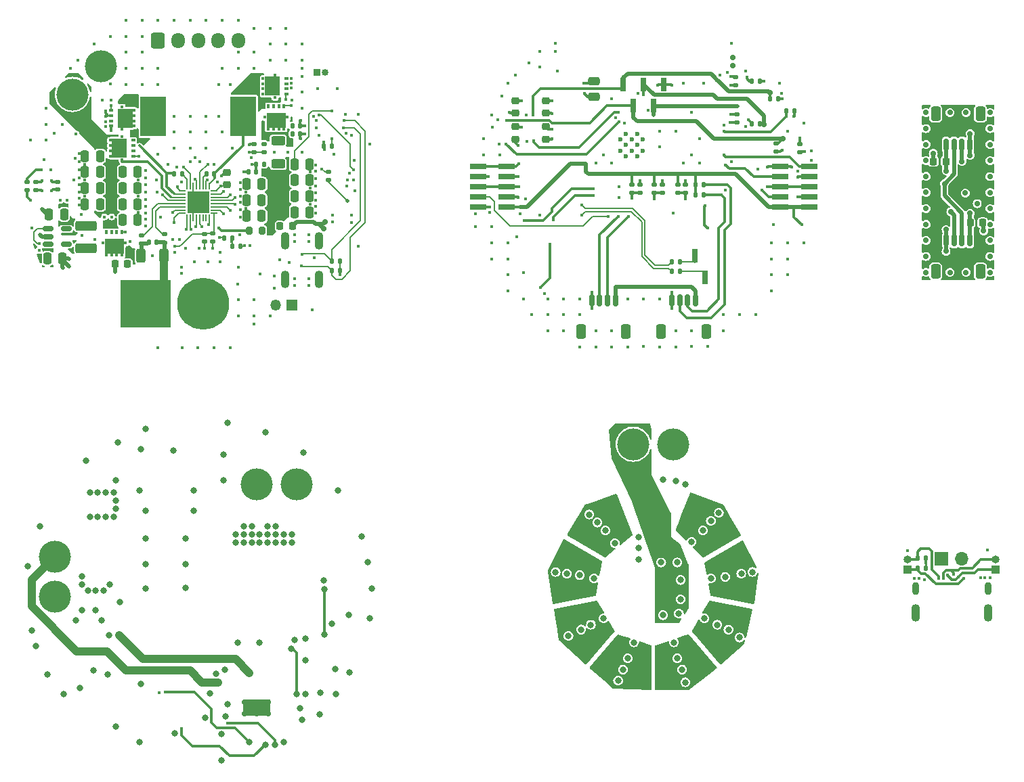
<source format=gbl>
%TF.GenerationSoftware,KiCad,Pcbnew,(6.0.9)*%
%TF.CreationDate,2023-02-03T11:31:16+01:00*%
%TF.ProjectId,Stencil,5374656e-6369-46c2-9e6b-696361645f70,rev?*%
%TF.SameCoordinates,Original*%
%TF.FileFunction,Copper,L6,Bot*%
%TF.FilePolarity,Positive*%
%FSLAX46Y46*%
G04 Gerber Fmt 4.6, Leading zero omitted, Abs format (unit mm)*
G04 Created by KiCad (PCBNEW (6.0.9)) date 2023-02-03 11:31:16*
%MOMM*%
%LPD*%
G01*
G04 APERTURE LIST*
G04 Aperture macros list*
%AMRoundRect*
0 Rectangle with rounded corners*
0 $1 Rounding radius*
0 $2 $3 $4 $5 $6 $7 $8 $9 X,Y pos of 4 corners*
0 Add a 4 corners polygon primitive as box body*
4,1,4,$2,$3,$4,$5,$6,$7,$8,$9,$2,$3,0*
0 Add four circle primitives for the rounded corners*
1,1,$1+$1,$2,$3*
1,1,$1+$1,$4,$5*
1,1,$1+$1,$6,$7*
1,1,$1+$1,$8,$9*
0 Add four rect primitives between the rounded corners*
20,1,$1+$1,$2,$3,$4,$5,0*
20,1,$1+$1,$4,$5,$6,$7,0*
20,1,$1+$1,$6,$7,$8,$9,0*
20,1,$1+$1,$8,$9,$2,$3,0*%
G04 Aperture macros list end*
%TA.AperFunction,ComponentPad*%
%ADD10R,1.000000X1.000000*%
%TD*%
%TA.AperFunction,ComponentPad*%
%ADD11O,1.000000X1.000000*%
%TD*%
%TA.AperFunction,ComponentPad*%
%ADD12R,1.700000X1.700000*%
%TD*%
%TA.AperFunction,ComponentPad*%
%ADD13O,1.700000X1.700000*%
%TD*%
%TA.AperFunction,SMDPad,CuDef*%
%ADD14RoundRect,0.135000X-0.135000X-0.185000X0.135000X-0.185000X0.135000X0.185000X-0.135000X0.185000X0*%
%TD*%
%TA.AperFunction,ComponentPad*%
%ADD15O,0.900000X1.600000*%
%TD*%
%TA.AperFunction,ComponentPad*%
%ADD16O,1.100000X2.200000*%
%TD*%
%TA.AperFunction,ComponentPad*%
%ADD17C,0.700000*%
%TD*%
%TA.AperFunction,SMDPad,CuDef*%
%ADD18R,3.500000X2.000000*%
%TD*%
%TA.AperFunction,ComponentPad*%
%ADD19C,4.000000*%
%TD*%
%TA.AperFunction,SMDPad,CuDef*%
%ADD20RoundRect,0.225000X-0.225000X-0.250000X0.225000X-0.250000X0.225000X0.250000X-0.225000X0.250000X0*%
%TD*%
%TA.AperFunction,SMDPad,CuDef*%
%ADD21RoundRect,0.225000X0.225000X0.250000X-0.225000X0.250000X-0.225000X-0.250000X0.225000X-0.250000X0*%
%TD*%
%TA.AperFunction,SMDPad,CuDef*%
%ADD22RoundRect,0.150000X-0.150000X-0.625000X0.150000X-0.625000X0.150000X0.625000X-0.150000X0.625000X0*%
%TD*%
%TA.AperFunction,SMDPad,CuDef*%
%ADD23RoundRect,0.250000X-0.350000X-0.650000X0.350000X-0.650000X0.350000X0.650000X-0.350000X0.650000X0*%
%TD*%
%TA.AperFunction,SMDPad,CuDef*%
%ADD24RoundRect,0.150000X0.150000X0.625000X-0.150000X0.625000X-0.150000X-0.625000X0.150000X-0.625000X0*%
%TD*%
%TA.AperFunction,SMDPad,CuDef*%
%ADD25RoundRect,0.250000X0.350000X0.650000X-0.350000X0.650000X-0.350000X-0.650000X0.350000X-0.650000X0*%
%TD*%
%TA.AperFunction,ComponentPad*%
%ADD26C,0.600000*%
%TD*%
%TA.AperFunction,SMDPad,CuDef*%
%ADD27RoundRect,0.135000X-0.185000X0.135000X-0.185000X-0.135000X0.185000X-0.135000X0.185000X0.135000X0*%
%TD*%
%TA.AperFunction,SMDPad,CuDef*%
%ADD28RoundRect,0.225000X0.250000X-0.225000X0.250000X0.225000X-0.250000X0.225000X-0.250000X-0.225000X0*%
%TD*%
%TA.AperFunction,SMDPad,CuDef*%
%ADD29RoundRect,0.135000X0.185000X-0.135000X0.185000X0.135000X-0.185000X0.135000X-0.185000X-0.135000X0*%
%TD*%
%TA.AperFunction,SMDPad,CuDef*%
%ADD30R,2.100000X0.750000*%
%TD*%
%TA.AperFunction,SMDPad,CuDef*%
%ADD31RoundRect,0.250000X0.475000X-0.250000X0.475000X0.250000X-0.475000X0.250000X-0.475000X-0.250000X0*%
%TD*%
%TA.AperFunction,SMDPad,CuDef*%
%ADD32RoundRect,0.135000X0.135000X0.185000X-0.135000X0.185000X-0.135000X-0.185000X0.135000X-0.185000X0*%
%TD*%
%TA.AperFunction,SMDPad,CuDef*%
%ADD33R,0.650000X1.800000*%
%TD*%
%TA.AperFunction,SMDPad,CuDef*%
%ADD34RoundRect,0.140000X-0.140000X-0.170000X0.140000X-0.170000X0.140000X0.170000X-0.140000X0.170000X0*%
%TD*%
%TA.AperFunction,SMDPad,CuDef*%
%ADD35RoundRect,0.250000X0.250000X0.475000X-0.250000X0.475000X-0.250000X-0.475000X0.250000X-0.475000X0*%
%TD*%
%TA.AperFunction,SMDPad,CuDef*%
%ADD36R,1.980000X2.450000*%
%TD*%
%TA.AperFunction,SMDPad,CuDef*%
%ADD37R,0.430000X0.380000*%
%TD*%
%TA.AperFunction,SMDPad,CuDef*%
%ADD38R,0.300000X0.400000*%
%TD*%
%TA.AperFunction,SMDPad,CuDef*%
%ADD39R,0.500000X0.350000*%
%TD*%
%TA.AperFunction,SMDPad,CuDef*%
%ADD40RoundRect,0.250000X-0.250000X-0.475000X0.250000X-0.475000X0.250000X0.475000X-0.250000X0.475000X0*%
%TD*%
%TA.AperFunction,SMDPad,CuDef*%
%ADD41RoundRect,0.200000X0.200000X0.275000X-0.200000X0.275000X-0.200000X-0.275000X0.200000X-0.275000X0*%
%TD*%
%TA.AperFunction,SMDPad,CuDef*%
%ADD42RoundRect,0.150000X-0.512500X-0.150000X0.512500X-0.150000X0.512500X0.150000X-0.512500X0.150000X0*%
%TD*%
%TA.AperFunction,SMDPad,CuDef*%
%ADD43R,0.400000X0.300000*%
%TD*%
%TA.AperFunction,SMDPad,CuDef*%
%ADD44R,0.380000X0.430000*%
%TD*%
%TA.AperFunction,SMDPad,CuDef*%
%ADD45R,2.450000X1.980000*%
%TD*%
%TA.AperFunction,SMDPad,CuDef*%
%ADD46R,0.350000X0.500000*%
%TD*%
%TA.AperFunction,SMDPad,CuDef*%
%ADD47RoundRect,0.140000X0.140000X0.170000X-0.140000X0.170000X-0.140000X-0.170000X0.140000X-0.170000X0*%
%TD*%
%TA.AperFunction,SMDPad,CuDef*%
%ADD48RoundRect,0.250000X1.075000X-0.375000X1.075000X0.375000X-1.075000X0.375000X-1.075000X-0.375000X0*%
%TD*%
%TA.AperFunction,SMDPad,CuDef*%
%ADD49RoundRect,0.140000X0.170000X-0.140000X0.170000X0.140000X-0.170000X0.140000X-0.170000X-0.140000X0*%
%TD*%
%TA.AperFunction,SMDPad,CuDef*%
%ADD50RoundRect,0.250000X-0.312500X-0.625000X0.312500X-0.625000X0.312500X0.625000X-0.312500X0.625000X0*%
%TD*%
%TA.AperFunction,ComponentPad*%
%ADD51RoundRect,0.250000X-0.600000X-0.725000X0.600000X-0.725000X0.600000X0.725000X-0.600000X0.725000X0*%
%TD*%
%TA.AperFunction,ComponentPad*%
%ADD52O,1.700000X1.950000*%
%TD*%
%TA.AperFunction,ComponentPad*%
%ADD53C,6.500000*%
%TD*%
%TA.AperFunction,ComponentPad*%
%ADD54R,6.300000X6.000000*%
%TD*%
%TA.AperFunction,SMDPad,CuDef*%
%ADD55RoundRect,0.218750X0.218750X0.256250X-0.218750X0.256250X-0.218750X-0.256250X0.218750X-0.256250X0*%
%TD*%
%TA.AperFunction,SMDPad,CuDef*%
%ADD56RoundRect,0.250000X0.625000X-0.312500X0.625000X0.312500X-0.625000X0.312500X-0.625000X-0.312500X0*%
%TD*%
%TA.AperFunction,SMDPad,CuDef*%
%ADD57R,3.250000X5.000000*%
%TD*%
%TA.AperFunction,SMDPad,CuDef*%
%ADD58RoundRect,0.050000X0.337500X0.050000X-0.337500X0.050000X-0.337500X-0.050000X0.337500X-0.050000X0*%
%TD*%
%TA.AperFunction,SMDPad,CuDef*%
%ADD59RoundRect,0.050000X0.050000X0.337500X-0.050000X0.337500X-0.050000X-0.337500X0.050000X-0.337500X0*%
%TD*%
%TA.AperFunction,SMDPad,CuDef*%
%ADD60R,2.800000X2.800000*%
%TD*%
%TA.AperFunction,SMDPad,CuDef*%
%ADD61RoundRect,0.140000X-0.170000X0.140000X-0.170000X-0.140000X0.170000X-0.140000X0.170000X0.140000X0*%
%TD*%
%TA.AperFunction,ComponentPad*%
%ADD62R,1.350000X1.350000*%
%TD*%
%TA.AperFunction,ComponentPad*%
%ADD63O,1.350000X1.350000*%
%TD*%
%TA.AperFunction,ComponentPad*%
%ADD64R,0.850000X0.850000*%
%TD*%
%TA.AperFunction,ComponentPad*%
%ADD65O,0.850000X0.850000*%
%TD*%
%TA.AperFunction,ViaPad*%
%ADD66C,0.450000*%
%TD*%
%TA.AperFunction,ViaPad*%
%ADD67C,0.800000*%
%TD*%
%TA.AperFunction,ViaPad*%
%ADD68C,0.700000*%
%TD*%
%TA.AperFunction,ViaPad*%
%ADD69C,0.500000*%
%TD*%
%TA.AperFunction,Conductor*%
%ADD70C,0.300000*%
%TD*%
%TA.AperFunction,Conductor*%
%ADD71C,0.250000*%
%TD*%
%TA.AperFunction,Conductor*%
%ADD72C,1.000000*%
%TD*%
%TA.AperFunction,Conductor*%
%ADD73C,0.500000*%
%TD*%
%TA.AperFunction,Conductor*%
%ADD74C,0.180000*%
%TD*%
%TA.AperFunction,Conductor*%
%ADD75C,0.200000*%
%TD*%
G04 APERTURE END LIST*
D10*
%TO.P,J104,1,Pin_1*%
%TO.N,N/C*%
X171200000Y-103500000D03*
D11*
%TO.P,J104,2,Pin_2*%
X171200000Y-102230000D03*
%TD*%
D12*
%TO.P,J102,1,Pin_1*%
%TO.N,N/C*%
X175425000Y-102100000D03*
D13*
%TO.P,J102,2,Pin_2*%
X177965000Y-102100000D03*
%TD*%
D14*
%TO.P,R101,1*%
%TO.N,N/C*%
X172440000Y-103350000D03*
%TO.P,R101,2*%
X173460000Y-103350000D03*
%TD*%
%TO.P,R102,1*%
%TO.N,N/C*%
X172440000Y-102050000D03*
%TO.P,R102,2*%
X173460000Y-102050000D03*
%TD*%
D10*
%TO.P,J103,1,Pin_1*%
%TO.N,N/C*%
X182200000Y-103500000D03*
D11*
%TO.P,J103,2,Pin_2*%
X182200000Y-102230000D03*
%TD*%
D15*
%TO.P,J101,S1,Shell*%
%TO.N,N/C*%
X172180000Y-105900000D03*
D16*
%TO.P,J101,S2,Shell*%
X172180000Y-108900000D03*
%TO.P,J101,S3,Shell*%
X181220000Y-108900000D03*
D15*
%TO.P,J101,S4,Shell*%
X181220000Y-105900000D03*
%TD*%
D17*
%TO.P,U1,17,EP*%
%TO.N,N/C*%
X91300000Y-120050000D03*
X88300000Y-120050000D03*
X88300000Y-121550000D03*
X91300000Y-121550000D03*
D18*
X89800000Y-120800000D03*
D17*
X89800000Y-121550000D03*
X89800000Y-120050000D03*
%TD*%
D19*
%TO.P,J2,1,N*%
%TO.N,N/C*%
X89800000Y-92800000D03*
%TO.P,J2,2,P*%
X94800000Y-92800000D03*
%TD*%
%TO.P,J1,1,N*%
%TO.N,N/C*%
X64600000Y-106900000D03*
%TO.P,J1,2,P*%
X64600000Y-101900000D03*
%TD*%
D20*
%TO.P,C101,1*%
%TO.N,N/C*%
X179025000Y-60100000D03*
%TO.P,C101,2*%
X180575000Y-60100000D03*
%TD*%
D21*
%TO.P,C103,1*%
%TO.N,N/C*%
X175975000Y-52400000D03*
%TO.P,C103,2*%
X174425000Y-52400000D03*
%TD*%
D22*
%TO.P,J101,1,Pin_1*%
%TO.N,N/C*%
X176000000Y-50300000D03*
%TO.P,J101,2,Pin_2*%
X177000000Y-50300000D03*
%TO.P,J101,3,Pin_3*%
X178000000Y-50300000D03*
%TO.P,J101,4,Pin_4*%
X179000000Y-50300000D03*
D23*
%TO.P,J101,MP*%
X174700000Y-46425000D03*
X180300000Y-46425000D03*
%TD*%
D24*
%TO.P,J102,1,Pin_1*%
%TO.N,N/C*%
X179000000Y-62300000D03*
%TO.P,J102,2,Pin_2*%
X178000000Y-62300000D03*
%TO.P,J102,3,Pin_3*%
X177000000Y-62300000D03*
%TO.P,J102,4,Pin_4*%
X176000000Y-62300000D03*
D25*
%TO.P,J102,MP*%
X180300000Y-66175000D03*
X174700000Y-66175000D03*
%TD*%
D19*
%TO.P,J1,1,-*%
%TO.N,N/C*%
X141900000Y-87800000D03*
%TO.P,J1,2,+*%
X136900000Y-87800000D03*
%TD*%
D26*
%TO.P,U301,41,GND*%
%TO.N,N/C*%
X137400000Y-48960000D03*
X135300000Y-51060000D03*
X136000000Y-48960000D03*
X136700000Y-51060000D03*
X136000000Y-50360000D03*
X135300000Y-49660000D03*
X137400000Y-50360000D03*
X137400000Y-51760000D03*
X136700000Y-49660000D03*
X138100000Y-49660000D03*
X138100000Y-51060000D03*
X136000000Y-51760000D03*
%TD*%
D27*
%TO.P,R410,1*%
%TO.N,N/C*%
X149700000Y-41840000D03*
%TO.P,R410,2*%
X149700000Y-42860000D03*
%TD*%
D24*
%TO.P,J204,1,Pin_1*%
%TO.N,N/C*%
X134700000Y-69800000D03*
%TO.P,J204,2,Pin_2*%
X133700000Y-69800000D03*
%TO.P,J204,3,Pin_3*%
X132700000Y-69800000D03*
%TO.P,J204,4,Pin_4*%
X131700000Y-69800000D03*
D25*
%TO.P,J204,MP*%
X136000000Y-73675000D03*
X130400000Y-73675000D03*
%TD*%
D28*
%TO.P,C401,1*%
%TO.N,N/C*%
X122200000Y-49625000D03*
%TO.P,C401,2*%
X122200000Y-48075000D03*
%TD*%
D29*
%TO.P,R404,1*%
%TO.N,N/C*%
X157700000Y-51220000D03*
%TO.P,R404,2*%
X157700000Y-50200000D03*
%TD*%
D14*
%TO.P,R402,1*%
%TO.N,N/C*%
X153990000Y-44600000D03*
%TO.P,R402,2*%
X155010000Y-44600000D03*
%TD*%
%TO.P,R303,1*%
%TO.N,N/C*%
X141690000Y-66200000D03*
%TO.P,R303,2*%
X142710000Y-66200000D03*
%TD*%
D30*
%TO.P,J203,1,Pin_1*%
%TO.N,N/C*%
X121100000Y-58140000D03*
%TO.P,J203,2,Pin_2*%
X117500000Y-58140000D03*
%TO.P,J203,3,Pin_3*%
X121100000Y-56870000D03*
%TO.P,J203,4,Pin_4*%
X117500000Y-56870000D03*
%TO.P,J203,5,Pin_5*%
X121100000Y-55600000D03*
%TO.P,J203,6,Pin_6*%
X117500000Y-55600000D03*
%TO.P,J203,7,Pin_7*%
X121100000Y-54330000D03*
%TO.P,J203,8,Pin_8*%
X117500000Y-54330000D03*
%TO.P,J203,9,Pin_9*%
X121100000Y-53060000D03*
%TO.P,J203,10,Pin_10*%
X117500000Y-53060000D03*
%TD*%
D27*
%TO.P,R407,1*%
%TO.N,N/C*%
X149850000Y-46490000D03*
%TO.P,R407,2*%
X149850000Y-47510000D03*
%TD*%
%TO.P,R317,1*%
%TO.N,N/C*%
X136700000Y-55340000D03*
%TO.P,R317,2*%
X136700000Y-56360000D03*
%TD*%
D29*
%TO.P,R307,1*%
%TO.N,N/C*%
X137700000Y-56360000D03*
%TO.P,R307,2*%
X137700000Y-55340000D03*
%TD*%
D31*
%TO.P,C301,1*%
%TO.N,N/C*%
X131950000Y-44300000D03*
%TO.P,C301,2*%
X131950000Y-42400000D03*
%TD*%
D14*
%TO.P,R319,1*%
%TO.N,N/C*%
X144690000Y-55350000D03*
%TO.P,R319,2*%
X145710000Y-55350000D03*
%TD*%
D32*
%TO.P,R411,1*%
%TO.N,N/C*%
X152720000Y-42350000D03*
%TO.P,R411,2*%
X151700000Y-42350000D03*
%TD*%
D27*
%TO.P,R315,1*%
%TO.N,N/C*%
X142450000Y-55340000D03*
%TO.P,R315,2*%
X142450000Y-56360000D03*
%TD*%
D28*
%TO.P,C404,1*%
%TO.N,N/C*%
X125950000Y-46375000D03*
%TO.P,C404,2*%
X125950000Y-44825000D03*
%TD*%
D33*
%TO.P,J206,1,Pin_1*%
%TO.N,N/C*%
X135660000Y-42750000D03*
%TO.P,J206,2,Pin_2*%
X136930000Y-45450000D03*
%TO.P,J206,3,Pin_3*%
X138200000Y-42750000D03*
%TO.P,J206,4,Pin_4*%
X139470000Y-45450000D03*
%TO.P,J206,5,Pin_5*%
X140740000Y-42750000D03*
%TD*%
D14*
%TO.P,R401,1*%
%TO.N,N/C*%
X155990000Y-46100000D03*
%TO.P,R401,2*%
X157010000Y-46100000D03*
%TD*%
D32*
%TO.P,R408,1*%
%TO.N,N/C*%
X152710000Y-47700000D03*
%TO.P,R408,2*%
X151690000Y-47700000D03*
%TD*%
D27*
%TO.P,R316,1*%
%TO.N,N/C*%
X139500000Y-55340000D03*
%TO.P,R316,2*%
X139500000Y-56360000D03*
%TD*%
%TO.P,R405,1*%
%TO.N,N/C*%
X154800000Y-50190000D03*
%TO.P,R405,2*%
X154800000Y-51210000D03*
%TD*%
D24*
%TO.P,J207,1,Pin_1*%
%TO.N,N/C*%
X144700000Y-69800000D03*
%TO.P,J207,2,Pin_2*%
X143700000Y-69800000D03*
%TO.P,J207,3,Pin_3*%
X142700000Y-69800000D03*
%TO.P,J207,4,Pin_4*%
X141700000Y-69800000D03*
D25*
%TO.P,J207,MP*%
X140400000Y-73675000D03*
X146000000Y-73675000D03*
%TD*%
D28*
%TO.P,C402,1*%
%TO.N,N/C*%
X125950000Y-49625000D03*
%TO.P,C402,2*%
X125950000Y-48075000D03*
%TD*%
D29*
%TO.P,R305,1*%
%TO.N,N/C*%
X143450000Y-56360000D03*
%TO.P,R305,2*%
X143450000Y-55340000D03*
%TD*%
D14*
%TO.P,R304,1*%
%TO.N,N/C*%
X141690000Y-65000000D03*
%TO.P,R304,2*%
X142710000Y-65000000D03*
%TD*%
D33*
%TO.P,J202,1,Pin_1*%
%TO.N,N/C*%
X145835000Y-66950000D03*
%TO.P,J202,2,Pin_2*%
X144565000Y-64250000D03*
%TD*%
D29*
%TO.P,R306,1*%
%TO.N,N/C*%
X140500000Y-56360000D03*
%TO.P,R306,2*%
X140500000Y-55340000D03*
%TD*%
D14*
%TO.P,R318,1*%
%TO.N,N/C*%
X144690000Y-56600000D03*
%TO.P,R318,2*%
X145710000Y-56600000D03*
%TD*%
D30*
%TO.P,J201,1,Pin_1*%
%TO.N,N/C*%
X158900000Y-58140000D03*
%TO.P,J201,2,Pin_2*%
X155300000Y-58140000D03*
%TO.P,J201,3,Pin_3*%
X158900000Y-56870000D03*
%TO.P,J201,4,Pin_4*%
X155300000Y-56870000D03*
%TO.P,J201,5,Pin_5*%
X158900000Y-55600000D03*
%TO.P,J201,6,Pin_6*%
X155300000Y-55600000D03*
%TO.P,J201,7,Pin_7*%
X158900000Y-54330000D03*
%TO.P,J201,8,Pin_8*%
X155300000Y-54330000D03*
%TO.P,J201,9,Pin_9*%
X158900000Y-53060000D03*
%TO.P,J201,10,Pin_10*%
X155300000Y-53060000D03*
%TD*%
D28*
%TO.P,C403,1*%
%TO.N,N/C*%
X122200000Y-46375000D03*
%TO.P,C403,2*%
X122200000Y-44825000D03*
%TD*%
D34*
%TO.P,C311,1*%
%TO.N,N/C*%
X94320000Y-48950000D03*
%TO.P,C311,2*%
X95280000Y-48950000D03*
%TD*%
D35*
%TO.P,C319,1*%
%TO.N,N/C*%
X74950000Y-55750000D03*
%TO.P,C319,2*%
X73050000Y-55750000D03*
%TD*%
D36*
%TO.P,Q303,D,D*%
%TO.N,N/C*%
X73360000Y-47000000D03*
D37*
X73000000Y-48400000D03*
D38*
X74500000Y-46025000D03*
D37*
X73000000Y-45600000D03*
D38*
X74500000Y-47975000D03*
X74500000Y-47325000D03*
X74500000Y-46675000D03*
D39*
%TO.P,Q303,G,G*%
X71600000Y-46025000D03*
%TO.P,Q303,S,S*%
X71600000Y-46675000D03*
X71600000Y-47975000D03*
X71600000Y-47325000D03*
%TD*%
D27*
%TO.P,R317,1*%
%TO.N,N/C*%
X61100000Y-54940000D03*
%TO.P,R317,2*%
X61100000Y-55960000D03*
%TD*%
D32*
%TO.P,R312,1*%
%TO.N,N/C*%
X87760000Y-63000000D03*
%TO.P,R312,2*%
X86740000Y-63000000D03*
%TD*%
D19*
%TO.P,J202,1,N*%
%TO.N,N/C*%
X70317767Y-40482233D03*
%TO.P,J202,2,P*%
X66782233Y-44017767D03*
%TD*%
D40*
%TO.P,C316,1*%
%TO.N,N/C*%
X68350000Y-55750000D03*
%TO.P,C316,2*%
X70250000Y-55750000D03*
%TD*%
D34*
%TO.P,C323,1*%
%TO.N,N/C*%
X76340000Y-62550000D03*
%TO.P,C323,2*%
X77300000Y-62550000D03*
%TD*%
D41*
%TO.P,R307,1*%
%TO.N,N/C*%
X90525000Y-61050000D03*
%TO.P,R307,2*%
X88875000Y-61050000D03*
%TD*%
D35*
%TO.P,C307,1*%
%TO.N,N/C*%
X90450000Y-55250000D03*
%TO.P,C307,2*%
X88550000Y-55250000D03*
%TD*%
D42*
%TO.P,U402,1,Vin*%
%TO.N,N/C*%
X63712500Y-62762500D03*
%TO.P,U402,2,GND*%
X63712500Y-61812500D03*
%TO.P,U402,3,EN*%
X63712500Y-60862500D03*
%TO.P,U402,4,VOUT*%
X65987500Y-60862500D03*
%TO.P,U402,5,LX*%
X65987500Y-62762500D03*
%TD*%
D43*
%TO.P,Q301,D,D*%
%TO.N,N/C*%
X91275000Y-48390000D03*
D44*
X93650000Y-46890000D03*
D43*
X93225000Y-48390000D03*
X92575000Y-48390000D03*
X91925000Y-48390000D03*
D44*
X90850000Y-46890000D03*
D45*
X92250000Y-47250000D03*
D46*
%TO.P,Q301,G,G*%
X93225000Y-45490000D03*
%TO.P,Q301,S,S*%
X91275000Y-45490000D03*
X92575000Y-45490000D03*
X91925000Y-45490000D03*
%TD*%
D34*
%TO.P,C313,1*%
%TO.N,N/C*%
X79520000Y-54000000D03*
%TO.P,C313,2*%
X80480000Y-54000000D03*
%TD*%
D47*
%TO.P,C312,1*%
%TO.N,N/C*%
X84480000Y-53950000D03*
%TO.P,C312,2*%
X83520000Y-53950000D03*
%TD*%
D48*
%TO.P,L402,1,1*%
%TO.N,N/C*%
X68500000Y-63250000D03*
%TO.P,L402,2,2*%
X68500000Y-60450000D03*
%TD*%
D29*
%TO.P,R303,1*%
%TO.N,N/C*%
X90750000Y-51260000D03*
%TO.P,R303,2*%
X90750000Y-50240000D03*
%TD*%
D40*
%TO.P,C317,1*%
%TO.N,N/C*%
X68350000Y-53750000D03*
%TO.P,C317,2*%
X70250000Y-53750000D03*
%TD*%
D49*
%TO.P,C333,1*%
%TO.N,N/C*%
X64900000Y-55930000D03*
%TO.P,C333,2*%
X64900000Y-54970000D03*
%TD*%
D27*
%TO.P,R305,1*%
%TO.N,N/C*%
X75400000Y-61640000D03*
%TO.P,R305,2*%
X75400000Y-62660000D03*
%TD*%
D35*
%TO.P,C305,1*%
%TO.N,N/C*%
X90450000Y-59250000D03*
%TO.P,C305,2*%
X88550000Y-59250000D03*
%TD*%
D50*
%TO.P,R304,1*%
%TO.N,N/C*%
X75337500Y-64250000D03*
%TO.P,R304,2*%
X78262500Y-64250000D03*
%TD*%
D40*
%TO.P,C314,1*%
%TO.N,N/C*%
X68350000Y-51750000D03*
%TO.P,C314,2*%
X70250000Y-51750000D03*
%TD*%
D35*
%TO.P,C318,1*%
%TO.N,N/C*%
X74950000Y-53750000D03*
%TO.P,C318,2*%
X73050000Y-53750000D03*
%TD*%
%TO.P,C320,1*%
%TO.N,N/C*%
X74950000Y-57750000D03*
%TO.P,C320,2*%
X73050000Y-57750000D03*
%TD*%
D40*
%TO.P,C303,1*%
%TO.N,N/C*%
X94550000Y-56750000D03*
%TO.P,C303,2*%
X96450000Y-56750000D03*
%TD*%
D27*
%TO.P,R316,1*%
%TO.N,N/C*%
X98800000Y-53740000D03*
%TO.P,R316,2*%
X98800000Y-54760000D03*
%TD*%
D51*
%TO.P,J208,1,Pin_1*%
%TO.N,N/C*%
X77500000Y-37275000D03*
D52*
%TO.P,J208,2,Pin_2*%
X80000000Y-37275000D03*
%TO.P,J208,3,Pin_3*%
X82500000Y-37275000D03*
%TO.P,J208,4,Pin_4*%
X85000000Y-37275000D03*
%TO.P,J208,5,Pin_5*%
X87500000Y-37275000D03*
%TD*%
D40*
%TO.P,C301,1*%
%TO.N,N/C*%
X94550000Y-52750000D03*
%TO.P,C301,2*%
X96450000Y-52750000D03*
%TD*%
D34*
%TO.P,C310,1*%
%TO.N,N/C*%
X94320000Y-47950000D03*
%TO.P,C310,2*%
X95280000Y-47950000D03*
%TD*%
D53*
%TO.P,J204,N,N*%
%TO.N,N/C*%
X83100000Y-70250000D03*
D54*
%TO.P,J204,P,P*%
X75900000Y-70250000D03*
%TD*%
D21*
%TO.P,C322,1*%
%TO.N,N/C*%
X73675000Y-65250000D03*
%TO.P,C322,2*%
X72125000Y-65250000D03*
%TD*%
D55*
%TO.P,F201,1*%
%TO.N,N/C*%
X94287500Y-60500000D03*
%TO.P,F201,2*%
X92712500Y-60500000D03*
%TD*%
D40*
%TO.P,C315,1*%
%TO.N,N/C*%
X68350000Y-57750000D03*
%TO.P,C315,2*%
X70250000Y-57750000D03*
%TD*%
D49*
%TO.P,C309,1*%
%TO.N,N/C*%
X89500000Y-51230000D03*
%TO.P,C309,2*%
X89500000Y-50270000D03*
%TD*%
D56*
%TO.P,R301,1*%
%TO.N,N/C*%
X92500000Y-52712500D03*
%TO.P,R301,2*%
X92500000Y-49787500D03*
%TD*%
D27*
%TO.P,R306,1*%
%TO.N,N/C*%
X78300000Y-61540000D03*
%TO.P,R306,2*%
X78300000Y-62560000D03*
%TD*%
D47*
%TO.P,C308,1*%
%TO.N,N/C*%
X89730000Y-53750000D03*
%TO.P,C308,2*%
X88770000Y-53750000D03*
%TD*%
D14*
%TO.P,R202,1*%
%TO.N,N/C*%
X99190000Y-64850000D03*
%TO.P,R202,2*%
X100210000Y-64850000D03*
%TD*%
D40*
%TO.P,C406,1*%
%TO.N,N/C*%
X63650000Y-64550000D03*
%TO.P,C406,2*%
X65550000Y-64550000D03*
%TD*%
D32*
%TO.P,R310,1*%
%TO.N,N/C*%
X86760000Y-62000000D03*
%TO.P,R310,2*%
X85740000Y-62000000D03*
%TD*%
D57*
%TO.P,L301,1,1*%
%TO.N,N/C*%
X88125000Y-46750000D03*
%TO.P,L301,2,2*%
X76875000Y-46750000D03*
%TD*%
D58*
%TO.P,U301,1,VBUS*%
%TO.N,N/C*%
X84487500Y-56100000D03*
%TO.P,U301,2,ACN*%
X84487500Y-56500000D03*
%TO.P,U301,3,ACP*%
X84487500Y-56900000D03*
%TO.P,U301,4,CHRG_OK*%
X84487500Y-57300000D03*
%TO.P,U301,5,OTG/VAP*%
X84487500Y-57700000D03*
%TO.P,U301,6,ILIM_HIZ*%
X84487500Y-58100000D03*
%TO.P,U301,7,VDDA*%
X84487500Y-58500000D03*
%TO.P,U301,8,IADPT*%
X84487500Y-58900000D03*
D59*
%TO.P,U301,9,IBAT*%
X83900000Y-59487500D03*
%TO.P,U301,10,PSYS*%
X83500000Y-59487500D03*
%TO.P,U301,11,!PROCHOT*%
X83100000Y-59487500D03*
%TO.P,U301,12,SDA*%
X82700000Y-59487500D03*
%TO.P,U301,13,SCL*%
X82300000Y-59487500D03*
%TO.P,U301,14,CMPIN*%
X81900000Y-59487500D03*
%TO.P,U301,15,CMPOUT*%
X81500000Y-59487500D03*
%TO.P,U301,16,COMP1*%
X81100000Y-59487500D03*
D58*
%TO.P,U301,17,COMP2*%
X80512500Y-58900000D03*
%TO.P,U301,18,CELL_BATPRESZ*%
X80512500Y-58500000D03*
%TO.P,U301,19,SRN*%
X80512500Y-58100000D03*
%TO.P,U301,20,SRP*%
X80512500Y-57700000D03*
%TO.P,U301,21,!BATDRV*%
X80512500Y-57300000D03*
%TO.P,U301,22,VSYS*%
X80512500Y-56900000D03*
%TO.P,U301,23,SW2*%
X80512500Y-56500000D03*
%TO.P,U301,24,HIDRV2*%
X80512500Y-56100000D03*
D59*
%TO.P,U301,25,BTST2*%
X81100000Y-55512500D03*
%TO.P,U301,26,LODRV2*%
X81500000Y-55512500D03*
%TO.P,U301,27,PGND*%
X81900000Y-55512500D03*
%TO.P,U301,28,REGN*%
X82300000Y-55512500D03*
%TO.P,U301,29,LODRV1*%
X82700000Y-55512500D03*
%TO.P,U301,30,BTST1*%
X83100000Y-55512500D03*
%TO.P,U301,31,HIDRV1*%
X83500000Y-55512500D03*
%TO.P,U301,32,SW1*%
X83900000Y-55512500D03*
D60*
%TO.P,U301,33,THERMALPAD*%
X82500000Y-57500000D03*
%TD*%
D44*
%TO.P,Q305,D,D*%
%TO.N,N/C*%
X70600000Y-62640000D03*
D43*
X72975000Y-64140000D03*
X71025000Y-64140000D03*
D44*
X73400000Y-62640000D03*
D43*
X71675000Y-64140000D03*
X72325000Y-64140000D03*
D45*
X72000000Y-63000000D03*
D46*
%TO.P,Q305,G,G*%
X72975000Y-61240000D03*
%TO.P,Q305,S,S*%
X71675000Y-61240000D03*
X71025000Y-61240000D03*
X72325000Y-61240000D03*
%TD*%
D28*
%TO.P,C325,1*%
%TO.N,N/C*%
X86100000Y-55325000D03*
%TO.P,C325,2*%
X86100000Y-53775000D03*
%TD*%
D37*
%TO.P,Q302,D,D*%
%TO.N,N/C*%
X92110000Y-41600000D03*
X92110000Y-44400000D03*
D38*
X90610000Y-42025000D03*
X90610000Y-43975000D03*
X90610000Y-42675000D03*
X90610000Y-43325000D03*
D36*
X91750000Y-43000000D03*
D39*
%TO.P,Q302,G,G*%
X93510000Y-43975000D03*
%TO.P,Q302,S,S*%
X93510000Y-43325000D03*
X93510000Y-42025000D03*
X93510000Y-42675000D03*
%TD*%
D29*
%TO.P,R318,1*%
%TO.N,N/C*%
X84300000Y-62460000D03*
%TO.P,R318,2*%
X84300000Y-61440000D03*
%TD*%
D38*
%TO.P,Q304,D,D*%
%TO.N,N/C*%
X71500000Y-51725000D03*
X71500000Y-49775000D03*
X71500000Y-50425000D03*
D37*
X73000000Y-52150000D03*
D36*
X72640000Y-50750000D03*
D37*
X73000000Y-49350000D03*
D38*
X71500000Y-51075000D03*
D39*
%TO.P,Q304,G,G*%
X74400000Y-51725000D03*
%TO.P,Q304,S,S*%
X74400000Y-50425000D03*
X74400000Y-49775000D03*
X74400000Y-51075000D03*
%TD*%
D35*
%TO.P,C321,1*%
%TO.N,N/C*%
X74950000Y-59750000D03*
%TO.P,C321,2*%
X73050000Y-59750000D03*
%TD*%
D14*
%TO.P,R302,1*%
%TO.N,N/C*%
X89740000Y-52750000D03*
%TO.P,R302,2*%
X90760000Y-52750000D03*
%TD*%
D40*
%TO.P,C304,1*%
%TO.N,N/C*%
X94550000Y-58750000D03*
%TO.P,C304,2*%
X96450000Y-58750000D03*
%TD*%
D35*
%TO.P,C407,1*%
%TO.N,N/C*%
X65750000Y-59050000D03*
%TO.P,C407,2*%
X63850000Y-59050000D03*
%TD*%
D61*
%TO.P,C332,1*%
%TO.N,N/C*%
X83300000Y-61470000D03*
%TO.P,C332,2*%
X83300000Y-62430000D03*
%TD*%
D27*
%TO.P,R313,1*%
%TO.N,N/C*%
X62200000Y-54940000D03*
%TO.P,R313,2*%
X62200000Y-55960000D03*
%TD*%
D14*
%TO.P,R505,1*%
%TO.N,N/C*%
X98220000Y-50460000D03*
%TO.P,R505,2*%
X99240000Y-50460000D03*
%TD*%
%TO.P,R201,1*%
%TO.N,N/C*%
X99190000Y-66050000D03*
%TO.P,R201,2*%
X100210000Y-66050000D03*
%TD*%
D62*
%TO.P,J209,1,Pin_1*%
%TO.N,N/C*%
X94200000Y-70350000D03*
D63*
%TO.P,J209,2,Pin_2*%
X92200000Y-70350000D03*
%TD*%
D35*
%TO.P,C306,1*%
%TO.N,N/C*%
X90450000Y-57250000D03*
%TO.P,C306,2*%
X88550000Y-57250000D03*
%TD*%
D40*
%TO.P,C302,1*%
%TO.N,N/C*%
X94550000Y-54750000D03*
%TO.P,C302,2*%
X96450000Y-54750000D03*
%TD*%
D64*
%TO.P,J210,1,Pin_1*%
%TO.N,N/C*%
X97350000Y-41300000D03*
D65*
%TO.P,J210,2,Pin_2*%
X98350000Y-41300000D03*
%TD*%
D16*
%TO.P,J201,S1,Shell*%
%TO.N,N/C*%
X97650000Y-62350000D03*
%TO.P,J201,S2,Shell*%
X93350000Y-62350000D03*
%TO.P,J201,S3,Shell*%
X97650000Y-67150000D03*
%TO.P,J201,S4,Shell*%
X93350000Y-67150000D03*
%TD*%
D66*
%TO.N,*%
X176900841Y-104109845D03*
X180850000Y-104500000D03*
X173460000Y-102660000D03*
X175698820Y-104629759D03*
X181200000Y-101000000D03*
X176196509Y-104212435D03*
X175050000Y-104600000D03*
X172000000Y-104600000D03*
X177524500Y-104450000D03*
X180300000Y-104500000D03*
X171200000Y-101100000D03*
X172650000Y-104600000D03*
X173300000Y-104750000D03*
X181550000Y-104500000D03*
X178175000Y-104625000D03*
D67*
X98300000Y-105950000D03*
X85000000Y-117600000D03*
X94100000Y-113400000D03*
D66*
X78400000Y-118800000D03*
D67*
X98300000Y-111600000D03*
D66*
X86200000Y-122700000D03*
D67*
X94800000Y-119100000D03*
X72600000Y-111600000D03*
X88919011Y-125115553D03*
D66*
X80400000Y-123400000D03*
D67*
X90900000Y-125400000D03*
X92100000Y-125400000D03*
X67950000Y-105350000D03*
X75300000Y-117800000D03*
X71200000Y-116600000D03*
X71400000Y-111700000D03*
X71450000Y-105350000D03*
X93200000Y-100100000D03*
X67200000Y-109850000D03*
X85800000Y-116050000D03*
X85450000Y-124100000D03*
X67950000Y-104350000D03*
X70950000Y-93850000D03*
X90200000Y-112600000D03*
X101300000Y-109200000D03*
X98200000Y-104850000D03*
X93200000Y-99100000D03*
X86200000Y-120350000D03*
X69700000Y-106100000D03*
X90200000Y-99100000D03*
X95500000Y-122300000D03*
X80950000Y-99600000D03*
X65700000Y-119100000D03*
X80900000Y-105800000D03*
X84700000Y-116500000D03*
X67700000Y-118350000D03*
X68950000Y-96850000D03*
X81950000Y-93600000D03*
X70450000Y-109850000D03*
X93200000Y-125100000D03*
X85700000Y-89100000D03*
X61700000Y-111100000D03*
X86200000Y-85100000D03*
X102950000Y-99350000D03*
X89213738Y-98094653D03*
X103950000Y-109600000D03*
X83400000Y-122000000D03*
X70700000Y-106100000D03*
X79400000Y-88600000D03*
X84000000Y-119000000D03*
X101450000Y-116350000D03*
X94200000Y-99100000D03*
X63700000Y-116600000D03*
X85900000Y-121900000D03*
X62700000Y-98100000D03*
X85450000Y-127350000D03*
X62200000Y-113100000D03*
X75950000Y-85850000D03*
X68450000Y-89850000D03*
X104200000Y-105850000D03*
X94200000Y-100100000D03*
X91199614Y-98094653D03*
X85700000Y-92350000D03*
X71950000Y-93850000D03*
X99600000Y-115900000D03*
X80950000Y-102850000D03*
X72700000Y-107600000D03*
X72200000Y-123100000D03*
X75950000Y-96100000D03*
X89200000Y-99100000D03*
X88924500Y-116414299D03*
X72200000Y-94850000D03*
X95900000Y-119100000D03*
X92200000Y-99100000D03*
X81950000Y-96100000D03*
X89200000Y-100100000D03*
X68700000Y-106100000D03*
X87200000Y-99100000D03*
X72200000Y-95850000D03*
X88200000Y-98100000D03*
X95950000Y-114850000D03*
X75200000Y-125100000D03*
X75950000Y-102850000D03*
X90950000Y-86350000D03*
X97700000Y-121600000D03*
X91200000Y-99100000D03*
X99200000Y-110300000D03*
X92200000Y-100100000D03*
X91200000Y-100100000D03*
X69700000Y-108600000D03*
X99700000Y-119100000D03*
X75300000Y-88400000D03*
X87200000Y-100100000D03*
X87450000Y-112600000D03*
X88200000Y-99100000D03*
X75950000Y-105850000D03*
X99950000Y-93600000D03*
X95875000Y-112125000D03*
X72450000Y-87600000D03*
X68950000Y-93850000D03*
X103700000Y-102600000D03*
X75200000Y-93600000D03*
X61200000Y-103100000D03*
X79600000Y-124000000D03*
X69450000Y-116100000D03*
X69950000Y-96850000D03*
X75950000Y-99600000D03*
X97800000Y-118900000D03*
X95200000Y-120850000D03*
X94600000Y-112300000D03*
X88200000Y-100100000D03*
X70950000Y-96850000D03*
X72200000Y-92350000D03*
D66*
X77600000Y-118900000D03*
D67*
X90200000Y-100100000D03*
X67950000Y-108600000D03*
X69950000Y-93850000D03*
X92200000Y-98100000D03*
X95700000Y-88850000D03*
X71950000Y-96850000D03*
D68*
X179000000Y-51650000D03*
X173499999Y-46294167D03*
X181500000Y-54300000D03*
X180700000Y-61100000D03*
X179000000Y-48950000D03*
X178500000Y-66300000D03*
X181500000Y-60300000D03*
X176500000Y-46300000D03*
X173505981Y-54289083D03*
X176000000Y-63650000D03*
X173499999Y-56278462D03*
X181500000Y-46300000D03*
X176500000Y-66300000D03*
X173500000Y-64300000D03*
X176042453Y-53600000D03*
X181500000Y-48300000D03*
X176600000Y-58700000D03*
X178000000Y-52400000D03*
X179900000Y-57700000D03*
X175800000Y-55200000D03*
X173500000Y-52300000D03*
X173500000Y-62300000D03*
X181500000Y-52300000D03*
X181500000Y-56300000D03*
X176000000Y-60950000D03*
X178400000Y-56374500D03*
X181500000Y-58300000D03*
X173500000Y-48300000D03*
X173500000Y-58300000D03*
X174400000Y-51400000D03*
X173500000Y-60300000D03*
X178500000Y-46300000D03*
X173500000Y-50300000D03*
X181500000Y-50300000D03*
X181500000Y-64300000D03*
X179000000Y-58900000D03*
X181500000Y-66300000D03*
X181500000Y-62300000D03*
X173500000Y-66300000D03*
D67*
X137600000Y-102200000D03*
X142400000Y-102600000D03*
X127200000Y-103800000D03*
X128800000Y-111800000D03*
X130400000Y-111000000D03*
X142800000Y-107200000D03*
X142800000Y-104800000D03*
X128600000Y-104000000D03*
X131600000Y-110400000D03*
X140400000Y-102600000D03*
X137600000Y-100800000D03*
X134600000Y-100200000D03*
X133400000Y-98600000D03*
X132400000Y-97600000D03*
X130200000Y-104200000D03*
X142600000Y-109000000D03*
X132000000Y-104600000D03*
X140600000Y-109200000D03*
X137600000Y-99400000D03*
X151800000Y-103800000D03*
X145600000Y-98600000D03*
X142200000Y-92400000D03*
X140600000Y-92200000D03*
X147400000Y-110400000D03*
X143400000Y-92800000D03*
X133200000Y-109600000D03*
X135600000Y-116000000D03*
X137000000Y-112600000D03*
X136200000Y-114600000D03*
X135000000Y-117400000D03*
X143000000Y-116000000D03*
X143400000Y-117600000D03*
X142400000Y-114600000D03*
X131400000Y-96600000D03*
X142000000Y-112600000D03*
X150200000Y-112000000D03*
X145800000Y-109600000D03*
X148800000Y-111000000D03*
X148400000Y-104400000D03*
X146600000Y-97400000D03*
X147600000Y-96400000D03*
X144200000Y-100000000D03*
X146600000Y-104600000D03*
X150400000Y-104000000D03*
D66*
X136200000Y-75600000D03*
X142200000Y-48600000D03*
X141900000Y-58900000D03*
X122200000Y-41600000D03*
X158200000Y-62600000D03*
X123860000Y-40070000D03*
X117200000Y-58939502D03*
X139950000Y-42850000D03*
X132200000Y-73600000D03*
X136200000Y-69600000D03*
X143200000Y-52600000D03*
X158200000Y-47600000D03*
X122950000Y-48100000D03*
X148193933Y-71591529D03*
X134167365Y-52648224D03*
X125200000Y-59100000D03*
X148192010Y-73599519D03*
X149010000Y-47510000D03*
X121200000Y-62600000D03*
X121200000Y-42600000D03*
X126700000Y-48350000D03*
X123450000Y-57100000D03*
X135100000Y-55600000D03*
X118930000Y-55600000D03*
X138720498Y-46025500D03*
X144200000Y-46300000D03*
X138200000Y-69600000D03*
X156200000Y-62600000D03*
X137500000Y-43900000D03*
X134194219Y-44598843D03*
X130200000Y-75600000D03*
X127200000Y-38600000D03*
X118990000Y-53060000D03*
X153700000Y-55600000D03*
X118200000Y-49600000D03*
X137700000Y-54850000D03*
X128200000Y-73600000D03*
X141700000Y-70850000D03*
X140200000Y-48600000D03*
X153700000Y-53100000D03*
X134200000Y-73600000D03*
X145200000Y-52600000D03*
X154200000Y-62600000D03*
X120200000Y-51600000D03*
X148662792Y-41226706D03*
X125200000Y-38600000D03*
X134680000Y-46930000D03*
X157700000Y-49500000D03*
X123200000Y-69600000D03*
X127200000Y-37600000D03*
X125800000Y-68930000D03*
X125200000Y-40600000D03*
X157000000Y-46800000D03*
X154200000Y-64600000D03*
X135776233Y-47616233D03*
X138192491Y-75587294D03*
X126200000Y-71600000D03*
X132200000Y-75600000D03*
X150950000Y-48025500D03*
X152200000Y-71600000D03*
X144200000Y-51600000D03*
X148400000Y-56000000D03*
X133200000Y-51600000D03*
X119660000Y-55600000D03*
X148200000Y-47850000D03*
X140200000Y-69600000D03*
X124200000Y-71600000D03*
X143200000Y-42600000D03*
X123600000Y-49900000D03*
X126700000Y-44850000D03*
X117200000Y-60600000D03*
X143450000Y-54850000D03*
X122760000Y-58920000D03*
X122950000Y-44850000D03*
X159200000Y-51100000D03*
X140200000Y-75616941D03*
X156200000Y-48600000D03*
X130200000Y-69600000D03*
X149200000Y-52424500D03*
X118930000Y-58140000D03*
X157450000Y-56850000D03*
X121410000Y-46300000D03*
X133760000Y-59260000D03*
X157450000Y-54350000D03*
X130760000Y-43930000D03*
D68*
X149300000Y-40400000D03*
D66*
X122300000Y-61830000D03*
X150192971Y-71591529D03*
X119200000Y-62600000D03*
X155450000Y-43850000D03*
X156950000Y-55600000D03*
X156700000Y-53100000D03*
X155200000Y-42600000D03*
X148450000Y-52850000D03*
X152450000Y-53350000D03*
X156200000Y-66600000D03*
X122730000Y-58140000D03*
X157450000Y-53600000D03*
X121200000Y-66600000D03*
X122500000Y-56900000D03*
X134200000Y-75600000D03*
X128200000Y-69600000D03*
X135020000Y-59270000D03*
X122560000Y-55600000D03*
X119950000Y-47200000D03*
X122500000Y-54300000D03*
X118200000Y-51600000D03*
X118800000Y-54300000D03*
X120100000Y-50200000D03*
X144200000Y-73600000D03*
X131700000Y-68774500D03*
X145700000Y-42600000D03*
X149200000Y-37600000D03*
X146191529Y-75591529D03*
X149060000Y-42860000D03*
X147940000Y-56610000D03*
X127450000Y-41100000D03*
X122550000Y-52720000D03*
X147950000Y-55350000D03*
X126710000Y-46450000D03*
D68*
X149300000Y-39400000D03*
D66*
X119300000Y-48100000D03*
X157950000Y-60350000D03*
X159200000Y-52260498D03*
X153000000Y-56000000D03*
X121200000Y-64600000D03*
X135100000Y-56900000D03*
X141700000Y-68774500D03*
X119200000Y-46600000D03*
X132200000Y-52600000D03*
X150950000Y-41100000D03*
X134700000Y-68100000D03*
X123500000Y-46600000D03*
X131000000Y-52700000D03*
X126200000Y-69600000D03*
X130200000Y-71600000D03*
X126770000Y-49550000D03*
X122470000Y-50370000D03*
X140500000Y-54850000D03*
X126200000Y-73594803D03*
X145200000Y-49600000D03*
X142200000Y-75600000D03*
X144192491Y-75591529D03*
X146220000Y-60780000D03*
X131900000Y-56700000D03*
X136290000Y-59310000D03*
X130700000Y-42600000D03*
X141700000Y-42850000D03*
X126900000Y-59700000D03*
X131900000Y-55800000D03*
X154200000Y-66600000D03*
X123200000Y-66350000D03*
X121196245Y-68598557D03*
X154450000Y-60350000D03*
X145830000Y-57970000D03*
X126500000Y-62800000D03*
X123300000Y-59800000D03*
X119200000Y-64600000D03*
X120440000Y-44190000D03*
X119200000Y-60600000D03*
X118960000Y-58814500D03*
X153200000Y-42400000D03*
X121000000Y-50200000D03*
X139400000Y-46600000D03*
X138200000Y-44100000D03*
D68*
X154000000Y-43800000D03*
D66*
X131700000Y-70850000D03*
X125320000Y-68170000D03*
X135115000Y-47465000D03*
D68*
X153200000Y-47800000D03*
D66*
X124450000Y-49850000D03*
X135030000Y-46240000D03*
X140200000Y-50600000D03*
X147700000Y-41600000D03*
X121075000Y-47275000D03*
X128197687Y-71599999D03*
X154200000Y-68600000D03*
X156200000Y-64600000D03*
D68*
X155600000Y-49600000D03*
D66*
X142200000Y-73600000D03*
X124349000Y-46600000D03*
X149100000Y-46500000D03*
X155500000Y-51000000D03*
X130470000Y-57880000D03*
X148200000Y-51600000D03*
X151100000Y-41900000D03*
X156000000Y-46800000D03*
X149100000Y-41800000D03*
X158300000Y-51200000D03*
X155500000Y-44600000D03*
X136700000Y-57000000D03*
X139500000Y-57100000D03*
X143450000Y-57100000D03*
X151300000Y-47200000D03*
X148200000Y-48600000D03*
X130450000Y-59150000D03*
X149900000Y-45500000D03*
X78043767Y-56606233D03*
X97300000Y-47270000D03*
X80400000Y-65650000D03*
X82203061Y-60548166D03*
X73400000Y-61250000D03*
X97620878Y-46614500D03*
X79900000Y-55550000D03*
X62600000Y-62650000D03*
X71600000Y-45450000D03*
X87700000Y-61624500D03*
X80700000Y-53150000D03*
X81645936Y-60882031D03*
X87100000Y-57750000D03*
X83674500Y-54700000D03*
X87100000Y-56950000D03*
X97280000Y-48200000D03*
X89000000Y-62950000D03*
X102100000Y-56050000D03*
X101910000Y-53450000D03*
X93500000Y-44650000D03*
X86544500Y-58550000D03*
X94100000Y-45450000D03*
X62600000Y-63550000D03*
X79300000Y-58750000D03*
X102030000Y-52250000D03*
X83700000Y-52750000D03*
X99200000Y-49590000D03*
X97975500Y-53350000D03*
X101070000Y-55525500D03*
X75100000Y-51750000D03*
X62900000Y-53450000D03*
X97610000Y-49170000D03*
X63000000Y-56050000D03*
X83000000Y-60550000D03*
X70800000Y-59350000D03*
X89496900Y-38739733D03*
X104000000Y-50250000D03*
X81000000Y-60950000D03*
X82000000Y-65000000D03*
X67600000Y-54450000D03*
X67600000Y-52450000D03*
X85706233Y-58943767D03*
X98250000Y-50960000D03*
X73500000Y-36750000D03*
X88900000Y-51250000D03*
X97200000Y-54550000D03*
X86750000Y-50750000D03*
X95494502Y-64025500D03*
X82624500Y-63250000D03*
X79600000Y-63750000D03*
X91488700Y-39737667D03*
X100660000Y-48240000D03*
X85325000Y-55525000D03*
X67100000Y-52050000D03*
X74014502Y-62450000D03*
D68*
X98215688Y-60857186D03*
D66*
X79600000Y-63050000D03*
X85691973Y-56179983D03*
X71489733Y-36749999D03*
X89200000Y-52750000D03*
X96500000Y-57750000D03*
X78750000Y-52750000D03*
X67600000Y-57050000D03*
X92000000Y-68250000D03*
D69*
X101200000Y-57350000D03*
D66*
X83800000Y-60350000D03*
X102500000Y-46500000D03*
X64100000Y-53450000D03*
X85200000Y-61950000D03*
X97460000Y-43260000D03*
X94100000Y-42650000D03*
X77500000Y-42750000D03*
X77250000Y-54750000D03*
X75900000Y-57150000D03*
X86700000Y-62450000D03*
X100720000Y-47300000D03*
X101680000Y-49160000D03*
X79500000Y-60050000D03*
X86500000Y-56550000D03*
X68300000Y-56750000D03*
X71600000Y-48550000D03*
X97040210Y-64500000D03*
X65260000Y-57290000D03*
X95450000Y-65500000D03*
X92000000Y-66750000D03*
D67*
X83400000Y-56650000D03*
D66*
X95499999Y-37740766D03*
X93899832Y-65049832D03*
X75900000Y-58850000D03*
D68*
X98350000Y-60000000D03*
D66*
X96365000Y-61615000D03*
X61550000Y-57290000D03*
X66100000Y-57250000D03*
X64200000Y-56050000D03*
X82100000Y-54650000D03*
X73500000Y-40750000D03*
X71700000Y-59350000D03*
X85100000Y-60750000D03*
X79500000Y-48750000D03*
X75900000Y-56250000D03*
X95499999Y-43746900D03*
X96350000Y-62400000D03*
X65630026Y-65698504D03*
X99300000Y-59150000D03*
X90250000Y-66500000D03*
X70900000Y-46050000D03*
X75000000Y-58750000D03*
X101391670Y-53841392D03*
X85500000Y-40750000D03*
X79300000Y-62150000D03*
X96500000Y-55750000D03*
X101900000Y-54750000D03*
X95500000Y-51250000D03*
X67600000Y-55350000D03*
X68300000Y-52750000D03*
X99870000Y-43310000D03*
X97200000Y-58050000D03*
X63500000Y-45750000D03*
X86499999Y-42747933D03*
X92700000Y-64750000D03*
X85400000Y-54250000D03*
X66500000Y-40750000D03*
D67*
X81700000Y-56650000D03*
D66*
X85040000Y-42790000D03*
X79500000Y-46750000D03*
X85250000Y-65000000D03*
X94100000Y-43250000D03*
X99500000Y-51550000D03*
X81500000Y-50750000D03*
X83500000Y-50750000D03*
X71610000Y-44760000D03*
X75900000Y-55350000D03*
X75496965Y-34744855D03*
X66400000Y-65550000D03*
X100920000Y-46540000D03*
X83750000Y-65000000D03*
X73500000Y-38750000D03*
X87500000Y-69750000D03*
X95300000Y-49550000D03*
X80400000Y-66450000D03*
X75500000Y-42750000D03*
X93500000Y-35750000D03*
X88500000Y-56250000D03*
X67500000Y-39750000D03*
X95496900Y-39737667D03*
X94600000Y-62450000D03*
X88200000Y-53750000D03*
X73500000Y-42750000D03*
X89496900Y-40737667D03*
X87800000Y-55050000D03*
X82491778Y-75741778D03*
X101200000Y-54750000D03*
X83300000Y-63284500D03*
X67600000Y-51450000D03*
X87500000Y-38750000D03*
X91491799Y-35742833D03*
X83500000Y-46750000D03*
X84500000Y-75750000D03*
X75000000Y-56750000D03*
X97200000Y-58850000D03*
X71496922Y-42744855D03*
X68000000Y-61650000D03*
X84940000Y-54950000D03*
X95499999Y-45748966D03*
X96910000Y-46730000D03*
X61500000Y-49750000D03*
X81498988Y-34744855D03*
X61700000Y-60750000D03*
X67600000Y-53450000D03*
X82100000Y-51950000D03*
X70900000Y-47450000D03*
X91500000Y-71750000D03*
X95800000Y-48950000D03*
X97200000Y-57250000D03*
X96500000Y-53750000D03*
X67600000Y-57850000D03*
X89500000Y-71750000D03*
X75900000Y-53550000D03*
X70900000Y-46750000D03*
X87488700Y-67749999D03*
X65500000Y-47750000D03*
X97200000Y-52850000D03*
X67900000Y-59050000D03*
X88500000Y-58250000D03*
X77494899Y-34744855D03*
X83500000Y-48750000D03*
X87800000Y-58450000D03*
X92000000Y-51250000D03*
D67*
X83400000Y-58450000D03*
D66*
X97200000Y-55450000D03*
X73500000Y-34750000D03*
X101700000Y-59150000D03*
X97200000Y-53650000D03*
X95300000Y-47250000D03*
X87800000Y-57550000D03*
X85494855Y-48744855D03*
X95496900Y-41747933D03*
X89500000Y-69750000D03*
X79830000Y-53160000D03*
X87800000Y-56750000D03*
X75900000Y-54450000D03*
X94600000Y-67950000D03*
X62700000Y-61550000D03*
X66379122Y-64670878D03*
X84300000Y-63250000D03*
X75900000Y-59650000D03*
X84500000Y-52790000D03*
X80200000Y-62150000D03*
X75494855Y-36744855D03*
X68300000Y-54750000D03*
X87492789Y-34744855D03*
X85494855Y-34744855D03*
X87800000Y-55950000D03*
X96300000Y-67050000D03*
X94100000Y-42050000D03*
X80494855Y-75741778D03*
X85250000Y-63750000D03*
X87800000Y-59350000D03*
X75500000Y-38750000D03*
X80900000Y-63250000D03*
X64124500Y-54850000D03*
X77500000Y-40750000D03*
X87501033Y-65690401D03*
X89150878Y-51959122D03*
X82700000Y-52450000D03*
X86500000Y-75750000D03*
X75500000Y-40750000D03*
X79492833Y-34744855D03*
X79500000Y-50750000D03*
X67250000Y-49000000D03*
X85100000Y-46750000D03*
X77360000Y-56250000D03*
X88900000Y-50350000D03*
X102500000Y-63000000D03*
X93498966Y-39737667D03*
X80390000Y-54980000D03*
X81495192Y-46744518D03*
X63000000Y-58350000D03*
X93750000Y-51250000D03*
X89498944Y-35747933D03*
X99300000Y-59950000D03*
X77800000Y-59350000D03*
X67600000Y-56250000D03*
X95800000Y-47950000D03*
X93498966Y-37739733D03*
X95500000Y-40750000D03*
X94600000Y-67050000D03*
X96750000Y-71000000D03*
X77500000Y-51500000D03*
X69500000Y-37750000D03*
X100200000Y-66550000D03*
X75900000Y-60450000D03*
X63200000Y-52150000D03*
X63500000Y-47750000D03*
X87500000Y-71750000D03*
X63000000Y-54850000D03*
X75900000Y-58050000D03*
X75000000Y-54750000D03*
X96300000Y-67950000D03*
X101700000Y-60050000D03*
X69600000Y-62150000D03*
X81500000Y-52450000D03*
X94600000Y-61550000D03*
X77500000Y-75750000D03*
X100960000Y-48910000D03*
X70493844Y-44742789D03*
X91491799Y-37740766D03*
X98190000Y-49950000D03*
X64500000Y-48850000D03*
X89500000Y-72750000D03*
X83496922Y-34744855D03*
X63500000Y-49750000D03*
D67*
X81700000Y-58450000D03*
D66*
X70900000Y-48050000D03*
X94210000Y-44710000D03*
X76800000Y-64250000D03*
X72100000Y-66250000D03*
X81500000Y-48750000D03*
X67000000Y-54750000D03*
X88300000Y-62950000D03*
X97200000Y-56350000D03*
X87500000Y-40750000D03*
X99200000Y-46090000D03*
%TD*%
D70*
%TO.N,*%
X172900000Y-104000000D02*
X172440000Y-103540000D01*
X180370000Y-102230000D02*
X182200000Y-102230000D01*
X174700000Y-105300000D02*
X173400000Y-104000000D01*
X180000000Y-103500000D02*
X182200000Y-103500000D01*
X172290000Y-103500000D02*
X172440000Y-103350000D01*
X171200000Y-103500000D02*
X172290000Y-103500000D01*
X179300000Y-103300000D02*
X180370000Y-102230000D01*
X173400000Y-104000000D02*
X172900000Y-104000000D01*
X176600000Y-103600000D02*
X177500000Y-103600000D01*
X176196509Y-104212435D02*
X176196509Y-104218686D01*
X177500000Y-105300000D02*
X174700000Y-105300000D01*
X176700000Y-104750000D02*
X177224500Y-104750000D01*
X175698820Y-104629759D02*
X175671509Y-104602448D01*
X176000000Y-103600000D02*
X176600000Y-103600000D01*
X175671509Y-104602448D02*
X175671509Y-103928491D01*
X176700000Y-104722177D02*
X176700000Y-104750000D01*
X177800000Y-103300000D02*
X179300000Y-103300000D01*
X172440000Y-103540000D02*
X172440000Y-103350000D01*
X179550000Y-103950000D02*
X180000000Y-103500000D01*
X175671509Y-103928491D02*
X176000000Y-103600000D01*
X176600000Y-103600000D02*
X176900841Y-103900841D01*
X176196509Y-104218686D02*
X176700000Y-104722177D01*
X178024500Y-103950000D02*
X179550000Y-103950000D01*
X177524500Y-104450000D02*
X178024500Y-103950000D01*
X177224500Y-104750000D02*
X177524500Y-104450000D01*
X178175000Y-104625000D02*
X177500000Y-105300000D01*
X172260000Y-102230000D02*
X172440000Y-102050000D01*
X172800000Y-100900000D02*
X172440000Y-101260000D01*
X176900841Y-103900841D02*
X176900841Y-104109845D01*
X177500000Y-103600000D02*
X177800000Y-103300000D01*
X175050000Y-104600000D02*
X175050000Y-104350000D01*
X171200000Y-102230000D02*
X172260000Y-102230000D01*
X174200000Y-103500000D02*
X174200000Y-101200000D01*
X173460000Y-102660000D02*
X173460000Y-101860000D01*
X175050000Y-104350000D02*
X174200000Y-103500000D01*
X172440000Y-101260000D02*
X172440000Y-102050000D01*
D71*
X173460000Y-102050000D02*
X173460000Y-103350000D01*
D70*
X173900000Y-100900000D02*
X172800000Y-100900000D01*
X174200000Y-101200000D02*
X173900000Y-100900000D01*
X80400000Y-124200000D02*
X80400000Y-123400000D01*
X94400000Y-113500000D02*
X94300000Y-113400000D01*
X94800000Y-119100000D02*
X94800000Y-113900000D01*
X86200000Y-122700000D02*
X90000000Y-122700000D01*
X90900000Y-125400000D02*
X89500000Y-126800000D01*
X92100000Y-124800000D02*
X92100000Y-125400000D01*
X94300000Y-113400000D02*
X94100000Y-113400000D01*
X90000000Y-122700000D02*
X92100000Y-124800000D01*
X94800000Y-113900000D02*
X94400000Y-113500000D01*
X84150000Y-122650000D02*
X84800000Y-123300000D01*
D72*
X71100000Y-113700000D02*
X67300000Y-113700000D01*
X61700000Y-108100000D02*
X61700000Y-104800000D01*
X83000000Y-117600000D02*
X81500000Y-116100000D01*
X73500000Y-116100000D02*
X71100000Y-113700000D01*
X85000000Y-117600000D02*
X83000000Y-117600000D01*
X87210201Y-114700000D02*
X88924500Y-116414299D01*
D70*
X78400000Y-118800000D02*
X82000000Y-118800000D01*
X98300000Y-105950000D02*
X98300000Y-111600000D01*
X84800000Y-123300000D02*
X87103458Y-123300000D01*
X82000000Y-118800000D02*
X84150000Y-120950000D01*
X85200000Y-125600000D02*
X81800000Y-125600000D01*
X81800000Y-125600000D02*
X80400000Y-124200000D01*
X89500000Y-126800000D02*
X86400000Y-126800000D01*
D72*
X75597918Y-114700000D02*
X87210201Y-114700000D01*
D70*
X86400000Y-126800000D02*
X85200000Y-125600000D01*
D72*
X61700000Y-104800000D02*
X64600000Y-101900000D01*
D70*
X84150000Y-120950000D02*
X84150000Y-122650000D01*
D72*
X81500000Y-116100000D02*
X73500000Y-116100000D01*
X67300000Y-113700000D02*
X61700000Y-108100000D01*
D73*
X72600000Y-111600000D02*
X72600000Y-111702082D01*
D70*
X87103458Y-123300000D02*
X88919011Y-125115553D01*
D72*
X72600000Y-111702082D02*
X75597918Y-114700000D01*
D73*
X178000000Y-58900000D02*
X175900000Y-56800000D01*
X177000000Y-59100000D02*
X176600000Y-58700000D01*
X177000000Y-62300000D02*
X177000000Y-59100000D01*
X178000000Y-62300000D02*
X178000000Y-58900000D01*
X177000000Y-50300000D02*
X177000000Y-54000000D01*
X175900000Y-56800000D02*
X175800000Y-56700000D01*
X175800000Y-56700000D02*
X175800000Y-55200000D01*
X178000000Y-52400000D02*
X178000000Y-50300000D01*
X177000000Y-54000000D02*
X175800000Y-55200000D01*
X174425000Y-52400000D02*
X174425000Y-51425000D01*
X180700000Y-60100000D02*
X180700000Y-61100000D01*
X176000000Y-50300000D02*
X176000000Y-52375000D01*
X179000000Y-62300000D02*
X179000000Y-60250000D01*
X176000000Y-52375000D02*
X175975000Y-52400000D01*
X175975000Y-53532547D02*
X175975000Y-52400000D01*
X174425000Y-51425000D02*
X174400000Y-51400000D01*
X179000000Y-58900000D02*
X179000000Y-60050000D01*
X179000000Y-50300000D02*
X179000000Y-51650000D01*
X176000000Y-62300000D02*
X176000000Y-60950000D01*
X179000000Y-50300000D02*
X179000000Y-48950000D01*
X176000000Y-62300000D02*
X176000000Y-63650000D01*
X176042453Y-53600000D02*
X175975000Y-53532547D01*
D70*
X149700000Y-51850000D02*
X148450000Y-51850000D01*
X156450000Y-51850000D02*
X149700000Y-51850000D01*
X156700000Y-52100000D02*
X156450000Y-51850000D01*
X151100000Y-42050000D02*
X151400000Y-42350000D01*
X154800000Y-51210000D02*
X155290000Y-51210000D01*
X158900000Y-53060000D02*
X157660000Y-53060000D01*
X148450000Y-51850000D02*
X148200000Y-51600000D01*
X151400000Y-42350000D02*
X151700000Y-42350000D01*
X151100000Y-41900000D02*
X151100000Y-42050000D01*
X149100000Y-46500000D02*
X149110000Y-46490000D01*
X157660000Y-53060000D02*
X156700000Y-52100000D01*
X149100000Y-41800000D02*
X149660000Y-41800000D01*
X149110000Y-46490000D02*
X149850000Y-46490000D01*
X149660000Y-41800000D02*
X149700000Y-41840000D01*
X155290000Y-51210000D02*
X155500000Y-51000000D01*
X151690000Y-47700000D02*
X151690000Y-47590000D01*
X151690000Y-47590000D02*
X151300000Y-47200000D01*
X155010000Y-44600000D02*
X155500000Y-44600000D01*
X139500000Y-56360000D02*
X139500000Y-57100000D01*
D74*
X137960000Y-64278702D02*
X139471298Y-65790000D01*
D70*
X122360000Y-51550000D02*
X121010000Y-50200000D01*
D73*
X139520000Y-45500000D02*
X139470000Y-45450000D01*
X139400000Y-46600000D02*
X139470000Y-46530000D01*
D74*
X137960000Y-59997402D02*
X137960000Y-64278702D01*
D70*
X155990000Y-46100000D02*
X155990000Y-46790000D01*
X131040000Y-51550000D02*
X122360000Y-51550000D01*
X137700000Y-56360000D02*
X136700000Y-56360000D01*
X142450000Y-56360000D02*
X143450000Y-56360000D01*
D74*
X138340000Y-59840000D02*
X138340000Y-64121298D01*
D70*
X154100000Y-48700000D02*
X148300000Y-48700000D01*
D74*
X139628702Y-65410000D02*
X141280000Y-65410000D01*
X130905000Y-58695000D02*
X136657598Y-58695000D01*
D70*
X136700000Y-56360000D02*
X136700000Y-57000000D01*
D74*
X136657598Y-58695000D02*
X137960000Y-59997402D01*
D70*
X135115000Y-47475000D02*
X131040000Y-51550000D01*
D74*
X130450000Y-59150000D02*
X130905000Y-58695000D01*
X130905000Y-58315000D02*
X136815000Y-58315000D01*
D70*
X135115000Y-47465000D02*
X135115000Y-47475000D01*
X156000000Y-46800000D02*
X154100000Y-48700000D01*
D74*
X136815000Y-58315000D02*
X138340000Y-59840000D01*
D73*
X149900000Y-45500000D02*
X139520000Y-45500000D01*
D70*
X157720000Y-51200000D02*
X157700000Y-51220000D01*
X143450000Y-56360000D02*
X143450000Y-57100000D01*
X148300000Y-48700000D02*
X148200000Y-48600000D01*
D74*
X141280000Y-65410000D02*
X141690000Y-65000000D01*
D70*
X158300000Y-51200000D02*
X157720000Y-51200000D01*
D74*
X130470000Y-57880000D02*
X130905000Y-58315000D01*
X138340000Y-64121298D02*
X139628702Y-65410000D01*
D70*
X155990000Y-46790000D02*
X156000000Y-46800000D01*
X140500000Y-56360000D02*
X139500000Y-56360000D01*
D74*
X139471298Y-65790000D02*
X141280000Y-65790000D01*
D70*
X121010000Y-50200000D02*
X121000000Y-50200000D01*
D73*
X139470000Y-46530000D02*
X139470000Y-45450000D01*
D74*
X141280000Y-65790000D02*
X141690000Y-66200000D01*
D70*
X153150000Y-42350000D02*
X153200000Y-42400000D01*
X124450000Y-49970000D02*
X124450000Y-49850000D01*
X138200000Y-42750000D02*
X138200000Y-44100000D01*
D73*
X153200000Y-46700000D02*
X153200000Y-47800000D01*
D70*
X133600000Y-45450000D02*
X136930000Y-45450000D01*
D73*
X138200000Y-42750000D02*
X139550000Y-44100000D01*
X151100000Y-44600000D02*
X153200000Y-46700000D01*
X139550000Y-44100000D02*
X146900000Y-44100000D01*
X136930000Y-46930000D02*
X137400000Y-47400000D01*
D70*
X153990000Y-44600000D02*
X153990000Y-43810000D01*
D73*
X144800000Y-47400000D02*
X147000000Y-49600000D01*
D70*
X126763173Y-47600000D02*
X131450000Y-47600000D01*
X152710000Y-47700000D02*
X153100000Y-47700000D01*
X135030000Y-46240000D02*
X134530000Y-46240000D01*
X125110000Y-50630000D02*
X124450000Y-49970000D01*
X130140000Y-50630000D02*
X125110000Y-50630000D01*
D73*
X147400000Y-44600000D02*
X151100000Y-44600000D01*
X147000000Y-49600000D02*
X155600000Y-49600000D01*
D70*
X153100000Y-47700000D02*
X153200000Y-47800000D01*
X155010000Y-50190000D02*
X155600000Y-49600000D01*
D73*
X136930000Y-45450000D02*
X136930000Y-46930000D01*
D70*
X126438173Y-47275000D02*
X126763173Y-47600000D01*
D73*
X137400000Y-47400000D02*
X144800000Y-47400000D01*
X148800000Y-43600000D02*
X153800000Y-43600000D01*
X136200000Y-41400000D02*
X146600000Y-41400000D01*
D70*
X152720000Y-42350000D02*
X153150000Y-42350000D01*
X134530000Y-46240000D02*
X130140000Y-50630000D01*
X154800000Y-50190000D02*
X155010000Y-50190000D01*
D73*
X135660000Y-42750000D02*
X135660000Y-41940000D01*
X146900000Y-44100000D02*
X147400000Y-44600000D01*
D70*
X121075000Y-47275000D02*
X126438173Y-47275000D01*
X131450000Y-47600000D02*
X133600000Y-45450000D01*
X124349000Y-44221000D02*
X124349000Y-46600000D01*
X145800000Y-58000000D02*
X145830000Y-57970000D01*
X126900000Y-59400000D02*
X126900000Y-59700000D01*
X126500000Y-66990000D02*
X125320000Y-68170000D01*
X129600000Y-56700000D02*
X126900000Y-59400000D01*
X131900000Y-56700000D02*
X129600000Y-56700000D01*
X126500000Y-62800000D02*
X126500000Y-66990000D01*
X153990000Y-43810000D02*
X154000000Y-43800000D01*
X125290000Y-43280000D02*
X124349000Y-44221000D01*
D73*
X147420405Y-42275000D02*
X147475000Y-42275000D01*
X146600000Y-41400000D02*
X147025000Y-41825000D01*
D70*
X135660000Y-42750000D02*
X135660000Y-43280000D01*
D73*
X147475000Y-42275000D02*
X148800000Y-43600000D01*
X147025000Y-41879595D02*
X147420405Y-42275000D01*
X153800000Y-43600000D02*
X154000000Y-43800000D01*
X147025000Y-41825000D02*
X147025000Y-41879595D01*
D70*
X135660000Y-43280000D02*
X125290000Y-43280000D01*
X146220000Y-60780000D02*
X145800000Y-60360000D01*
D73*
X135660000Y-41940000D02*
X136200000Y-41400000D01*
D70*
X145800000Y-60360000D02*
X145800000Y-58000000D01*
X157700000Y-50200000D02*
X157700000Y-49500000D01*
X126700000Y-44850000D02*
X125975000Y-44850000D01*
X126225000Y-48350000D02*
X125950000Y-48075000D01*
X140050000Y-42750000D02*
X139950000Y-42850000D01*
X122950000Y-48100000D02*
X122225000Y-48100000D01*
X131750000Y-42600000D02*
X131950000Y-42400000D01*
X133700000Y-61900000D02*
X133700000Y-69800000D01*
X136290000Y-59310000D02*
X133700000Y-61900000D01*
X117500000Y-55600000D02*
X118930000Y-55600000D01*
X141600000Y-42750000D02*
X141700000Y-42850000D01*
X153740000Y-53060000D02*
X153700000Y-53100000D01*
X156660000Y-53060000D02*
X156700000Y-53100000D01*
X155300000Y-55600000D02*
X153700000Y-55600000D01*
X156950000Y-55600000D02*
X158900000Y-55600000D01*
X125975000Y-44850000D02*
X125950000Y-44825000D01*
X122950000Y-44850000D02*
X122225000Y-44850000D01*
X157010000Y-46790000D02*
X157000000Y-46800000D01*
X118930000Y-55600000D02*
X119660000Y-55600000D01*
X127400000Y-57600000D02*
X126700000Y-58300000D01*
X140740000Y-42750000D02*
X141600000Y-42750000D01*
X126700000Y-58700000D02*
X125700000Y-59700000D01*
X157010000Y-46100000D02*
X157010000Y-46790000D01*
X129200000Y-55800000D02*
X127400000Y-57600000D01*
X131700000Y-69800000D02*
X131700000Y-70850000D01*
X126700000Y-58600000D02*
X126700000Y-58700000D01*
X122225000Y-48100000D02*
X122200000Y-48075000D01*
X141700000Y-69800000D02*
X141700000Y-70850000D01*
X137700000Y-55340000D02*
X137700000Y-54850000D01*
X131900000Y-55800000D02*
X129200000Y-55800000D01*
X126700000Y-58300000D02*
X126700000Y-58600000D01*
X149010000Y-47510000D02*
X149850000Y-47510000D01*
X118990000Y-53060000D02*
X121100000Y-53060000D01*
X140500000Y-55340000D02*
X140500000Y-54850000D01*
X125600000Y-59800000D02*
X123300000Y-59800000D01*
X125700000Y-59700000D02*
X125600000Y-59800000D01*
X131700000Y-69800000D02*
X131700000Y-68774500D01*
X130700000Y-42600000D02*
X131750000Y-42600000D01*
X149060000Y-42860000D02*
X149700000Y-42860000D01*
X119660000Y-55600000D02*
X121100000Y-55600000D01*
X135020000Y-59270000D02*
X132700000Y-61590000D01*
X155300000Y-53060000D02*
X153740000Y-53060000D01*
X117500000Y-53060000D02*
X118990000Y-53060000D01*
X121100000Y-53060000D02*
X122210000Y-53060000D01*
X122225000Y-44850000D02*
X122200000Y-44825000D01*
X121100000Y-55600000D02*
X122560000Y-55600000D01*
X155300000Y-53060000D02*
X156660000Y-53060000D01*
X141700000Y-69800000D02*
X141700000Y-68774500D01*
X143450000Y-55340000D02*
X143450000Y-54850000D01*
X126700000Y-48350000D02*
X126225000Y-48350000D01*
X155300000Y-55600000D02*
X156950000Y-55600000D01*
X122210000Y-53060000D02*
X122550000Y-52720000D01*
X140740000Y-42750000D02*
X140050000Y-42750000D01*
X132700000Y-61590000D02*
X132700000Y-69800000D01*
X139500000Y-54100000D02*
X139400000Y-54000000D01*
X131950000Y-44300000D02*
X131130000Y-44300000D01*
D75*
X119520000Y-57450000D02*
X118940000Y-56870000D01*
D70*
X117530000Y-54300000D02*
X117500000Y-54330000D01*
D73*
X123560000Y-58140000D02*
X129000000Y-52700000D01*
D74*
X144565000Y-65035000D02*
X144530000Y-65000000D01*
D70*
X118800000Y-54300000D02*
X117530000Y-54300000D01*
X144690000Y-54090000D02*
X144600000Y-54000000D01*
D73*
X142400000Y-54000000D02*
X144100000Y-54000000D01*
D75*
X118940000Y-56870000D02*
X117500000Y-56870000D01*
D70*
X122470000Y-54330000D02*
X122500000Y-54300000D01*
X122470000Y-56870000D02*
X122500000Y-56900000D01*
X139500000Y-55340000D02*
X139500000Y-54100000D01*
D75*
X133760000Y-59260000D02*
X131840000Y-59260000D01*
X119520000Y-58560000D02*
X119520000Y-57450000D01*
D73*
X134700000Y-54000000D02*
X131300000Y-54000000D01*
D75*
X130600000Y-60500000D02*
X121460000Y-60500000D01*
D74*
X144565000Y-64250000D02*
X144565000Y-65035000D01*
X145835000Y-66950000D02*
X145835000Y-66235000D01*
D73*
X144700000Y-69800000D02*
X144700000Y-68600000D01*
X156910000Y-58140000D02*
X158900000Y-58140000D01*
D70*
X142450000Y-54850000D02*
X142450000Y-54050000D01*
D75*
X131840000Y-59260000D02*
X130600000Y-60500000D01*
D73*
X149700000Y-54000000D02*
X153840000Y-58140000D01*
X144100000Y-54000000D02*
X144600000Y-54000000D01*
D74*
X145800000Y-66200000D02*
X142710000Y-66200000D01*
D75*
X121460000Y-60500000D02*
X119520000Y-58560000D01*
D70*
X157950000Y-60350000D02*
X156950000Y-59350000D01*
D73*
X142400000Y-54000000D02*
X139400000Y-54000000D01*
D70*
X121100000Y-54330000D02*
X122470000Y-54330000D01*
D74*
X144530000Y-65000000D02*
X142810000Y-65000000D01*
D73*
X144700000Y-68600000D02*
X144200000Y-68100000D01*
D74*
X145835000Y-66235000D02*
X145800000Y-66200000D01*
D70*
X144690000Y-55350000D02*
X144690000Y-56600000D01*
D73*
X144200000Y-68100000D02*
X134700000Y-68100000D01*
D70*
X142450000Y-54050000D02*
X142400000Y-54000000D01*
X156950000Y-59350000D02*
X156950000Y-58180000D01*
X136700000Y-54100000D02*
X136800000Y-54000000D01*
X121100000Y-58140000D02*
X122730000Y-58140000D01*
D73*
X139400000Y-54000000D02*
X136800000Y-54000000D01*
D70*
X121100000Y-56870000D02*
X122470000Y-56870000D01*
X117500000Y-58140000D02*
X118930000Y-58140000D01*
D73*
X155300000Y-58140000D02*
X156910000Y-58140000D01*
D74*
X142810000Y-65000000D02*
X142710000Y-65100000D01*
D70*
X144690000Y-55350000D02*
X144690000Y-54090000D01*
X142450000Y-55340000D02*
X142450000Y-54850000D01*
D73*
X131000000Y-53700000D02*
X131000000Y-52700000D01*
X131300000Y-54000000D02*
X131000000Y-53700000D01*
D70*
X131130000Y-44300000D02*
X130760000Y-43930000D01*
X156950000Y-58180000D02*
X156910000Y-58140000D01*
D73*
X144100000Y-54000000D02*
X149700000Y-54000000D01*
D70*
X142700000Y-71150000D02*
X142700000Y-69800000D01*
X149110000Y-55760000D02*
X149110000Y-60260000D01*
X148700000Y-55350000D02*
X149110000Y-55760000D01*
X145710000Y-56600000D02*
X147930000Y-56600000D01*
X146647106Y-72030000D02*
X143580000Y-72030000D01*
X158900000Y-54330000D02*
X157470000Y-54330000D01*
X148360000Y-61010000D02*
X148360000Y-70317106D01*
X151930000Y-54330000D02*
X150900000Y-53300000D01*
X153870000Y-56870000D02*
X155300000Y-56870000D01*
X158900000Y-56870000D02*
X157470000Y-56870000D01*
X149110000Y-60260000D02*
X148360000Y-61010000D01*
X143580000Y-72030000D02*
X142700000Y-71150000D01*
X148700000Y-55350000D02*
X147450000Y-55350000D01*
X145710000Y-55350000D02*
X147450000Y-55350000D01*
X153000000Y-56000000D02*
X153870000Y-56870000D01*
D73*
X153840000Y-58140000D02*
X155300000Y-58140000D01*
D70*
X148900000Y-53300000D02*
X148450000Y-52850000D01*
D73*
X136800000Y-54000000D02*
X134700000Y-54000000D01*
X129000000Y-52700000D02*
X131000000Y-52700000D01*
D70*
X143700000Y-70570000D02*
X144270000Y-71140000D01*
X148330000Y-57000000D02*
X147940000Y-56610000D01*
D73*
X122730000Y-58140000D02*
X123560000Y-58140000D01*
X134700000Y-69800000D02*
X134700000Y-68100000D01*
D70*
X136700000Y-55340000D02*
X136700000Y-54100000D01*
X150900000Y-53300000D02*
X148900000Y-53300000D01*
X155300000Y-54330000D02*
X151930000Y-54330000D01*
X147450000Y-55350000D02*
X147950000Y-55350000D01*
X148330000Y-59980000D02*
X148330000Y-57000000D01*
X157470000Y-54330000D02*
X157450000Y-54350000D01*
X148360000Y-70317106D02*
X146647106Y-72030000D01*
X157470000Y-56870000D02*
X157450000Y-56850000D01*
X146110000Y-71140000D02*
X147590000Y-69660000D01*
X144270000Y-71140000D02*
X146110000Y-71140000D01*
X147930000Y-56600000D02*
X147940000Y-56610000D01*
X121485000Y-46375000D02*
X121410000Y-46300000D01*
X143700000Y-69800000D02*
X143700000Y-70570000D01*
X122200000Y-49625000D02*
X122200000Y-50100000D01*
X122200000Y-50100000D02*
X122470000Y-50370000D01*
X147590000Y-69660000D02*
X147590000Y-60720000D01*
X147590000Y-60720000D02*
X148330000Y-59980000D01*
X125950000Y-49625000D02*
X126695000Y-49625000D01*
X126635000Y-46375000D02*
X126710000Y-46450000D01*
X125950000Y-46375000D02*
X126635000Y-46375000D01*
X122200000Y-46375000D02*
X121485000Y-46375000D01*
X126695000Y-49625000D02*
X126770000Y-49550000D01*
D75*
X62000000Y-62250000D02*
X62400000Y-62650000D01*
X63712500Y-60862500D02*
X62387500Y-60862500D01*
X62387500Y-60862500D02*
X62000000Y-61250000D01*
X62000000Y-61250000D02*
X62000000Y-62250000D01*
X71600000Y-45450000D02*
X71600000Y-46025000D01*
X83674500Y-54700000D02*
X83500000Y-54874500D01*
X82700000Y-53750000D02*
X83700000Y-52750000D01*
X93265000Y-45450000D02*
X93225000Y-45490000D01*
X83500000Y-54874500D02*
X83500000Y-55512500D01*
X94100000Y-45450000D02*
X93265000Y-45450000D01*
X93500000Y-44650000D02*
X93500000Y-43985000D01*
X93500000Y-43985000D02*
X93510000Y-43975000D01*
X81500000Y-54950000D02*
X81500000Y-53950000D01*
X81500000Y-55512500D02*
X81500000Y-54950000D01*
X99200000Y-50420000D02*
X99240000Y-50460000D01*
X99200000Y-49590000D02*
X99200000Y-50420000D01*
X82700000Y-54836760D02*
X82700000Y-55512500D01*
X82700000Y-54836760D02*
X82700000Y-53750000D01*
X81500000Y-53950000D02*
X80700000Y-53150000D01*
X62400000Y-62650000D02*
X62600000Y-62650000D01*
X77750000Y-58100000D02*
X80512500Y-58100000D01*
X78300000Y-61540000D02*
X78090000Y-61540000D01*
X79550000Y-58500000D02*
X79300000Y-58750000D01*
X80512500Y-58500000D02*
X79550000Y-58500000D01*
X80512500Y-57700000D02*
X77450000Y-57700000D01*
D70*
X61100000Y-54940000D02*
X61100000Y-54550000D01*
D75*
X75075000Y-51725000D02*
X75100000Y-51750000D01*
X72975000Y-61240000D02*
X73390000Y-61240000D01*
X78737534Y-57300000D02*
X78043767Y-56606233D01*
X74400000Y-51725000D02*
X75075000Y-51725000D01*
X80512500Y-57300000D02*
X78737534Y-57300000D01*
D70*
X62910000Y-55960000D02*
X63000000Y-56050000D01*
X62200000Y-53450000D02*
X62900000Y-53450000D01*
D75*
X77450000Y-57700000D02*
X76800000Y-58350000D01*
D70*
X62200000Y-55960000D02*
X62910000Y-55960000D01*
D75*
X84487500Y-57700000D02*
X87050000Y-57700000D01*
X73390000Y-61240000D02*
X73400000Y-61250000D01*
X76800000Y-58350000D02*
X76800000Y-60550000D01*
X81500000Y-59487500D02*
X81500000Y-60736095D01*
D70*
X61100000Y-54550000D02*
X62200000Y-53450000D01*
D75*
X77200000Y-58650000D02*
X77750000Y-58100000D01*
X78090000Y-61540000D02*
X77200000Y-60650000D01*
X77200000Y-60650000D02*
X77200000Y-58650000D01*
X75710000Y-61640000D02*
X75400000Y-61640000D01*
X80250000Y-56100000D02*
X79900000Y-55750000D01*
X87050000Y-57700000D02*
X87100000Y-57750000D01*
X76800000Y-60550000D02*
X75710000Y-61640000D01*
X79900000Y-55750000D02*
X79900000Y-55550000D01*
X80512500Y-56100000D02*
X80250000Y-56100000D01*
X81500000Y-60736095D02*
X81645936Y-60882031D01*
X98800000Y-53740000D02*
X98365500Y-53740000D01*
X82300000Y-60451227D02*
X82203061Y-60548166D01*
X98365500Y-53740000D02*
X97975500Y-53350000D01*
X84487500Y-57300000D02*
X86750000Y-57300000D01*
X101505000Y-50265000D02*
X101505000Y-53045000D01*
X97854500Y-46614500D02*
X101505000Y-50265000D01*
X97620878Y-46614500D02*
X97854500Y-46614500D01*
X101505000Y-53045000D02*
X101910000Y-53450000D01*
X82700000Y-59487500D02*
X82700000Y-60250000D01*
X86750000Y-57300000D02*
X87100000Y-56950000D01*
X82700000Y-60250000D02*
X83000000Y-60550000D01*
X82300000Y-59487500D02*
X82300000Y-60451227D01*
X86760000Y-62000000D02*
X86760000Y-62390000D01*
X86760000Y-62390000D02*
X86700000Y-62450000D01*
X86740000Y-63000000D02*
X86740000Y-62490000D01*
X86544500Y-58550000D02*
X86094500Y-58100000D01*
X100720000Y-47300000D02*
X102080000Y-47300000D01*
X102080000Y-47300000D02*
X103400000Y-48620000D01*
X98690000Y-65550000D02*
X99190000Y-66050000D01*
X86740000Y-62490000D02*
X86700000Y-62450000D01*
X95450000Y-65500000D02*
X95500000Y-65550000D01*
X102040000Y-48240000D02*
X102800000Y-49000000D01*
X103400000Y-60050000D02*
X101500000Y-61950000D01*
X101500000Y-61950000D02*
X101500000Y-66100000D01*
X99700000Y-67150000D02*
X99190000Y-66640000D01*
X101500000Y-66100000D02*
X100450000Y-67150000D01*
X95500000Y-65550000D02*
X98690000Y-65550000D01*
X103400000Y-48620000D02*
X103400000Y-60050000D01*
X99190000Y-66640000D02*
X99190000Y-66050000D01*
X100450000Y-67150000D02*
X99700000Y-67150000D01*
X99190000Y-63460000D02*
X99190000Y-64850000D01*
X86094500Y-58100000D02*
X84487500Y-58100000D01*
X95494502Y-64025500D02*
X95545002Y-63975000D01*
X98800000Y-54760000D02*
X98800000Y-54950000D01*
D73*
X98110001Y-60239999D02*
X97210001Y-60239999D01*
D75*
X98315000Y-63975000D02*
X99190000Y-64850000D01*
X102800000Y-49000000D02*
X102800000Y-59850000D01*
X100660000Y-48240000D02*
X102040000Y-48240000D01*
X95545002Y-63975000D02*
X98315000Y-63975000D01*
X102800000Y-59850000D02*
X99190000Y-63460000D01*
D73*
X98215688Y-60857186D02*
X97598501Y-60239999D01*
X94787500Y-60000000D02*
X96970002Y-60000000D01*
X94287500Y-60500000D02*
X94787500Y-60000000D01*
X98350000Y-60000000D02*
X98110001Y-60239999D01*
X97598501Y-60239999D02*
X97210001Y-60239999D01*
X96970002Y-60000000D02*
X97210001Y-60239999D01*
D70*
X61100000Y-56840000D02*
X61550000Y-57290000D01*
D75*
X83800000Y-60350000D02*
X83900000Y-60250000D01*
X83900000Y-60250000D02*
X83900000Y-59487500D01*
D70*
X64900000Y-55930000D02*
X64320000Y-55930000D01*
X64320000Y-55930000D02*
X64200000Y-56050000D01*
X61100000Y-55960000D02*
X61100000Y-56840000D01*
D75*
X98800000Y-54950000D02*
X101200000Y-57350000D01*
X80512500Y-58900000D02*
X80050000Y-58900000D01*
X85690000Y-61950000D02*
X85740000Y-62000000D01*
X84487500Y-58500000D02*
X85262466Y-58500000D01*
X81100000Y-60850000D02*
X81000000Y-60950000D01*
X81100000Y-59487500D02*
X81100000Y-60850000D01*
X85262466Y-58500000D02*
X85706233Y-58943767D01*
X80500000Y-62750000D02*
X80200000Y-63050000D01*
X84487500Y-61252500D02*
X84300000Y-61440000D01*
X79600000Y-59350000D02*
X79500000Y-59450000D01*
X83330000Y-61440000D02*
X83300000Y-61470000D01*
X84487500Y-58900000D02*
X84487500Y-61252500D01*
X85200000Y-61950000D02*
X85690000Y-61950000D01*
X81780000Y-61470000D02*
X80500000Y-62750000D01*
X84300000Y-61440000D02*
X83330000Y-61440000D01*
X83300000Y-61470000D02*
X81780000Y-61470000D01*
X80200000Y-63050000D02*
X79600000Y-63050000D01*
X82300000Y-54850000D02*
X82100000Y-54650000D01*
X82300000Y-55512500D02*
X82300000Y-54850000D01*
X79500000Y-59450000D02*
X79500000Y-60050000D01*
X80050000Y-58900000D02*
X79600000Y-59350000D01*
X80512500Y-56500000D02*
X79550000Y-56500000D01*
D70*
X89740000Y-52750000D02*
X89740000Y-53740000D01*
D73*
X75400000Y-62660000D02*
X76230000Y-62660000D01*
D75*
X81100000Y-55512500D02*
X81100000Y-54620000D01*
D70*
X78600000Y-53850000D02*
X75200000Y-50450000D01*
D75*
X89200000Y-52750000D02*
X89740000Y-52750000D01*
D72*
X75900000Y-70250000D02*
X78262500Y-67887500D01*
D70*
X78000000Y-55750000D02*
X78000000Y-54250000D01*
D75*
X79100000Y-56850000D02*
X79150000Y-56900000D01*
D70*
X78600000Y-55550000D02*
X78600000Y-53850000D01*
D75*
X83100000Y-55512500D02*
X83100000Y-54370000D01*
X83900000Y-55512500D02*
X83900000Y-55216963D01*
D70*
X89740000Y-53740000D02*
X89730000Y-53750000D01*
X79500000Y-56450000D02*
X78600000Y-55550000D01*
X84600000Y-53900000D02*
X84600000Y-54450000D01*
D75*
X84600000Y-54516963D02*
X84600000Y-54450000D01*
D70*
X85400000Y-61050000D02*
X85100000Y-60750000D01*
D75*
X84750000Y-56100000D02*
X85325000Y-55525000D01*
X85325000Y-55525000D02*
X86100000Y-55525000D01*
X84487500Y-56100000D02*
X84750000Y-56100000D01*
D73*
X75400000Y-62660000D02*
X75400000Y-64187500D01*
D70*
X78000000Y-54250000D02*
X76200000Y-52450000D01*
D75*
X79550000Y-56500000D02*
X79500000Y-56450000D01*
X83900000Y-55216963D02*
X84083482Y-55033481D01*
D70*
X88125000Y-46750000D02*
X88125000Y-50375000D01*
D75*
X88900000Y-51250000D02*
X90740000Y-51250000D01*
D70*
X79370000Y-53850000D02*
X79520000Y-54000000D01*
D75*
X84083482Y-55033481D02*
X84600000Y-54516963D01*
X90740000Y-51250000D02*
X90750000Y-51260000D01*
X85691973Y-56179983D02*
X85371956Y-56500000D01*
D73*
X78300000Y-62560000D02*
X78300000Y-64212500D01*
D70*
X79100000Y-56850000D02*
X78000000Y-55750000D01*
D75*
X83100000Y-54370000D02*
X83520000Y-53950000D01*
X86150000Y-56900000D02*
X86500000Y-56550000D01*
X85371956Y-56500000D02*
X84487500Y-56500000D01*
X84487500Y-56900000D02*
X86150000Y-56900000D01*
D70*
X78600000Y-53850000D02*
X79370000Y-53850000D01*
X88875000Y-61050000D02*
X85400000Y-61050000D01*
X88125000Y-50375000D02*
X84600000Y-53900000D01*
D72*
X78262500Y-67887500D02*
X78262500Y-64250000D01*
D73*
X76230000Y-62660000D02*
X76340000Y-62550000D01*
D75*
X79150000Y-56900000D02*
X80512500Y-56900000D01*
D73*
X78300000Y-64212500D02*
X78262500Y-64250000D01*
X77300000Y-62550000D02*
X78290000Y-62550000D01*
D75*
X81100000Y-54620000D02*
X80480000Y-54000000D01*
D73*
X78290000Y-62550000D02*
X78300000Y-62560000D01*
D70*
X76200000Y-52450000D02*
X73000000Y-52450000D01*
D75*
X98220000Y-50460000D02*
X98220000Y-50930000D01*
X98220000Y-50460000D02*
X98220000Y-49980000D01*
D70*
X64900000Y-54970000D02*
X64244500Y-54970000D01*
X70900000Y-46350000D02*
X71200000Y-46650000D01*
X86100000Y-53775000D02*
X85875000Y-53775000D01*
D75*
X100210000Y-66050000D02*
X100210000Y-66540000D01*
D73*
X65550000Y-64550000D02*
X66258244Y-64550000D01*
D70*
X62910000Y-54940000D02*
X63000000Y-54850000D01*
D75*
X87760000Y-63000000D02*
X88250000Y-63000000D01*
D73*
X65550000Y-64550000D02*
X65550000Y-65618478D01*
X65550000Y-64700000D02*
X66400000Y-65550000D01*
X63850000Y-59050000D02*
X63700000Y-59050000D01*
D70*
X64244500Y-54970000D02*
X64124500Y-54850000D01*
D75*
X100210000Y-66540000D02*
X100200000Y-66550000D01*
D70*
X70900000Y-46050000D02*
X70900000Y-46350000D01*
D73*
X62700000Y-61550000D02*
X62962500Y-61812500D01*
D70*
X89500000Y-50270000D02*
X88980000Y-50270000D01*
D75*
X81900000Y-55512500D02*
X81900000Y-56450000D01*
D70*
X95280000Y-48950000D02*
X95280000Y-49530000D01*
D73*
X62962500Y-61812500D02*
X63712500Y-61812500D01*
D75*
X81900000Y-56450000D02*
X81700000Y-56650000D01*
D73*
X72125000Y-66225000D02*
X72100000Y-66250000D01*
X66258244Y-64550000D02*
X66379122Y-64670878D01*
D70*
X71600000Y-48550000D02*
X71600000Y-47975000D01*
D75*
X98220000Y-50930000D02*
X98250000Y-50960000D01*
X81900000Y-58100000D02*
X82500000Y-57500000D01*
X100210000Y-64850000D02*
X100210000Y-66050000D01*
X83300000Y-62430000D02*
X83300000Y-63284500D01*
D73*
X72125000Y-65250000D02*
X72125000Y-66225000D01*
X65550000Y-64550000D02*
X65550000Y-64700000D01*
D70*
X95280000Y-47270000D02*
X95300000Y-47250000D01*
D75*
X81900000Y-59487500D02*
X81900000Y-58100000D01*
X98220000Y-49980000D02*
X98190000Y-49950000D01*
D70*
X88980000Y-50270000D02*
X88900000Y-50350000D01*
X95280000Y-49530000D02*
X95300000Y-49550000D01*
X95280000Y-47950000D02*
X95280000Y-47270000D01*
D75*
X88250000Y-63000000D02*
X88300000Y-62950000D01*
D70*
X62200000Y-54940000D02*
X62910000Y-54940000D01*
D73*
X65550000Y-65618478D02*
X65630026Y-65698504D01*
D70*
X95280000Y-48950000D02*
X95800000Y-48950000D01*
D75*
X84300000Y-62460000D02*
X84300000Y-63250000D01*
D70*
X95280000Y-47950000D02*
X95800000Y-47950000D01*
X88770000Y-53750000D02*
X88200000Y-53750000D01*
D73*
X63700000Y-59050000D02*
X63000000Y-58350000D01*
D70*
X85875000Y-53775000D02*
X85400000Y-54250000D01*
D75*
X94550000Y-51100000D02*
X94550000Y-52750000D01*
X96780000Y-46090000D02*
X96340000Y-46530000D01*
X96340000Y-46530000D02*
X96340000Y-49310000D01*
X99200000Y-46090000D02*
X96780000Y-46090000D01*
X96340000Y-49310000D02*
X94550000Y-51100000D01*
%TD*%
%TA.AperFunction,NonConductor*%
G36*
X73942606Y-62943137D02*
G01*
X73955000Y-62955999D01*
X74200000Y-63250000D01*
X74504222Y-63250000D01*
X74571261Y-63269685D01*
X74617016Y-63322489D01*
X74626960Y-63391647D01*
X74621219Y-63415083D01*
X74577481Y-63539631D01*
X74574500Y-63571166D01*
X74574500Y-64928834D01*
X74577481Y-64960369D01*
X74622366Y-65088184D01*
X74669746Y-65152331D01*
X74693741Y-65217948D01*
X74678452Y-65286124D01*
X74628730Y-65335211D01*
X74570003Y-65350000D01*
X74449500Y-65350000D01*
X74382461Y-65330315D01*
X74336706Y-65277511D01*
X74325500Y-65226000D01*
X74325500Y-64966512D01*
X74319533Y-64928834D01*
X74311246Y-64876516D01*
X74309719Y-64866874D01*
X74248528Y-64746780D01*
X74153220Y-64651472D01*
X74033126Y-64590281D01*
X74002625Y-64585450D01*
X73938308Y-64575263D01*
X73938303Y-64575263D01*
X73933488Y-64574500D01*
X73458030Y-64574500D01*
X73390991Y-64554815D01*
X73345236Y-64502011D01*
X73335292Y-64432853D01*
X73354928Y-64381609D01*
X73357082Y-64378385D01*
X73363867Y-64368231D01*
X73375500Y-64309748D01*
X73375500Y-64163267D01*
X73396398Y-64094376D01*
X73407081Y-64078389D01*
X73407083Y-64078383D01*
X73413867Y-64068231D01*
X73425500Y-64009748D01*
X73425500Y-63179500D01*
X73445185Y-63112461D01*
X73497989Y-63066706D01*
X73549500Y-63055500D01*
X73609748Y-63055500D01*
X73637674Y-63049945D01*
X73656253Y-63046250D01*
X73656255Y-63046249D01*
X73668231Y-63043867D01*
X73734552Y-62999552D01*
X73756641Y-62966494D01*
X73810254Y-62921689D01*
X73879579Y-62912982D01*
X73942606Y-62943137D01*
G37*
%TD.AperFunction*%
%TA.AperFunction,NonConductor*%
G36*
X67515677Y-41369685D02*
G01*
X67536319Y-41386319D01*
X68119139Y-41969139D01*
X68152624Y-42030462D01*
X68147640Y-42100154D01*
X68105768Y-42156087D01*
X68040304Y-42180504D01*
X67972031Y-42165652D01*
X67962567Y-42159922D01*
X67884844Y-42107989D01*
X67626135Y-41980408D01*
X67622295Y-41979105D01*
X67622289Y-41979102D01*
X67356830Y-41888991D01*
X67356832Y-41888991D01*
X67352986Y-41887686D01*
X67070072Y-41831411D01*
X67066031Y-41831146D01*
X67066030Y-41831146D01*
X66786276Y-41812810D01*
X66782233Y-41812545D01*
X66778190Y-41812810D01*
X66498436Y-41831146D01*
X66498435Y-41831146D01*
X66494394Y-41831411D01*
X66211480Y-41887686D01*
X66207634Y-41888991D01*
X66207636Y-41888991D01*
X66035071Y-41947569D01*
X65965262Y-41950479D01*
X65904962Y-41915184D01*
X65873315Y-41852892D01*
X65880371Y-41783380D01*
X65907531Y-41742469D01*
X66263681Y-41386319D01*
X66325004Y-41352834D01*
X66351362Y-41350000D01*
X67448638Y-41350000D01*
X67515677Y-41369685D01*
G37*
%TD.AperFunction*%
%TA.AperFunction,NonConductor*%
G36*
X68822697Y-42673394D02*
G01*
X68830861Y-42680861D01*
X69163681Y-43013681D01*
X69197166Y-43075004D01*
X69200000Y-43101362D01*
X69200000Y-43634318D01*
X69180315Y-43701357D01*
X69127511Y-43747112D01*
X69058353Y-43757056D01*
X68994797Y-43728031D01*
X68957023Y-43669253D01*
X68954383Y-43658509D01*
X68913106Y-43450998D01*
X68912314Y-43447014D01*
X68827872Y-43198257D01*
X68820898Y-43177711D01*
X68820895Y-43177705D01*
X68819592Y-43173865D01*
X68692011Y-42915156D01*
X68640078Y-42837433D01*
X68619200Y-42770755D01*
X68637685Y-42703375D01*
X68689663Y-42656685D01*
X68758633Y-42645509D01*
X68822697Y-42673394D01*
G37*
%TD.AperFunction*%
%TA.AperFunction,NonConductor*%
G36*
X64637950Y-43114564D02*
G01*
X64693883Y-43156436D01*
X64718300Y-43221900D01*
X64712035Y-43270605D01*
X64652152Y-43447014D01*
X64595877Y-43729928D01*
X64577011Y-44017767D01*
X64595877Y-44305606D01*
X64652152Y-44588520D01*
X64673793Y-44652273D01*
X64735773Y-44834858D01*
X64744874Y-44861669D01*
X64872455Y-45120378D01*
X64969388Y-45265448D01*
X65019390Y-45340281D01*
X65032713Y-45360221D01*
X65222906Y-45577094D01*
X65439779Y-45767287D01*
X65443159Y-45769545D01*
X65443161Y-45769547D01*
X65483918Y-45796780D01*
X65679622Y-45927545D01*
X65938331Y-46055126D01*
X65942171Y-46056429D01*
X65942177Y-46056432D01*
X66147727Y-46126207D01*
X66211480Y-46147848D01*
X66494394Y-46204123D01*
X66498435Y-46204388D01*
X66498436Y-46204388D01*
X66778190Y-46222724D01*
X66782233Y-46222989D01*
X66786276Y-46222724D01*
X67066030Y-46204388D01*
X67066031Y-46204388D01*
X67070072Y-46204123D01*
X67352986Y-46147848D01*
X67416739Y-46126207D01*
X67622289Y-46056432D01*
X67622295Y-46056429D01*
X67626135Y-46055126D01*
X67884844Y-45927545D01*
X68080548Y-45796780D01*
X68121305Y-45769547D01*
X68121307Y-45769545D01*
X68124687Y-45767287D01*
X68341560Y-45577094D01*
X68531753Y-45360221D01*
X68545077Y-45340281D01*
X68595078Y-45265448D01*
X68692011Y-45120378D01*
X68819592Y-44861669D01*
X68828694Y-44834858D01*
X68890673Y-44652273D01*
X68912314Y-44588520D01*
X68949571Y-44401216D01*
X68954383Y-44377025D01*
X68986768Y-44315114D01*
X69047483Y-44280540D01*
X69117253Y-44284279D01*
X69173925Y-44325146D01*
X69199506Y-44390164D01*
X69200000Y-44401216D01*
X69200000Y-47150000D01*
X71100000Y-49050000D01*
X72460500Y-49050000D01*
X72527539Y-49069685D01*
X72573294Y-49122489D01*
X72584500Y-49174000D01*
X72584500Y-49200500D01*
X72564815Y-49267539D01*
X72512011Y-49313294D01*
X72460500Y-49324500D01*
X71630252Y-49324500D01*
X71571769Y-49336133D01*
X71561617Y-49342917D01*
X71561611Y-49342919D01*
X71545624Y-49353602D01*
X71476733Y-49374500D01*
X71330252Y-49374500D01*
X71302326Y-49380055D01*
X71283747Y-49383750D01*
X71283745Y-49383751D01*
X71271769Y-49386133D01*
X71205448Y-49430448D01*
X71161133Y-49496769D01*
X71149500Y-49555252D01*
X71149500Y-49994748D01*
X71161133Y-50053231D01*
X71163957Y-50057457D01*
X71170898Y-50122017D01*
X71165587Y-50140103D01*
X71161133Y-50146769D01*
X71149500Y-50205252D01*
X71149500Y-50644748D01*
X71161133Y-50703231D01*
X71163957Y-50707457D01*
X71170898Y-50772017D01*
X71165587Y-50790103D01*
X71161133Y-50796769D01*
X71149500Y-50855252D01*
X71149500Y-51037445D01*
X71129815Y-51104484D01*
X71077011Y-51150239D01*
X71007853Y-51160183D01*
X70944297Y-51131158D01*
X70908505Y-51078532D01*
X70905706Y-51070561D01*
X70905703Y-51070555D01*
X70902634Y-51061816D01*
X70822150Y-50952850D01*
X70746800Y-50897195D01*
X70720639Y-50877872D01*
X70720637Y-50877871D01*
X70713184Y-50872366D01*
X70704445Y-50869297D01*
X70704443Y-50869296D01*
X70647421Y-50849272D01*
X70585369Y-50827481D01*
X70577850Y-50826770D01*
X70577849Y-50826770D01*
X70556748Y-50824775D01*
X70556738Y-50824775D01*
X70553834Y-50824500D01*
X69946166Y-50824500D01*
X69943262Y-50824775D01*
X69943252Y-50824775D01*
X69922151Y-50826770D01*
X69922150Y-50826770D01*
X69914631Y-50827481D01*
X69852579Y-50849272D01*
X69795557Y-50869296D01*
X69795555Y-50869297D01*
X69786816Y-50872366D01*
X69779363Y-50877871D01*
X69779361Y-50877872D01*
X69697671Y-50938210D01*
X69632052Y-50962206D01*
X69563875Y-50946916D01*
X69514788Y-50897195D01*
X69500000Y-50838468D01*
X69500000Y-50750000D01*
X67696271Y-48946271D01*
X67662786Y-48884948D01*
X67661483Y-48878012D01*
X67659719Y-48866874D01*
X67598528Y-48746780D01*
X67503220Y-48651472D01*
X67383126Y-48590281D01*
X67372012Y-48588521D01*
X67370369Y-48587742D01*
X67364208Y-48585740D01*
X67364467Y-48584944D01*
X67308880Y-48558594D01*
X67303729Y-48553729D01*
X63936319Y-45186319D01*
X63902834Y-45124996D01*
X63900000Y-45098638D01*
X63900000Y-43801362D01*
X63919685Y-43734323D01*
X63936319Y-43713681D01*
X64506935Y-43143065D01*
X64568258Y-43109580D01*
X64637950Y-43114564D01*
G37*
%TD.AperFunction*%
%TA.AperFunction,NonConductor*%
G36*
X71155703Y-52003056D02*
G01*
X71177601Y-52027877D01*
X71205448Y-52069552D01*
X71271769Y-52113867D01*
X71283745Y-52116249D01*
X71283747Y-52116250D01*
X71302326Y-52119945D01*
X71330252Y-52125500D01*
X71476733Y-52125500D01*
X71545624Y-52146398D01*
X71561611Y-52157081D01*
X71561617Y-52157083D01*
X71571769Y-52163867D01*
X71630252Y-52175500D01*
X72460500Y-52175500D01*
X72527539Y-52195185D01*
X72573294Y-52247989D01*
X72584500Y-52299500D01*
X72584500Y-52359748D01*
X72596133Y-52418231D01*
X72639502Y-52483136D01*
X72656741Y-52522129D01*
X72673880Y-52591125D01*
X72679439Y-52599734D01*
X72679441Y-52599739D01*
X72720493Y-52663317D01*
X72740322Y-52730314D01*
X72720781Y-52797396D01*
X72668075Y-52843264D01*
X72657408Y-52847576D01*
X72595557Y-52869296D01*
X72595555Y-52869297D01*
X72586816Y-52872366D01*
X72579363Y-52877871D01*
X72579361Y-52877872D01*
X72553200Y-52897195D01*
X72477850Y-52952850D01*
X72397366Y-53061816D01*
X72352481Y-53189631D01*
X72349500Y-53221166D01*
X72349500Y-54278834D01*
X72352481Y-54310369D01*
X72397366Y-54438184D01*
X72402871Y-54445637D01*
X72402872Y-54445639D01*
X72455805Y-54517304D01*
X72477850Y-54547150D01*
X72485306Y-54552657D01*
X72579361Y-54622128D01*
X72579363Y-54622129D01*
X72586816Y-54627634D01*
X72598349Y-54631684D01*
X72602107Y-54633004D01*
X72658837Y-54673789D01*
X72684512Y-54738770D01*
X72670980Y-54807317D01*
X72622537Y-54857666D01*
X72602107Y-54866996D01*
X72599196Y-54868018D01*
X72586816Y-54872366D01*
X72579363Y-54877871D01*
X72579361Y-54877872D01*
X72507696Y-54930805D01*
X72477850Y-54952850D01*
X72397366Y-55061816D01*
X72352481Y-55189631D01*
X72351770Y-55197150D01*
X72351770Y-55197151D01*
X72349906Y-55216874D01*
X72349500Y-55221166D01*
X72349500Y-56278834D01*
X72352481Y-56310369D01*
X72397366Y-56438184D01*
X72477850Y-56547150D01*
X72485306Y-56552657D01*
X72579361Y-56622128D01*
X72579363Y-56622129D01*
X72586816Y-56627634D01*
X72599196Y-56631982D01*
X72602107Y-56633004D01*
X72658837Y-56673789D01*
X72684512Y-56738770D01*
X72670980Y-56807317D01*
X72622537Y-56857666D01*
X72602107Y-56866996D01*
X72599196Y-56868018D01*
X72586816Y-56872366D01*
X72579363Y-56877871D01*
X72579361Y-56877872D01*
X72576100Y-56880281D01*
X72477850Y-56952850D01*
X72397366Y-57061816D01*
X72352481Y-57189631D01*
X72349500Y-57221166D01*
X72349500Y-58278834D01*
X72352481Y-58310369D01*
X72397366Y-58438184D01*
X72402871Y-58445637D01*
X72402872Y-58445639D01*
X72441232Y-58497573D01*
X72477850Y-58547150D01*
X72485306Y-58552657D01*
X72579361Y-58622128D01*
X72579363Y-58622129D01*
X72586816Y-58627634D01*
X72599196Y-58631982D01*
X72602107Y-58633004D01*
X72658837Y-58673789D01*
X72684512Y-58738770D01*
X72670980Y-58807317D01*
X72622537Y-58857666D01*
X72602107Y-58866996D01*
X72599196Y-58868018D01*
X72586816Y-58872366D01*
X72579363Y-58877871D01*
X72579361Y-58877872D01*
X72521346Y-58920723D01*
X72477850Y-58952850D01*
X72397366Y-59061816D01*
X72394297Y-59070555D01*
X72394296Y-59070557D01*
X72383617Y-59100967D01*
X72352481Y-59189631D01*
X72351770Y-59197152D01*
X72351769Y-59197157D01*
X72351763Y-59197218D01*
X72351746Y-59197260D01*
X72350150Y-59204535D01*
X72348947Y-59204271D01*
X72325853Y-59262106D01*
X72268975Y-59302685D01*
X72199187Y-59306072D01*
X72138647Y-59271191D01*
X72110985Y-59224865D01*
X72109719Y-59216874D01*
X72103298Y-59204271D01*
X72052958Y-59105475D01*
X72048528Y-59096780D01*
X71953220Y-59001472D01*
X71833126Y-58940281D01*
X71700000Y-58919196D01*
X71566874Y-58940281D01*
X71446780Y-59001472D01*
X71351472Y-59096780D01*
X71348705Y-59102210D01*
X71294986Y-59143632D01*
X71225373Y-59149610D01*
X71163578Y-59117003D01*
X71152058Y-59103708D01*
X71148528Y-59096780D01*
X71053220Y-59001472D01*
X70933126Y-58940281D01*
X70800000Y-58919196D01*
X70666874Y-58940281D01*
X70546780Y-59001472D01*
X70451472Y-59096780D01*
X70390281Y-59216874D01*
X70369196Y-59350000D01*
X70370723Y-59359641D01*
X70370723Y-59361258D01*
X70351038Y-59428297D01*
X70298234Y-59474052D01*
X70229076Y-59483996D01*
X70163312Y-59453011D01*
X69540589Y-58886899D01*
X69504225Y-58827238D01*
X69500000Y-58795146D01*
X69500000Y-58661532D01*
X69519685Y-58594493D01*
X69572489Y-58548738D01*
X69641647Y-58538794D01*
X69697671Y-58561790D01*
X69779361Y-58622128D01*
X69779363Y-58622129D01*
X69786816Y-58627634D01*
X69795555Y-58630703D01*
X69795557Y-58630704D01*
X69843242Y-58647449D01*
X69914631Y-58672519D01*
X69922150Y-58673230D01*
X69922151Y-58673230D01*
X69943252Y-58675225D01*
X69943262Y-58675225D01*
X69946166Y-58675500D01*
X70553834Y-58675500D01*
X70556738Y-58675225D01*
X70556748Y-58675225D01*
X70577849Y-58673230D01*
X70577850Y-58673230D01*
X70585369Y-58672519D01*
X70656758Y-58647449D01*
X70704443Y-58630704D01*
X70704445Y-58630703D01*
X70713184Y-58627634D01*
X70720637Y-58622129D01*
X70720639Y-58622128D01*
X70814694Y-58552657D01*
X70822150Y-58547150D01*
X70858768Y-58497573D01*
X70897128Y-58445639D01*
X70897129Y-58445637D01*
X70902634Y-58438184D01*
X70947519Y-58310369D01*
X70950500Y-58278834D01*
X70950500Y-57221166D01*
X70947519Y-57189631D01*
X70902634Y-57061816D01*
X70822150Y-56952850D01*
X70723900Y-56880281D01*
X70720639Y-56877872D01*
X70720637Y-56877871D01*
X70713184Y-56872366D01*
X70700804Y-56868018D01*
X70697893Y-56866996D01*
X70641163Y-56826211D01*
X70615488Y-56761230D01*
X70629020Y-56692683D01*
X70677463Y-56642334D01*
X70697893Y-56633004D01*
X70700804Y-56631982D01*
X70713184Y-56627634D01*
X70720637Y-56622129D01*
X70720639Y-56622128D01*
X70814694Y-56552657D01*
X70822150Y-56547150D01*
X70902634Y-56438184D01*
X70947519Y-56310369D01*
X70950500Y-56278834D01*
X70950500Y-55221166D01*
X70950095Y-55216874D01*
X70948230Y-55197151D01*
X70948230Y-55197150D01*
X70947519Y-55189631D01*
X70902634Y-55061816D01*
X70822150Y-54952850D01*
X70792304Y-54930805D01*
X70720639Y-54877872D01*
X70720637Y-54877871D01*
X70713184Y-54872366D01*
X70700804Y-54868018D01*
X70697893Y-54866996D01*
X70641163Y-54826211D01*
X70615488Y-54761230D01*
X70629020Y-54692683D01*
X70677463Y-54642334D01*
X70697893Y-54633004D01*
X70701651Y-54631684D01*
X70713184Y-54627634D01*
X70720637Y-54622129D01*
X70720639Y-54622128D01*
X70814694Y-54552657D01*
X70822150Y-54547150D01*
X70844195Y-54517304D01*
X70897128Y-54445639D01*
X70897129Y-54445637D01*
X70902634Y-54438184D01*
X70947519Y-54310369D01*
X70950500Y-54278834D01*
X70950500Y-53221166D01*
X70947519Y-53189631D01*
X70902634Y-53061816D01*
X70822150Y-52952850D01*
X70746800Y-52897195D01*
X70720639Y-52877872D01*
X70720637Y-52877871D01*
X70713184Y-52872366D01*
X70700804Y-52868018D01*
X70697893Y-52866996D01*
X70641163Y-52826211D01*
X70615488Y-52761230D01*
X70629020Y-52692683D01*
X70677463Y-52642334D01*
X70697893Y-52633004D01*
X70700804Y-52631982D01*
X70713184Y-52627634D01*
X70720637Y-52622129D01*
X70720639Y-52622128D01*
X70814694Y-52552657D01*
X70822150Y-52547150D01*
X70902634Y-52438184D01*
X70906077Y-52428382D01*
X70932319Y-52353652D01*
X70947519Y-52310369D01*
X70948230Y-52302849D01*
X70950225Y-52281748D01*
X70950225Y-52281738D01*
X70950500Y-52278834D01*
X70950500Y-52096769D01*
X70970185Y-52029730D01*
X71022989Y-51983975D01*
X71092147Y-51974031D01*
X71155703Y-52003056D01*
G37*
%TD.AperFunction*%
%TA.AperFunction,NonConductor*%
G36*
X72280210Y-59411843D02*
G01*
X72331687Y-59459087D01*
X72349500Y-59523121D01*
X72349500Y-60278834D01*
X72349775Y-60281738D01*
X72349775Y-60281748D01*
X72351770Y-60302849D01*
X72352481Y-60310369D01*
X72374111Y-60371964D01*
X72392107Y-60423207D01*
X72397366Y-60438184D01*
X72477850Y-60547150D01*
X72485306Y-60552657D01*
X72485307Y-60552658D01*
X72503043Y-60565758D01*
X72545273Y-60621421D01*
X72550705Y-60691079D01*
X72517615Y-60752616D01*
X72456508Y-60786494D01*
X72429372Y-60789500D01*
X72130252Y-60789500D01*
X72102326Y-60795055D01*
X72083747Y-60798750D01*
X72083745Y-60798751D01*
X72071769Y-60801133D01*
X72061616Y-60807917D01*
X72050330Y-60812592D01*
X72048965Y-60809296D01*
X72002213Y-60823934D01*
X71951179Y-60808950D01*
X71949670Y-60812592D01*
X71938384Y-60807917D01*
X71928231Y-60801133D01*
X71916255Y-60798751D01*
X71916253Y-60798750D01*
X71897674Y-60795055D01*
X71869748Y-60789500D01*
X71480252Y-60789500D01*
X71452326Y-60795055D01*
X71433747Y-60798750D01*
X71433745Y-60798751D01*
X71421769Y-60801133D01*
X71411616Y-60807917D01*
X71400330Y-60812592D01*
X71398965Y-60809296D01*
X71352213Y-60823934D01*
X71301179Y-60808950D01*
X71299670Y-60812592D01*
X71288384Y-60807917D01*
X71278231Y-60801133D01*
X71266255Y-60798751D01*
X71266253Y-60798750D01*
X71247674Y-60795055D01*
X71219748Y-60789500D01*
X70830252Y-60789500D01*
X70771769Y-60801133D01*
X70766995Y-60804323D01*
X70701982Y-60811312D01*
X70639503Y-60780036D01*
X70603851Y-60719947D01*
X70600000Y-60689282D01*
X70600000Y-59894312D01*
X70619685Y-59827273D01*
X70672489Y-59781518D01*
X70743397Y-59771839D01*
X70800000Y-59780804D01*
X70933126Y-59759719D01*
X71053220Y-59698528D01*
X71148528Y-59603220D01*
X71151295Y-59597790D01*
X71205014Y-59556368D01*
X71274627Y-59550390D01*
X71336422Y-59582997D01*
X71347942Y-59596292D01*
X71351472Y-59603220D01*
X71446780Y-59698528D01*
X71566874Y-59759719D01*
X71700000Y-59780804D01*
X71833126Y-59759719D01*
X71953220Y-59698528D01*
X72048528Y-59603220D01*
X72109719Y-59483126D01*
X72110021Y-59481217D01*
X72147005Y-59427128D01*
X72211364Y-59399929D01*
X72280210Y-59411843D01*
G37*
%TD.AperFunction*%
%TA.AperFunction,NonConductor*%
G36*
X93875111Y-51869685D02*
G01*
X93920866Y-51922489D01*
X93930810Y-51991647D01*
X93907814Y-52047671D01*
X93897366Y-52061816D01*
X93894297Y-52070555D01*
X93894296Y-52070557D01*
X93880862Y-52108813D01*
X93852481Y-52189631D01*
X93849500Y-52221166D01*
X93849500Y-53278834D01*
X93849775Y-53281738D01*
X93849775Y-53281748D01*
X93851770Y-53302849D01*
X93852481Y-53310369D01*
X93877525Y-53381684D01*
X93891728Y-53422128D01*
X93897366Y-53438184D01*
X93902871Y-53445637D01*
X93902872Y-53445639D01*
X93924725Y-53475225D01*
X93977850Y-53547150D01*
X93985306Y-53552657D01*
X94079361Y-53622128D01*
X94079363Y-53622129D01*
X94086816Y-53627634D01*
X94099196Y-53631982D01*
X94102107Y-53633004D01*
X94158837Y-53673789D01*
X94184512Y-53738770D01*
X94170980Y-53807317D01*
X94122537Y-53857666D01*
X94102107Y-53866996D01*
X94099196Y-53868018D01*
X94086816Y-53872366D01*
X94079363Y-53877871D01*
X94079361Y-53877872D01*
X94007696Y-53930805D01*
X93977850Y-53952850D01*
X93897366Y-54061816D01*
X93852481Y-54189631D01*
X93851770Y-54197150D01*
X93851770Y-54197151D01*
X93851454Y-54200500D01*
X93849500Y-54221166D01*
X93849500Y-55278834D01*
X93852481Y-55310369D01*
X93897366Y-55438184D01*
X93977850Y-55547150D01*
X93985306Y-55552657D01*
X94079361Y-55622128D01*
X94079363Y-55622129D01*
X94086816Y-55627634D01*
X94099196Y-55631982D01*
X94102107Y-55633004D01*
X94158837Y-55673789D01*
X94184512Y-55738770D01*
X94170980Y-55807317D01*
X94122537Y-55857666D01*
X94102107Y-55866996D01*
X94099196Y-55868018D01*
X94086816Y-55872366D01*
X94079363Y-55877871D01*
X94079361Y-55877872D01*
X94009540Y-55929443D01*
X93977850Y-55952850D01*
X93972343Y-55960306D01*
X93908199Y-56047150D01*
X93897366Y-56061816D01*
X93852481Y-56189631D01*
X93849500Y-56221166D01*
X93849500Y-57278834D01*
X93852481Y-57310369D01*
X93897366Y-57438184D01*
X93977850Y-57547150D01*
X93985306Y-57552657D01*
X94079361Y-57622128D01*
X94079363Y-57622129D01*
X94086816Y-57627634D01*
X94099196Y-57631982D01*
X94102107Y-57633004D01*
X94158837Y-57673789D01*
X94184512Y-57738770D01*
X94170980Y-57807317D01*
X94122537Y-57857666D01*
X94102107Y-57866996D01*
X94099196Y-57868018D01*
X94086816Y-57872366D01*
X94079363Y-57877871D01*
X94079361Y-57877872D01*
X94009540Y-57929443D01*
X93977850Y-57952850D01*
X93972343Y-57960306D01*
X93908199Y-58047150D01*
X93897366Y-58061816D01*
X93852481Y-58189631D01*
X93849500Y-58221166D01*
X93849500Y-59278834D01*
X93849775Y-59281738D01*
X93849775Y-59281748D01*
X93852481Y-59310369D01*
X93850241Y-59310581D01*
X93846158Y-59369128D01*
X93804386Y-59425136D01*
X93738965Y-59449668D01*
X93729900Y-59450000D01*
X93700000Y-59450000D01*
X93300000Y-59850000D01*
X93299102Y-59849102D01*
X93265361Y-59882840D01*
X93197088Y-59897690D01*
X93149642Y-59884491D01*
X93071116Y-59844480D01*
X93071117Y-59844480D01*
X93062420Y-59840049D01*
X93038025Y-59836185D01*
X92969067Y-59825263D01*
X92969060Y-59825262D01*
X92964246Y-59824500D01*
X92460754Y-59824500D01*
X92455940Y-59825262D01*
X92455933Y-59825263D01*
X92386975Y-59836185D01*
X92362580Y-59840049D01*
X92244249Y-59900342D01*
X92150342Y-59994249D01*
X92090049Y-60112580D01*
X92088522Y-60122222D01*
X92075263Y-60205933D01*
X92075262Y-60205940D01*
X92074500Y-60210754D01*
X92074500Y-60789246D01*
X92075262Y-60794060D01*
X92075263Y-60794067D01*
X92086185Y-60863025D01*
X92090049Y-60887420D01*
X92150342Y-61005751D01*
X92209615Y-61065024D01*
X92243100Y-61126347D01*
X92238116Y-61196039D01*
X92209617Y-61240383D01*
X91836319Y-61613681D01*
X91774996Y-61647166D01*
X91748638Y-61650000D01*
X91211246Y-61650000D01*
X91144207Y-61630315D01*
X91098452Y-61577511D01*
X91088508Y-61508353D01*
X91100760Y-61469707D01*
X91106215Y-61459001D01*
X91106216Y-61458999D01*
X91110646Y-61450304D01*
X91115941Y-61416874D01*
X91124737Y-61361339D01*
X91124737Y-61361334D01*
X91125500Y-61356519D01*
X91125499Y-60743482D01*
X91110646Y-60649696D01*
X91053050Y-60536658D01*
X90963342Y-60446950D01*
X90908113Y-60418809D01*
X90859001Y-60393785D01*
X90858999Y-60393784D01*
X90850304Y-60389354D01*
X90841850Y-60388015D01*
X90784725Y-60348955D01*
X90757526Y-60284597D01*
X90769439Y-60215751D01*
X90816682Y-60164274D01*
X90839631Y-60153465D01*
X90904437Y-60130707D01*
X90904444Y-60130703D01*
X90913184Y-60127634D01*
X90920637Y-60122129D01*
X90920639Y-60122128D01*
X91014694Y-60052657D01*
X91022150Y-60047150D01*
X91061224Y-59994249D01*
X91097128Y-59945639D01*
X91097129Y-59945637D01*
X91102634Y-59938184D01*
X91147519Y-59810369D01*
X91150500Y-59778834D01*
X91150500Y-58721166D01*
X91147519Y-58689631D01*
X91102634Y-58561816D01*
X91083983Y-58536564D01*
X91027657Y-58460306D01*
X91022150Y-58452850D01*
X90992304Y-58430805D01*
X90920639Y-58377872D01*
X90920637Y-58377871D01*
X90913184Y-58372366D01*
X90900804Y-58368018D01*
X90897893Y-58366996D01*
X90841163Y-58326211D01*
X90815488Y-58261230D01*
X90829020Y-58192683D01*
X90877463Y-58142334D01*
X90897893Y-58133004D01*
X90900804Y-58131982D01*
X90913184Y-58127634D01*
X90920637Y-58122129D01*
X90920639Y-58122128D01*
X91014694Y-58052657D01*
X91022150Y-58047150D01*
X91044195Y-58017304D01*
X91097128Y-57945639D01*
X91097129Y-57945637D01*
X91102634Y-57938184D01*
X91147519Y-57810369D01*
X91150500Y-57778834D01*
X91150500Y-56721166D01*
X91147519Y-56689631D01*
X91102634Y-56561816D01*
X91022150Y-56452850D01*
X90992304Y-56430805D01*
X90920639Y-56377872D01*
X90920637Y-56377871D01*
X90913184Y-56372366D01*
X90900804Y-56368018D01*
X90897893Y-56366996D01*
X90841163Y-56326211D01*
X90815488Y-56261230D01*
X90829020Y-56192683D01*
X90877463Y-56142334D01*
X90897893Y-56133004D01*
X90900804Y-56131982D01*
X90913184Y-56127634D01*
X90920637Y-56122129D01*
X90920639Y-56122128D01*
X91014694Y-56052657D01*
X91022150Y-56047150D01*
X91044195Y-56017304D01*
X91097128Y-55945639D01*
X91097129Y-55945637D01*
X91102634Y-55938184D01*
X91147519Y-55810369D01*
X91150500Y-55778834D01*
X91150500Y-54721166D01*
X91147519Y-54689631D01*
X91102634Y-54561816D01*
X91022150Y-54452850D01*
X90992304Y-54430805D01*
X90920639Y-54377872D01*
X90920637Y-54377871D01*
X90913184Y-54372366D01*
X90904445Y-54369297D01*
X90904443Y-54369296D01*
X90856758Y-54352551D01*
X90785369Y-54327481D01*
X90777850Y-54326770D01*
X90777849Y-54326770D01*
X90756748Y-54324775D01*
X90756738Y-54324775D01*
X90753834Y-54324500D01*
X90524000Y-54324500D01*
X90456961Y-54304815D01*
X90411206Y-54252011D01*
X90400000Y-54200500D01*
X90400000Y-53387449D01*
X90419685Y-53320410D01*
X90472489Y-53274655D01*
X90540185Y-53264510D01*
X90546231Y-53265306D01*
X90581664Y-53269971D01*
X90581667Y-53269971D01*
X90585684Y-53270500D01*
X90934316Y-53270500D01*
X90938333Y-53269971D01*
X90938336Y-53269971D01*
X90973769Y-53265306D01*
X90983173Y-53264068D01*
X90991767Y-53260061D01*
X90991769Y-53260060D01*
X91080574Y-53218649D01*
X91080575Y-53218649D01*
X91090404Y-53214065D01*
X91174065Y-53130404D01*
X91195090Y-53085316D01*
X91241262Y-53032877D01*
X91308456Y-53013725D01*
X91375337Y-53033941D01*
X91420672Y-53087106D01*
X91427137Y-53106733D01*
X91427481Y-53110369D01*
X91429984Y-53117497D01*
X91429985Y-53117501D01*
X91469296Y-53229443D01*
X91472366Y-53238184D01*
X91477871Y-53245637D01*
X91477872Y-53245639D01*
X91495844Y-53269971D01*
X91552850Y-53347150D01*
X91560306Y-53352657D01*
X91654361Y-53422128D01*
X91654363Y-53422129D01*
X91661816Y-53427634D01*
X91670555Y-53430703D01*
X91670557Y-53430704D01*
X91691858Y-53438184D01*
X91789631Y-53472519D01*
X91797150Y-53473230D01*
X91797151Y-53473230D01*
X91818252Y-53475225D01*
X91818262Y-53475225D01*
X91821166Y-53475500D01*
X93178834Y-53475500D01*
X93181738Y-53475225D01*
X93181748Y-53475225D01*
X93202849Y-53473230D01*
X93202850Y-53473230D01*
X93210369Y-53472519D01*
X93308142Y-53438184D01*
X93329443Y-53430704D01*
X93329445Y-53430703D01*
X93338184Y-53427634D01*
X93345637Y-53422129D01*
X93345639Y-53422128D01*
X93439694Y-53352657D01*
X93447150Y-53347150D01*
X93504156Y-53269971D01*
X93522128Y-53245639D01*
X93522129Y-53245637D01*
X93527634Y-53238184D01*
X93538798Y-53206395D01*
X93547449Y-53181758D01*
X93572519Y-53110369D01*
X93574718Y-53087106D01*
X93575225Y-53081748D01*
X93575225Y-53081738D01*
X93575500Y-53078834D01*
X93575500Y-52346166D01*
X93572519Y-52314631D01*
X93544882Y-52235932D01*
X93530704Y-52195557D01*
X93530703Y-52195555D01*
X93527634Y-52186816D01*
X93518373Y-52174277D01*
X93452657Y-52085306D01*
X93447150Y-52077850D01*
X93439694Y-52072343D01*
X93433140Y-52065789D01*
X93434513Y-52064416D01*
X93399359Y-52018081D01*
X93393925Y-51948423D01*
X93427015Y-51886886D01*
X93488121Y-51853006D01*
X93515259Y-51850000D01*
X93808072Y-51850000D01*
X93875111Y-51869685D01*
G37*
%TD.AperFunction*%
%TA.AperFunction,NonConductor*%
G36*
X75044366Y-43969685D02*
G01*
X75090121Y-44022489D01*
X75100065Y-44091647D01*
X75080430Y-44142890D01*
X75061133Y-44171769D01*
X75049500Y-44230252D01*
X75049500Y-45653231D01*
X75029815Y-45720270D01*
X74977011Y-45766025D01*
X74907853Y-45775969D01*
X74844297Y-45746944D01*
X74822398Y-45722122D01*
X74805458Y-45696769D01*
X74794552Y-45680448D01*
X74728231Y-45636133D01*
X74716255Y-45633751D01*
X74716253Y-45633750D01*
X74697674Y-45630055D01*
X74669748Y-45624500D01*
X74523267Y-45624500D01*
X74454376Y-45603602D01*
X74438389Y-45592919D01*
X74438383Y-45592917D01*
X74428231Y-45586133D01*
X74369748Y-45574500D01*
X73539500Y-45574500D01*
X73472461Y-45554815D01*
X73426706Y-45502011D01*
X73415500Y-45450500D01*
X73415500Y-45390252D01*
X73403867Y-45331769D01*
X73359552Y-45265448D01*
X73293231Y-45221133D01*
X73281255Y-45218751D01*
X73281253Y-45218750D01*
X73262674Y-45215055D01*
X73234748Y-45209500D01*
X72765252Y-45209500D01*
X72737326Y-45215055D01*
X72718747Y-45218750D01*
X72718745Y-45218751D01*
X72706769Y-45221133D01*
X72696614Y-45227918D01*
X72696615Y-45227918D01*
X72692891Y-45230406D01*
X72626213Y-45251284D01*
X72558833Y-45232799D01*
X72512143Y-45180821D01*
X72500000Y-45127304D01*
X72500000Y-44799036D01*
X72519685Y-44731997D01*
X72533537Y-44714227D01*
X73213259Y-43989190D01*
X73273470Y-43953747D01*
X73303721Y-43950000D01*
X74977327Y-43950000D01*
X75044366Y-43969685D01*
G37*
%TD.AperFunction*%
%TA.AperFunction,NonConductor*%
G36*
X75008363Y-48254521D02*
G01*
X75045082Y-48313964D01*
X75049500Y-48346769D01*
X75049500Y-49269748D01*
X75061133Y-49328231D01*
X75105448Y-49394552D01*
X75171769Y-49438867D01*
X75183745Y-49441249D01*
X75183747Y-49441250D01*
X75202326Y-49444945D01*
X75230252Y-49450500D01*
X76400138Y-49450500D01*
X76467177Y-49470185D01*
X76512932Y-49522989D01*
X76522876Y-49592147D01*
X76493851Y-49655703D01*
X76487819Y-49662181D01*
X75785522Y-50364478D01*
X75724199Y-50397963D01*
X75654507Y-50392979D01*
X75610160Y-50364478D01*
X75427254Y-50181572D01*
X75395005Y-50158526D01*
X75364670Y-50136848D01*
X75364669Y-50136848D01*
X75356331Y-50130889D01*
X75244536Y-50097456D01*
X75234296Y-50097858D01*
X75234294Y-50097858D01*
X75138185Y-50101634D01*
X75138182Y-50101635D01*
X75127940Y-50102037D01*
X75024816Y-50141933D01*
X75024812Y-50141934D01*
X75019114Y-50144139D01*
X75018847Y-50143448D01*
X74959428Y-50158526D01*
X74893164Y-50136368D01*
X74849400Y-50081903D01*
X74842410Y-50010420D01*
X74849310Y-49975729D01*
X74850500Y-49969748D01*
X74850500Y-49580252D01*
X74838867Y-49521769D01*
X74794552Y-49455448D01*
X74728231Y-49411133D01*
X74716255Y-49408751D01*
X74716253Y-49408750D01*
X74697674Y-49405055D01*
X74669748Y-49399500D01*
X74130252Y-49399500D01*
X74130252Y-49398398D01*
X74067512Y-49386502D01*
X74016800Y-49338439D01*
X74000000Y-49276116D01*
X74000000Y-48549500D01*
X74019685Y-48482461D01*
X74072489Y-48436706D01*
X74124000Y-48425500D01*
X74369748Y-48425500D01*
X74428231Y-48413867D01*
X74438383Y-48407083D01*
X74438389Y-48407081D01*
X74454376Y-48396398D01*
X74523267Y-48375500D01*
X74669748Y-48375500D01*
X74699651Y-48369552D01*
X74716253Y-48366250D01*
X74716255Y-48366249D01*
X74728231Y-48363867D01*
X74794552Y-48319552D01*
X74822398Y-48277878D01*
X74876011Y-48233073D01*
X74945336Y-48224366D01*
X75008363Y-48254521D01*
G37*
%TD.AperFunction*%
%TA.AperFunction,NonConductor*%
G36*
X94245703Y-46796149D02*
G01*
X94252181Y-46802181D01*
X94265061Y-46815061D01*
X94298546Y-46876384D01*
X94301335Y-46899392D01*
X94312490Y-47312151D01*
X94294623Y-47379698D01*
X94243075Y-47426863D01*
X94188536Y-47439501D01*
X94140100Y-47439501D01*
X94136081Y-47440030D01*
X94136066Y-47440031D01*
X94100507Y-47444712D01*
X94031472Y-47433946D01*
X93979217Y-47387565D01*
X93960333Y-47320295D01*
X93980815Y-47253495D01*
X93983408Y-47250316D01*
X93984552Y-47249552D01*
X94028867Y-47183231D01*
X94040500Y-47124748D01*
X94040500Y-46889862D01*
X94060185Y-46822823D01*
X94112989Y-46777068D01*
X94182147Y-46767124D01*
X94245703Y-46796149D01*
G37*
%TD.AperFunction*%
%TA.AperFunction,NonConductor*%
G36*
X90571451Y-47287014D02*
G01*
X90571614Y-47287081D01*
X90581769Y-47293867D01*
X90640252Y-47305500D01*
X90700500Y-47305500D01*
X90767539Y-47325185D01*
X90813294Y-47377989D01*
X90824500Y-47429500D01*
X90824500Y-48259748D01*
X90836133Y-48318231D01*
X90842917Y-48328383D01*
X90842919Y-48328389D01*
X90853602Y-48344376D01*
X90874500Y-48413267D01*
X90874500Y-48559748D01*
X90886133Y-48618231D01*
X90930448Y-48684552D01*
X90996769Y-48728867D01*
X91008745Y-48731249D01*
X91008747Y-48731250D01*
X91027326Y-48734945D01*
X91055252Y-48740500D01*
X91494748Y-48740500D01*
X91522674Y-48734945D01*
X91541253Y-48731250D01*
X91541255Y-48731249D01*
X91553231Y-48728867D01*
X91557457Y-48726043D01*
X91622017Y-48719102D01*
X91640103Y-48724413D01*
X91646769Y-48728867D01*
X91658745Y-48731249D01*
X91658747Y-48731250D01*
X91677326Y-48734945D01*
X91705252Y-48740500D01*
X92144748Y-48740500D01*
X92172674Y-48734945D01*
X92191253Y-48731250D01*
X92191255Y-48731249D01*
X92203231Y-48728867D01*
X92207457Y-48726043D01*
X92272017Y-48719102D01*
X92290103Y-48724413D01*
X92296769Y-48728867D01*
X92308745Y-48731249D01*
X92308747Y-48731250D01*
X92327326Y-48734945D01*
X92355252Y-48740500D01*
X92794748Y-48740500D01*
X92822674Y-48734945D01*
X92841253Y-48731250D01*
X92841255Y-48731249D01*
X92853231Y-48728867D01*
X92857457Y-48726043D01*
X92922017Y-48719102D01*
X92940103Y-48724413D01*
X92946769Y-48728867D01*
X92958745Y-48731249D01*
X92958747Y-48731250D01*
X92977326Y-48734945D01*
X93005252Y-48740500D01*
X93444748Y-48740500D01*
X93472674Y-48734945D01*
X93491253Y-48731250D01*
X93491255Y-48731249D01*
X93503231Y-48728867D01*
X93569552Y-48684552D01*
X93613867Y-48618231D01*
X93614461Y-48615245D01*
X93617579Y-48611376D01*
X93616730Y-48603836D01*
X93625500Y-48559748D01*
X93625500Y-48413267D01*
X93646398Y-48344376D01*
X93657082Y-48328386D01*
X93657083Y-48328384D01*
X93663867Y-48318231D01*
X93665615Y-48309443D01*
X93708044Y-48256791D01*
X93774338Y-48234726D01*
X93842037Y-48252005D01*
X93885454Y-48299957D01*
X93885968Y-48299597D01*
X93888832Y-48303688D01*
X93891146Y-48306243D01*
X93896776Y-48318316D01*
X93940779Y-48362319D01*
X93974264Y-48423642D01*
X93969280Y-48493334D01*
X93940779Y-48537681D01*
X93896776Y-48581684D01*
X93892193Y-48591513D01*
X93892192Y-48591514D01*
X93850730Y-48680430D01*
X93847750Y-48683815D01*
X93846716Y-48689037D01*
X93846028Y-48690513D01*
X93845241Y-48696488D01*
X93845240Y-48696495D01*
X93840665Y-48731250D01*
X93839500Y-48740099D01*
X93839501Y-49159900D01*
X93846028Y-49209487D01*
X93850036Y-49218083D01*
X93850037Y-49218085D01*
X93892192Y-49308486D01*
X93896776Y-49318316D01*
X93981684Y-49403224D01*
X93991513Y-49407807D01*
X93991514Y-49407808D01*
X94081917Y-49449964D01*
X94081919Y-49449965D01*
X94090513Y-49453972D01*
X94099917Y-49455210D01*
X94136079Y-49459971D01*
X94136083Y-49459971D01*
X94140099Y-49460500D01*
X94249860Y-49460500D01*
X94316899Y-49480185D01*
X94362654Y-49532989D01*
X94373815Y-49581149D01*
X94378863Y-49767913D01*
X94396558Y-50422650D01*
X94378692Y-50490197D01*
X94327143Y-50537362D01*
X94272603Y-50550000D01*
X93598463Y-50550000D01*
X93531424Y-50530315D01*
X93485669Y-50477511D01*
X93475725Y-50408353D01*
X93498719Y-50352332D01*
X93527634Y-50313184D01*
X93572519Y-50185369D01*
X93575500Y-50153834D01*
X93575500Y-49421166D01*
X93574238Y-49407808D01*
X93573230Y-49397151D01*
X93573230Y-49397150D01*
X93572519Y-49389631D01*
X93527634Y-49261816D01*
X93492325Y-49214011D01*
X93452657Y-49160306D01*
X93447150Y-49152850D01*
X93397205Y-49115960D01*
X93345639Y-49077872D01*
X93345637Y-49077871D01*
X93338184Y-49072366D01*
X93329445Y-49069297D01*
X93329443Y-49069296D01*
X93281758Y-49052551D01*
X93210369Y-49027481D01*
X93202850Y-49026770D01*
X93202849Y-49026770D01*
X93181748Y-49024775D01*
X93181738Y-49024775D01*
X93178834Y-49024500D01*
X91821166Y-49024500D01*
X91818262Y-49024775D01*
X91818252Y-49024775D01*
X91797151Y-49026770D01*
X91797150Y-49026770D01*
X91789631Y-49027481D01*
X91718242Y-49052551D01*
X91670557Y-49069296D01*
X91670555Y-49069297D01*
X91661816Y-49072366D01*
X91654363Y-49077871D01*
X91654361Y-49077872D01*
X91602795Y-49115960D01*
X91552850Y-49152850D01*
X91547343Y-49160306D01*
X91507676Y-49214011D01*
X91472366Y-49261816D01*
X91427481Y-49389631D01*
X91426770Y-49397150D01*
X91426770Y-49397151D01*
X91425763Y-49407808D01*
X91424500Y-49421166D01*
X91424500Y-49820669D01*
X91404815Y-49887708D01*
X91352011Y-49933463D01*
X91282853Y-49943407D01*
X91219297Y-49914382D01*
X91212819Y-49908350D01*
X91130404Y-49825935D01*
X91119111Y-49820669D01*
X91031769Y-49779940D01*
X91031767Y-49779939D01*
X91023173Y-49775932D01*
X91009462Y-49774127D01*
X90978336Y-49770029D01*
X90978333Y-49770029D01*
X90974316Y-49769500D01*
X90525684Y-49769500D01*
X90525684Y-49767913D01*
X90463903Y-49754073D01*
X90414803Y-49704364D01*
X90400000Y-49645610D01*
X90400000Y-47401576D01*
X90419685Y-47334537D01*
X90472489Y-47288782D01*
X90541647Y-47278838D01*
X90571451Y-47287014D01*
G37*
%TD.AperFunction*%
%TA.AperFunction,NonConductor*%
G36*
X67226400Y-62269800D02*
G01*
X67257437Y-62293078D01*
X67292645Y-62343119D01*
X67291716Y-62404297D01*
X67255005Y-62453245D01*
X67230838Y-62465686D01*
X67211816Y-62472366D01*
X67205865Y-62476761D01*
X67205864Y-62476762D01*
X67108807Y-62548450D01*
X67102850Y-62552850D01*
X67098450Y-62558807D01*
X67029133Y-62652654D01*
X66979352Y-62688228D01*
X66918168Y-62687747D01*
X66868953Y-62651396D01*
X66850500Y-62593836D01*
X66850500Y-62579282D01*
X66845962Y-62548450D01*
X66841479Y-62518001D01*
X66841478Y-62517999D01*
X66840358Y-62510388D01*
X66788932Y-62405645D01*
X66787089Y-62403805D01*
X66769484Y-62348308D01*
X66788798Y-62290251D01*
X66838548Y-62254634D01*
X66868482Y-62250000D01*
X67167000Y-62250000D01*
X67226400Y-62269800D01*
G37*
%TD.AperFunction*%
%TA.AperFunction,NonConductor*%
G36*
X66955082Y-63107275D02*
G01*
X66974500Y-63166162D01*
X66974500Y-63678834D01*
X66977481Y-63710369D01*
X66979481Y-63716064D01*
X67017872Y-63825387D01*
X67019313Y-63886555D01*
X66984525Y-63936889D01*
X66921273Y-63957138D01*
X66744412Y-63951433D01*
X66686862Y-63930659D01*
X66671554Y-63915865D01*
X66262815Y-63425378D01*
X66240087Y-63368571D01*
X66255091Y-63309253D01*
X66302095Y-63270083D01*
X66338869Y-63263000D01*
X66533218Y-63263000D01*
X66536801Y-63262472D01*
X66536808Y-63262472D01*
X66594499Y-63253979D01*
X66594501Y-63253978D01*
X66602112Y-63252858D01*
X66706855Y-63201432D01*
X66742064Y-63166162D01*
X66783513Y-63124640D01*
X66789293Y-63118850D01*
X66792886Y-63111500D01*
X66794903Y-63108672D01*
X66844087Y-63072278D01*
X66905270Y-63071744D01*
X66955082Y-63107275D01*
G37*
%TD.AperFunction*%
%TA.AperFunction,NonConductor*%
G36*
X90701720Y-41369685D02*
G01*
X90747475Y-41422489D01*
X90757419Y-41491647D01*
X90728394Y-41555203D01*
X90686921Y-41585108D01*
X90681769Y-41586133D01*
X90671614Y-41592919D01*
X90671613Y-41592919D01*
X90655624Y-41603602D01*
X90586733Y-41624500D01*
X90440252Y-41624500D01*
X90412326Y-41630055D01*
X90393747Y-41633750D01*
X90393745Y-41633751D01*
X90381769Y-41636133D01*
X90315448Y-41680448D01*
X90271133Y-41746769D01*
X90259500Y-41805252D01*
X90259500Y-42244748D01*
X90271133Y-42303231D01*
X90273957Y-42307457D01*
X90280898Y-42372017D01*
X90275587Y-42390103D01*
X90271133Y-42396769D01*
X90268751Y-42408745D01*
X90268750Y-42408747D01*
X90266160Y-42421769D01*
X90259500Y-42455252D01*
X90259500Y-42894748D01*
X90271133Y-42953231D01*
X90273957Y-42957457D01*
X90280898Y-43022017D01*
X90275587Y-43040103D01*
X90271133Y-43046769D01*
X90259500Y-43105252D01*
X90259500Y-43544748D01*
X90271133Y-43603231D01*
X90273957Y-43607457D01*
X90280898Y-43672017D01*
X90275587Y-43690103D01*
X90271133Y-43696769D01*
X90259500Y-43755252D01*
X90259500Y-44194748D01*
X90265055Y-44222674D01*
X90267775Y-44236348D01*
X90271133Y-44253231D01*
X90315448Y-44319552D01*
X90381769Y-44363867D01*
X90393745Y-44366249D01*
X90393747Y-44366250D01*
X90410349Y-44369552D01*
X90440252Y-44375500D01*
X90586733Y-44375500D01*
X90655624Y-44396398D01*
X90671611Y-44407081D01*
X90671617Y-44407083D01*
X90681769Y-44413867D01*
X90740252Y-44425500D01*
X91570500Y-44425500D01*
X91637539Y-44445185D01*
X91683294Y-44497989D01*
X91694500Y-44549500D01*
X91694500Y-44609748D01*
X91700055Y-44637674D01*
X91702507Y-44650000D01*
X91706133Y-44668231D01*
X91750448Y-44734552D01*
X91816769Y-44778867D01*
X91828745Y-44781249D01*
X91828747Y-44781250D01*
X91847326Y-44784945D01*
X91875252Y-44790500D01*
X92344748Y-44790500D01*
X92372674Y-44784945D01*
X92391253Y-44781250D01*
X92391255Y-44781249D01*
X92403231Y-44778867D01*
X92469552Y-44734552D01*
X92513867Y-44668231D01*
X92517494Y-44650000D01*
X92519945Y-44637674D01*
X92525500Y-44609748D01*
X92525500Y-44549500D01*
X92545185Y-44482461D01*
X92597989Y-44436706D01*
X92649500Y-44425500D01*
X92759748Y-44425500D01*
X92764331Y-44424588D01*
X92832490Y-44437514D01*
X92883201Y-44485578D01*
X92900000Y-44547899D01*
X92900000Y-44812456D01*
X92879174Y-44881239D01*
X92810478Y-44984283D01*
X92756913Y-45029144D01*
X92707304Y-45039500D01*
X92380252Y-45039500D01*
X92352326Y-45045055D01*
X92333747Y-45048750D01*
X92333745Y-45048751D01*
X92321769Y-45051133D01*
X92311616Y-45057917D01*
X92300330Y-45062592D01*
X92298965Y-45059296D01*
X92252213Y-45073934D01*
X92201179Y-45058950D01*
X92199670Y-45062592D01*
X92188384Y-45057917D01*
X92178231Y-45051133D01*
X92166255Y-45048751D01*
X92166253Y-45048750D01*
X92147674Y-45045055D01*
X92119748Y-45039500D01*
X91730252Y-45039500D01*
X91702326Y-45045055D01*
X91683747Y-45048750D01*
X91683745Y-45048751D01*
X91671769Y-45051133D01*
X91661616Y-45057917D01*
X91650330Y-45062592D01*
X91648965Y-45059296D01*
X91602213Y-45073934D01*
X91551179Y-45058950D01*
X91549670Y-45062592D01*
X91538384Y-45057917D01*
X91528231Y-45051133D01*
X91516255Y-45048751D01*
X91516253Y-45048750D01*
X91497674Y-45045055D01*
X91469748Y-45039500D01*
X91080252Y-45039500D01*
X91052326Y-45045055D01*
X91033747Y-45048750D01*
X91033745Y-45048751D01*
X91021769Y-45051133D01*
X90955448Y-45095448D01*
X90911133Y-45161769D01*
X90899500Y-45220252D01*
X90899500Y-45726000D01*
X90879815Y-45793039D01*
X90827011Y-45838794D01*
X90775500Y-45850000D01*
X90400000Y-45850000D01*
X90393144Y-45859599D01*
X90175403Y-46164436D01*
X90120419Y-46207546D01*
X90050856Y-46214087D01*
X89988800Y-46181981D01*
X89953953Y-46121421D01*
X89950500Y-46092362D01*
X89950500Y-44230252D01*
X89943438Y-44194748D01*
X89941250Y-44183747D01*
X89941249Y-44183745D01*
X89938867Y-44171769D01*
X89894552Y-44105448D01*
X89828231Y-44061133D01*
X89816255Y-44058751D01*
X89816253Y-44058750D01*
X89797674Y-44055055D01*
X89769748Y-44049500D01*
X86699862Y-44049500D01*
X86632823Y-44029815D01*
X86587068Y-43977011D01*
X86577124Y-43907853D01*
X86606149Y-43844297D01*
X86612181Y-43837819D01*
X89063681Y-41386319D01*
X89125004Y-41352834D01*
X89151362Y-41350000D01*
X90634681Y-41350000D01*
X90701720Y-41369685D01*
G37*
%TD.AperFunction*%
%TA.AperFunction,NonConductor*%
G36*
X65727194Y-57494202D02*
G01*
X65766604Y-57518352D01*
X65846780Y-57598528D01*
X65853717Y-57602063D01*
X65853719Y-57602064D01*
X65914478Y-57633022D01*
X65966874Y-57659719D01*
X65974568Y-57660938D01*
X65974569Y-57660938D01*
X66063022Y-57674947D01*
X66074916Y-57676831D01*
X66092304Y-57679585D01*
X66100000Y-57680804D01*
X66185513Y-57667260D01*
X66245945Y-57676831D01*
X66289210Y-57720096D01*
X66300000Y-57765041D01*
X66300000Y-58063160D01*
X66281093Y-58121351D01*
X66231593Y-58157315D01*
X66168198Y-58156568D01*
X66091064Y-58129481D01*
X66091065Y-58129481D01*
X66085369Y-58127481D01*
X66079362Y-58126913D01*
X66079361Y-58126913D01*
X66056145Y-58124718D01*
X66056135Y-58124718D01*
X66053834Y-58124500D01*
X65446166Y-58124500D01*
X65443865Y-58124718D01*
X65443855Y-58124718D01*
X65420639Y-58126913D01*
X65420638Y-58126913D01*
X65414631Y-58127481D01*
X65286816Y-58172366D01*
X65280865Y-58176761D01*
X65280864Y-58176762D01*
X65183807Y-58248450D01*
X65177850Y-58252850D01*
X65173450Y-58258807D01*
X65169004Y-58263253D01*
X65114487Y-58291030D01*
X65054055Y-58281459D01*
X65010790Y-58238194D01*
X65000000Y-58193249D01*
X65000000Y-57793475D01*
X65018907Y-57735284D01*
X65068407Y-57699320D01*
X65126093Y-57699321D01*
X65126874Y-57699719D01*
X65260000Y-57720804D01*
X65267696Y-57719585D01*
X65385431Y-57700938D01*
X65385432Y-57700938D01*
X65393126Y-57699719D01*
X65430249Y-57680804D01*
X65506281Y-57642064D01*
X65506283Y-57642063D01*
X65513220Y-57638528D01*
X65608528Y-57543220D01*
X65612062Y-57536284D01*
X65616508Y-57530165D01*
X65666008Y-57494201D01*
X65727194Y-57494202D01*
G37*
%TD.AperFunction*%
%TA.AperFunction,NonConductor*%
G36*
X66619504Y-59269504D02*
G01*
X66900000Y-59550000D01*
X67076819Y-59550000D01*
X67135010Y-59568907D01*
X67170974Y-59618407D01*
X67170974Y-59679593D01*
X67135637Y-59728633D01*
X67102850Y-59752850D01*
X67098450Y-59758807D01*
X67029949Y-59851550D01*
X67022366Y-59861816D01*
X66977481Y-59989631D01*
X66974500Y-60021166D01*
X66974500Y-60458803D01*
X66955593Y-60516994D01*
X66906093Y-60552958D01*
X66844907Y-60552958D01*
X66795003Y-60516433D01*
X66792539Y-60512991D01*
X66788932Y-60505645D01*
X66706350Y-60423207D01*
X66601518Y-60371964D01*
X66593916Y-60370855D01*
X66593913Y-60370854D01*
X66536763Y-60362517D01*
X66536761Y-60362517D01*
X66533218Y-60362000D01*
X65441782Y-60362000D01*
X65438199Y-60362528D01*
X65438192Y-60362528D01*
X65380501Y-60371021D01*
X65380499Y-60371022D01*
X65372888Y-60372142D01*
X65268145Y-60423568D01*
X65185707Y-60506150D01*
X65182114Y-60513500D01*
X65179597Y-60517029D01*
X65130413Y-60553423D01*
X65069230Y-60553957D01*
X65019418Y-60518426D01*
X65000000Y-60459539D01*
X65000000Y-59906751D01*
X65018907Y-59848560D01*
X65068407Y-59812596D01*
X65129593Y-59812596D01*
X65169004Y-59836747D01*
X65173450Y-59841193D01*
X65177850Y-59847150D01*
X65183807Y-59851550D01*
X65207158Y-59868797D01*
X65286816Y-59927634D01*
X65414631Y-59972519D01*
X65420638Y-59973087D01*
X65420639Y-59973087D01*
X65443855Y-59975282D01*
X65443865Y-59975282D01*
X65446166Y-59975500D01*
X66053834Y-59975500D01*
X66056135Y-59975282D01*
X66056145Y-59975282D01*
X66079361Y-59973087D01*
X66079362Y-59973087D01*
X66085369Y-59972519D01*
X66213184Y-59927634D01*
X66292843Y-59868797D01*
X66316193Y-59851550D01*
X66322150Y-59847150D01*
X66387402Y-59758807D01*
X66398238Y-59744136D01*
X66398239Y-59744135D01*
X66402634Y-59738184D01*
X66447519Y-59610369D01*
X66450500Y-59578834D01*
X66450500Y-59339508D01*
X66469407Y-59281317D01*
X66518907Y-59245353D01*
X66580093Y-59245353D01*
X66619504Y-59269504D01*
G37*
%TD.AperFunction*%
%TA.AperFunction,NonConductor*%
G36*
X66986874Y-61008627D02*
G01*
X67022644Y-61038561D01*
X67098450Y-61141193D01*
X67102850Y-61147150D01*
X67211816Y-61227634D01*
X67339631Y-61272519D01*
X67345638Y-61273087D01*
X67345639Y-61273087D01*
X67368855Y-61275282D01*
X67368865Y-61275282D01*
X67371166Y-61275500D01*
X67375957Y-61275500D01*
X67434148Y-61294407D01*
X67470112Y-61343907D01*
X67470112Y-61405093D01*
X67439335Y-61450554D01*
X67227535Y-61627054D01*
X67170728Y-61649782D01*
X67164157Y-61650000D01*
X65541008Y-61650000D01*
X65482817Y-61631093D01*
X65471004Y-61621004D01*
X65382004Y-61532004D01*
X65354227Y-61477487D01*
X65363798Y-61417055D01*
X65407063Y-61373790D01*
X65452008Y-61363000D01*
X66533218Y-61363000D01*
X66536801Y-61362472D01*
X66536808Y-61362472D01*
X66594499Y-61353979D01*
X66594501Y-61353978D01*
X66602112Y-61352858D01*
X66706855Y-61301432D01*
X66789293Y-61218850D01*
X66840536Y-61114018D01*
X66845048Y-61083087D01*
X66872157Y-61028236D01*
X66926330Y-60999794D01*
X66986874Y-61008627D01*
G37*
%TD.AperFunction*%
%TA.AperFunction,NonConductor*%
G36*
X62001382Y-62678989D02*
G01*
X62016218Y-62691189D01*
X62120304Y-62795276D01*
X62149681Y-62824653D01*
X62152381Y-62827781D01*
X62154575Y-62832269D01*
X62161277Y-62838486D01*
X62190809Y-62865881D01*
X62193485Y-62868457D01*
X62207276Y-62882248D01*
X62210987Y-62884793D01*
X62214906Y-62888234D01*
X62236646Y-62908401D01*
X62245134Y-62911787D01*
X62245137Y-62911789D01*
X62247338Y-62912667D01*
X62266654Y-62922981D01*
X62273695Y-62927811D01*
X62287697Y-62939445D01*
X62346780Y-62998528D01*
X62353717Y-63002063D01*
X62353719Y-63002064D01*
X62372808Y-63011790D01*
X62416073Y-63055055D01*
X62425644Y-63115487D01*
X62397866Y-63170004D01*
X62372808Y-63188210D01*
X62353719Y-63197936D01*
X62353717Y-63197937D01*
X62346780Y-63201472D01*
X62251472Y-63296780D01*
X62247936Y-63303720D01*
X62247933Y-63303724D01*
X62229871Y-63339172D01*
X62186607Y-63382437D01*
X62126175Y-63392008D01*
X62071658Y-63364230D01*
X62048713Y-63328308D01*
X61853268Y-62795276D01*
X61850987Y-62734133D01*
X61885081Y-62683327D01*
X61942527Y-62662264D01*
X62001382Y-62678989D01*
G37*
%TD.AperFunction*%
%TA.AperFunction,NonConductor*%
G36*
X63166782Y-63263000D02*
G01*
X64258218Y-63263000D01*
X64286584Y-63258824D01*
X64346907Y-63269056D01*
X64389696Y-63312791D01*
X64400000Y-63356769D01*
X64400000Y-63693249D01*
X64381093Y-63751440D01*
X64331593Y-63787404D01*
X64270407Y-63787404D01*
X64230996Y-63763253D01*
X64226550Y-63758807D01*
X64222150Y-63752850D01*
X64216193Y-63748450D01*
X64119136Y-63676762D01*
X64119135Y-63676761D01*
X64113184Y-63672366D01*
X63985369Y-63627481D01*
X63979362Y-63626913D01*
X63979361Y-63626913D01*
X63956145Y-63624718D01*
X63956135Y-63624718D01*
X63953834Y-63624500D01*
X63346166Y-63624500D01*
X63343865Y-63624718D01*
X63343855Y-63624718D01*
X63320639Y-63626913D01*
X63320638Y-63626913D01*
X63314631Y-63627481D01*
X63186816Y-63672366D01*
X63180863Y-63676763D01*
X63174324Y-63680225D01*
X63173432Y-63678540D01*
X63124562Y-63694849D01*
X63066223Y-63676404D01*
X63029867Y-63627192D01*
X63025995Y-63580366D01*
X63029585Y-63557698D01*
X63029585Y-63557696D01*
X63030804Y-63550000D01*
X63009719Y-63416874D01*
X63006183Y-63409934D01*
X63006182Y-63409931D01*
X62999302Y-63396429D01*
X62989730Y-63335997D01*
X63017507Y-63281480D01*
X63072023Y-63253702D01*
X63101800Y-63253520D01*
X63166782Y-63263000D01*
G37*
%TD.AperFunction*%
%TA.AperFunction,NonConductor*%
G36*
X62921047Y-63940744D02*
G01*
X62948824Y-63995261D01*
X62949492Y-64016493D01*
X62949829Y-64016509D01*
X62949718Y-64018855D01*
X62949500Y-64021166D01*
X62949500Y-65072023D01*
X62930593Y-65130214D01*
X62881093Y-65166178D01*
X62819907Y-65166178D01*
X62770407Y-65130214D01*
X62762766Y-65117889D01*
X62571963Y-64752915D01*
X62566748Y-64741130D01*
X62324172Y-64079560D01*
X62321891Y-64018417D01*
X62355985Y-63967611D01*
X62413431Y-63946548D01*
X62452098Y-63955073D01*
X62452520Y-63953774D01*
X62459934Y-63956183D01*
X62466874Y-63959719D01*
X62474568Y-63960938D01*
X62474569Y-63960938D01*
X62592304Y-63979585D01*
X62600000Y-63980804D01*
X62607696Y-63979585D01*
X62725431Y-63960938D01*
X62725432Y-63960938D01*
X62733126Y-63959719D01*
X62806098Y-63922538D01*
X62866530Y-63912967D01*
X62921047Y-63940744D01*
G37*
%TD.AperFunction*%
%TA.AperFunction,NonConductor*%
G36*
X64345945Y-65318541D02*
G01*
X64389210Y-65361806D01*
X64400000Y-65406751D01*
X64400000Y-65551000D01*
X64381093Y-65609191D01*
X64331593Y-65645155D01*
X64301000Y-65650000D01*
X64060677Y-65650000D01*
X64002486Y-65631093D01*
X63966522Y-65581593D01*
X63966522Y-65520407D01*
X64002486Y-65470907D01*
X64027875Y-65457592D01*
X64113184Y-65427634D01*
X64194377Y-65367664D01*
X64216193Y-65351550D01*
X64222150Y-65347150D01*
X64226550Y-65341193D01*
X64230996Y-65336747D01*
X64285513Y-65308970D01*
X64345945Y-65318541D01*
G37*
%TD.AperFunction*%
%TA.AperFunction,NonConductor*%
G36*
X63087074Y-65356856D02*
G01*
X63105622Y-65367663D01*
X63186816Y-65427634D01*
X63272125Y-65457592D01*
X63320764Y-65494712D01*
X63338296Y-65553332D01*
X63318023Y-65611061D01*
X63267689Y-65645849D01*
X63239323Y-65650000D01*
X63106678Y-65650000D01*
X63048487Y-65631093D01*
X63020941Y-65600499D01*
X62961069Y-65496796D01*
X62948348Y-65436948D01*
X62973235Y-65381053D01*
X63026223Y-65350460D01*
X63087074Y-65356856D01*
G37*
%TD.AperFunction*%
%TA.AperFunction,NonConductor*%
G36*
X142809343Y-100422424D02*
G01*
X143792385Y-102781724D01*
X143800000Y-102819801D01*
X143800000Y-108370026D01*
X143783373Y-108424940D01*
X143554824Y-108767764D01*
X143383866Y-109024201D01*
X143335856Y-109062131D01*
X143274720Y-109064597D01*
X143223811Y-109030658D01*
X143203340Y-108982208D01*
X143185891Y-108849674D01*
X143185044Y-108843238D01*
X143124536Y-108697159D01*
X143028282Y-108571718D01*
X142902841Y-108475464D01*
X142756762Y-108414956D01*
X142600000Y-108394318D01*
X142443238Y-108414956D01*
X142297159Y-108475464D01*
X142171718Y-108571718D01*
X142075464Y-108697159D01*
X142014956Y-108843238D01*
X141994318Y-109000000D01*
X142014956Y-109156762D01*
X142075464Y-109302841D01*
X142171718Y-109428282D01*
X142297159Y-109524536D01*
X142443238Y-109585044D01*
X142600000Y-109605682D01*
X142756762Y-109585044D01*
X142805616Y-109564808D01*
X142866613Y-109560007D01*
X142918782Y-109591977D01*
X142942197Y-109648505D01*
X142925875Y-109711187D01*
X142629390Y-110155915D01*
X142581380Y-110193845D01*
X142547017Y-110200000D01*
X139699000Y-110200000D01*
X139640809Y-110181093D01*
X139604845Y-110131593D01*
X139600000Y-110101000D01*
X139600000Y-109200000D01*
X139994318Y-109200000D01*
X140014956Y-109356762D01*
X140075464Y-109502841D01*
X140171718Y-109628282D01*
X140297159Y-109724536D01*
X140443238Y-109785044D01*
X140600000Y-109805682D01*
X140756762Y-109785044D01*
X140902841Y-109724536D01*
X141028282Y-109628282D01*
X141124536Y-109502841D01*
X141185044Y-109356762D01*
X141205682Y-109200000D01*
X141185044Y-109043238D01*
X141124536Y-108897159D01*
X141028282Y-108771718D01*
X140902841Y-108675464D01*
X140756762Y-108614956D01*
X140600000Y-108594318D01*
X140443238Y-108614956D01*
X140297159Y-108675464D01*
X140171718Y-108771718D01*
X140075464Y-108897159D01*
X140014956Y-109043238D01*
X139994318Y-109200000D01*
X139600000Y-109200000D01*
X139600000Y-107200000D01*
X142194318Y-107200000D01*
X142214956Y-107356762D01*
X142275464Y-107502841D01*
X142371718Y-107628282D01*
X142497159Y-107724536D01*
X142643238Y-107785044D01*
X142800000Y-107805682D01*
X142956762Y-107785044D01*
X143102841Y-107724536D01*
X143228282Y-107628282D01*
X143324536Y-107502841D01*
X143385044Y-107356762D01*
X143405682Y-107200000D01*
X143385044Y-107043238D01*
X143324536Y-106897159D01*
X143228282Y-106771718D01*
X143102841Y-106675464D01*
X142956762Y-106614956D01*
X142800000Y-106594318D01*
X142643238Y-106614956D01*
X142497159Y-106675464D01*
X142371718Y-106771718D01*
X142275464Y-106897159D01*
X142214956Y-107043238D01*
X142194318Y-107200000D01*
X139600000Y-107200000D01*
X139600000Y-104800000D01*
X142194318Y-104800000D01*
X142214956Y-104956762D01*
X142275464Y-105102841D01*
X142371718Y-105228282D01*
X142497159Y-105324536D01*
X142643238Y-105385044D01*
X142800000Y-105405682D01*
X142956762Y-105385044D01*
X143102841Y-105324536D01*
X143228282Y-105228282D01*
X143324536Y-105102841D01*
X143385044Y-104956762D01*
X143405682Y-104800000D01*
X143385044Y-104643238D01*
X143324536Y-104497159D01*
X143228282Y-104371718D01*
X143102841Y-104275464D01*
X142956762Y-104214956D01*
X142800000Y-104194318D01*
X142643238Y-104214956D01*
X142497159Y-104275464D01*
X142371718Y-104371718D01*
X142275464Y-104497159D01*
X142214956Y-104643238D01*
X142194318Y-104800000D01*
X139600000Y-104800000D01*
X139600000Y-102600000D01*
X139794318Y-102600000D01*
X139814956Y-102756762D01*
X139875464Y-102902841D01*
X139971718Y-103028282D01*
X140097159Y-103124536D01*
X140243238Y-103185044D01*
X140400000Y-103205682D01*
X140556762Y-103185044D01*
X140702841Y-103124536D01*
X140828282Y-103028282D01*
X140924536Y-102902841D01*
X140985044Y-102756762D01*
X141005682Y-102600000D01*
X141794318Y-102600000D01*
X141814956Y-102756762D01*
X141875464Y-102902841D01*
X141971718Y-103028282D01*
X142097159Y-103124536D01*
X142243238Y-103185044D01*
X142400000Y-103205682D01*
X142556762Y-103185044D01*
X142702841Y-103124536D01*
X142828282Y-103028282D01*
X142924536Y-102902841D01*
X142985044Y-102756762D01*
X143005682Y-102600000D01*
X142985044Y-102443238D01*
X142924536Y-102297159D01*
X142828282Y-102171718D01*
X142702841Y-102075464D01*
X142556762Y-102014956D01*
X142400000Y-101994318D01*
X142243238Y-102014956D01*
X142097159Y-102075464D01*
X141971718Y-102171718D01*
X141875464Y-102297159D01*
X141814956Y-102443238D01*
X141794318Y-102600000D01*
X141005682Y-102600000D01*
X140985044Y-102443238D01*
X140924536Y-102297159D01*
X140828282Y-102171718D01*
X140702841Y-102075464D01*
X140556762Y-102014956D01*
X140400000Y-101994318D01*
X140243238Y-102014956D01*
X140097159Y-102075464D01*
X139971718Y-102171718D01*
X139875464Y-102297159D01*
X139814956Y-102443238D01*
X139794318Y-102600000D01*
X139600000Y-102600000D01*
X139600000Y-100400000D01*
X142792806Y-100400000D01*
X142809343Y-100422424D01*
G37*
%TD.AperFunction*%
%TA.AperFunction,NonConductor*%
G36*
X144092998Y-93835428D02*
G01*
X148167169Y-95387493D01*
X148217602Y-95430404D01*
X148957257Y-96707990D01*
X150302874Y-99032236D01*
X150350560Y-99114603D01*
X150363353Y-99174436D01*
X150338534Y-99230362D01*
X150314767Y-99249719D01*
X149556554Y-99692010D01*
X145665922Y-101961545D01*
X145606131Y-101974534D01*
X145546035Y-101946035D01*
X144340107Y-100740107D01*
X144312330Y-100685590D01*
X144321901Y-100625158D01*
X144365166Y-100581893D01*
X144372225Y-100578639D01*
X144502841Y-100524536D01*
X144628282Y-100428282D01*
X144724536Y-100302841D01*
X144785044Y-100156762D01*
X144805682Y-100000000D01*
X144785044Y-99843238D01*
X144724536Y-99697159D01*
X144628282Y-99571718D01*
X144502841Y-99475464D01*
X144356762Y-99414956D01*
X144200000Y-99394318D01*
X144043238Y-99414956D01*
X143897159Y-99475464D01*
X143771718Y-99571718D01*
X143675464Y-99697159D01*
X143672981Y-99703154D01*
X143621361Y-99827775D01*
X143581624Y-99874300D01*
X143522129Y-99888584D01*
X143465602Y-99865169D01*
X143459893Y-99859893D01*
X142245076Y-98645076D01*
X142222109Y-98600000D01*
X144994318Y-98600000D01*
X145014956Y-98756762D01*
X145075464Y-98902841D01*
X145171718Y-99028282D01*
X145297159Y-99124536D01*
X145443238Y-99185044D01*
X145600000Y-99205682D01*
X145756762Y-99185044D01*
X145902841Y-99124536D01*
X146028282Y-99028282D01*
X146124536Y-98902841D01*
X146185044Y-98756762D01*
X146205682Y-98600000D01*
X146185044Y-98443238D01*
X146124536Y-98297159D01*
X146028282Y-98171718D01*
X145902841Y-98075464D01*
X145756762Y-98014956D01*
X145600000Y-97994318D01*
X145443238Y-98014956D01*
X145297159Y-98075464D01*
X145171718Y-98171718D01*
X145075464Y-98297159D01*
X145014956Y-98443238D01*
X144994318Y-98600000D01*
X142222109Y-98600000D01*
X142217299Y-98590559D01*
X142222383Y-98540311D01*
X142261035Y-98437241D01*
X142650000Y-97400000D01*
X145994318Y-97400000D01*
X146014956Y-97556762D01*
X146075464Y-97702841D01*
X146171718Y-97828282D01*
X146297159Y-97924536D01*
X146443238Y-97985044D01*
X146600000Y-98005682D01*
X146756762Y-97985044D01*
X146902841Y-97924536D01*
X147028282Y-97828282D01*
X147124536Y-97702841D01*
X147185044Y-97556762D01*
X147205682Y-97400000D01*
X147185044Y-97243238D01*
X147124536Y-97097159D01*
X147028282Y-96971718D01*
X146902841Y-96875464D01*
X146756762Y-96814956D01*
X146600000Y-96794318D01*
X146443238Y-96814956D01*
X146297159Y-96875464D01*
X146171718Y-96971718D01*
X146075464Y-97097159D01*
X146014956Y-97243238D01*
X145994318Y-97400000D01*
X142650000Y-97400000D01*
X143025000Y-96400000D01*
X146994318Y-96400000D01*
X147014956Y-96556762D01*
X147075464Y-96702841D01*
X147171718Y-96828282D01*
X147297159Y-96924536D01*
X147443238Y-96985044D01*
X147600000Y-97005682D01*
X147756762Y-96985044D01*
X147902841Y-96924536D01*
X148028282Y-96828282D01*
X148124536Y-96702841D01*
X148185044Y-96556762D01*
X148205682Y-96400000D01*
X148185044Y-96243238D01*
X148124536Y-96097159D01*
X148028282Y-95971718D01*
X147902841Y-95875464D01*
X147756762Y-95814956D01*
X147600000Y-95794318D01*
X147443238Y-95814956D01*
X147297159Y-95875464D01*
X147171718Y-95971718D01*
X147075464Y-96097159D01*
X147014956Y-96243238D01*
X146994318Y-96400000D01*
X143025000Y-96400000D01*
X143965057Y-93893181D01*
X144003193Y-93845334D01*
X144062169Y-93829040D01*
X144092998Y-93835428D01*
G37*
%TD.AperFunction*%
%TA.AperFunction,NonConductor*%
G36*
X143843321Y-111650542D02*
G01*
X147316990Y-115703154D01*
X147332431Y-115721169D01*
X147355946Y-115777655D01*
X147341768Y-115837175D01*
X147318046Y-115863742D01*
X146389569Y-116585891D01*
X143826812Y-118579146D01*
X143766032Y-118600000D01*
X139699000Y-118600000D01*
X139640809Y-118581093D01*
X139604845Y-118531593D01*
X139600000Y-118501000D01*
X139600000Y-117600000D01*
X142794318Y-117600000D01*
X142814956Y-117756762D01*
X142875464Y-117902841D01*
X142971718Y-118028282D01*
X143097159Y-118124536D01*
X143243238Y-118185044D01*
X143400000Y-118205682D01*
X143556762Y-118185044D01*
X143702841Y-118124536D01*
X143828282Y-118028282D01*
X143924536Y-117902841D01*
X143985044Y-117756762D01*
X144005682Y-117600000D01*
X143985044Y-117443238D01*
X143924536Y-117297159D01*
X143828282Y-117171718D01*
X143702841Y-117075464D01*
X143556762Y-117014956D01*
X143400000Y-116994318D01*
X143243238Y-117014956D01*
X143097159Y-117075464D01*
X142971718Y-117171718D01*
X142875464Y-117297159D01*
X142814956Y-117443238D01*
X142794318Y-117600000D01*
X139600000Y-117600000D01*
X139600000Y-116000000D01*
X142394318Y-116000000D01*
X142414956Y-116156762D01*
X142475464Y-116302841D01*
X142571718Y-116428282D01*
X142697159Y-116524536D01*
X142843238Y-116585044D01*
X143000000Y-116605682D01*
X143156762Y-116585044D01*
X143302841Y-116524536D01*
X143428282Y-116428282D01*
X143524536Y-116302841D01*
X143585044Y-116156762D01*
X143605682Y-116000000D01*
X143585044Y-115843238D01*
X143524536Y-115697159D01*
X143428282Y-115571718D01*
X143302841Y-115475464D01*
X143156762Y-115414956D01*
X143000000Y-115394318D01*
X142843238Y-115414956D01*
X142697159Y-115475464D01*
X142571718Y-115571718D01*
X142475464Y-115697159D01*
X142414956Y-115843238D01*
X142394318Y-116000000D01*
X139600000Y-116000000D01*
X139600000Y-114600000D01*
X141794318Y-114600000D01*
X141814956Y-114756762D01*
X141875464Y-114902841D01*
X141971718Y-115028282D01*
X142097159Y-115124536D01*
X142243238Y-115185044D01*
X142400000Y-115205682D01*
X142556762Y-115185044D01*
X142702841Y-115124536D01*
X142828282Y-115028282D01*
X142924536Y-114902841D01*
X142985044Y-114756762D01*
X143005682Y-114600000D01*
X142985044Y-114443238D01*
X142924536Y-114297159D01*
X142828282Y-114171718D01*
X142702841Y-114075464D01*
X142556762Y-114014956D01*
X142400000Y-113994318D01*
X142243238Y-114014956D01*
X142097159Y-114075464D01*
X141971718Y-114171718D01*
X141875464Y-114297159D01*
X141814956Y-114443238D01*
X141794318Y-114600000D01*
X139600000Y-114600000D01*
X139600000Y-113071356D01*
X139618907Y-113013165D01*
X139667693Y-112977436D01*
X141271483Y-112442839D01*
X141332667Y-112442375D01*
X141382439Y-112477962D01*
X141401787Y-112536007D01*
X141400943Y-112549674D01*
X141394318Y-112600000D01*
X141414956Y-112756762D01*
X141475464Y-112902841D01*
X141571718Y-113028282D01*
X141697159Y-113124536D01*
X141843238Y-113185044D01*
X142000000Y-113205682D01*
X142156762Y-113185044D01*
X142302841Y-113124536D01*
X142428282Y-113028282D01*
X142524536Y-112902841D01*
X142585044Y-112756762D01*
X142605682Y-112600000D01*
X142585044Y-112443238D01*
X142524536Y-112297159D01*
X142442923Y-112190798D01*
X142422500Y-112133126D01*
X142439877Y-112074460D01*
X142490159Y-112036614D01*
X143113504Y-111828832D01*
X143736850Y-111621050D01*
X143798033Y-111620586D01*
X143843321Y-111650542D01*
G37*
%TD.AperFunction*%
%TA.AperFunction,NonConductor*%
G36*
X138980894Y-85218907D02*
G01*
X139016858Y-85268407D01*
X139018747Y-85274989D01*
X139197044Y-85988176D01*
X139200000Y-86012187D01*
X139200000Y-87130178D01*
X139181093Y-87188369D01*
X139131593Y-87224333D01*
X139070407Y-87224333D01*
X139020907Y-87188369D01*
X139007254Y-87162001D01*
X138938400Y-86959165D01*
X138937359Y-86956098D01*
X138809778Y-86697389D01*
X138729649Y-86577468D01*
X138651327Y-86460250D01*
X138651325Y-86460248D01*
X138649520Y-86457546D01*
X138459327Y-86240673D01*
X138242454Y-86050480D01*
X138185145Y-86012187D01*
X138005315Y-85892029D01*
X138002611Y-85890222D01*
X137743902Y-85762641D01*
X137470753Y-85669919D01*
X137187839Y-85613644D01*
X137184617Y-85613433D01*
X137184611Y-85613432D01*
X136903234Y-85594990D01*
X136900000Y-85594778D01*
X136896766Y-85594990D01*
X136615389Y-85613432D01*
X136615383Y-85613433D01*
X136612161Y-85613644D01*
X136329247Y-85669919D01*
X136056098Y-85762641D01*
X135797389Y-85890222D01*
X135794685Y-85892029D01*
X135614856Y-86012187D01*
X135557546Y-86050480D01*
X135340673Y-86240673D01*
X135150480Y-86457546D01*
X135148675Y-86460248D01*
X135148673Y-86460250D01*
X135070351Y-86577468D01*
X134990222Y-86697389D01*
X134862641Y-86956098D01*
X134769919Y-87229247D01*
X134713644Y-87512161D01*
X134694778Y-87800000D01*
X134713644Y-88087839D01*
X134769919Y-88370753D01*
X134862641Y-88643902D01*
X134990222Y-88902611D01*
X135150480Y-89142454D01*
X135340673Y-89359327D01*
X135557546Y-89549520D01*
X135797389Y-89709778D01*
X136056098Y-89837359D01*
X136329247Y-89930081D01*
X136612161Y-89986356D01*
X136615383Y-89986567D01*
X136615389Y-89986568D01*
X136896766Y-90005010D01*
X136900000Y-90005222D01*
X136903234Y-90005010D01*
X137184611Y-89986568D01*
X137184617Y-89986567D01*
X137187839Y-89986356D01*
X137470753Y-89930081D01*
X137743902Y-89837359D01*
X138002611Y-89709778D01*
X138242454Y-89549520D01*
X138459327Y-89359327D01*
X138649520Y-89142454D01*
X138809778Y-88902611D01*
X138937359Y-88643902D01*
X139007254Y-88437999D01*
X139043863Y-88388974D01*
X139102296Y-88370830D01*
X139160234Y-88390498D01*
X139195547Y-88440465D01*
X139200000Y-88469822D01*
X139200000Y-91600000D01*
X139205154Y-91610307D01*
X139205154Y-91610309D01*
X141589548Y-96379096D01*
X141600000Y-96423370D01*
X141600000Y-99400000D01*
X141606986Y-99405822D01*
X142781336Y-100384447D01*
X142795627Y-100403826D01*
X140799990Y-102150009D01*
X140707990Y-102079415D01*
X140702841Y-102075464D01*
X140556762Y-102014956D01*
X140400000Y-101994318D01*
X140243238Y-102014956D01*
X140097159Y-102075464D01*
X139971718Y-102171718D01*
X139875464Y-102297159D01*
X139814956Y-102443238D01*
X139794318Y-102600000D01*
X139814956Y-102756762D01*
X139875464Y-102902841D01*
X139879415Y-102907990D01*
X139901232Y-102936422D01*
X139600000Y-103200000D01*
X138594445Y-100384447D01*
X136600745Y-94802085D01*
X136600742Y-94802078D01*
X136600000Y-94800000D01*
X134378027Y-89985725D01*
X134206732Y-89614585D01*
X134198226Y-89584031D01*
X133805255Y-86047292D01*
X133817620Y-85987369D01*
X133833645Y-85966355D01*
X134571004Y-85228996D01*
X134625521Y-85201219D01*
X134641008Y-85200000D01*
X138922703Y-85200000D01*
X138980894Y-85218907D01*
G37*
%TD.AperFunction*%
%TA.AperFunction,NonConductor*%
G36*
X150624588Y-99864852D02*
G01*
X150647222Y-99894445D01*
X152291680Y-103183360D01*
X152300793Y-103243862D01*
X152272602Y-103298166D01*
X152217876Y-103325529D01*
X152157519Y-103315499D01*
X152142865Y-103306175D01*
X152107990Y-103279415D01*
X152102841Y-103275464D01*
X151956762Y-103214956D01*
X151800000Y-103194318D01*
X151643238Y-103214956D01*
X151497159Y-103275464D01*
X151371718Y-103371718D01*
X151275464Y-103497159D01*
X151214956Y-103643238D01*
X151194318Y-103800000D01*
X151214956Y-103956762D01*
X151275464Y-104102841D01*
X151371718Y-104228282D01*
X151497159Y-104324536D01*
X151643238Y-104385044D01*
X151800000Y-104405682D01*
X151956762Y-104385044D01*
X152102841Y-104324536D01*
X152228282Y-104228282D01*
X152324536Y-104102841D01*
X152375931Y-103978763D01*
X152415668Y-103932238D01*
X152475163Y-103917954D01*
X152531690Y-103941369D01*
X152563660Y-103993538D01*
X152565300Y-104031334D01*
X152419275Y-105004835D01*
X152015197Y-107698686D01*
X151987867Y-107753428D01*
X151933579Y-107781651D01*
X151899265Y-107781345D01*
X148821203Y-107211334D01*
X146666558Y-106812326D01*
X146612784Y-106783139D01*
X146587334Y-106733505D01*
X146313622Y-105296511D01*
X146321308Y-105235810D01*
X146363204Y-105191220D01*
X146423309Y-105179771D01*
X146436500Y-105182361D01*
X146437238Y-105182559D01*
X146443238Y-105185044D01*
X146600000Y-105205682D01*
X146756762Y-105185044D01*
X146902841Y-105124536D01*
X147028282Y-105028282D01*
X147124536Y-104902841D01*
X147185044Y-104756762D01*
X147205682Y-104600000D01*
X147185044Y-104443238D01*
X147167134Y-104400000D01*
X147794318Y-104400000D01*
X147814956Y-104556762D01*
X147875464Y-104702841D01*
X147971718Y-104828282D01*
X148097159Y-104924536D01*
X148243238Y-104985044D01*
X148400000Y-105005682D01*
X148556762Y-104985044D01*
X148702841Y-104924536D01*
X148828282Y-104828282D01*
X148924536Y-104702841D01*
X148985044Y-104556762D01*
X149005682Y-104400000D01*
X148985044Y-104243238D01*
X148924536Y-104097159D01*
X148849983Y-104000000D01*
X149794318Y-104000000D01*
X149814956Y-104156762D01*
X149875464Y-104302841D01*
X149971718Y-104428282D01*
X150097159Y-104524536D01*
X150243238Y-104585044D01*
X150400000Y-104605682D01*
X150556762Y-104585044D01*
X150702841Y-104524536D01*
X150828282Y-104428282D01*
X150924536Y-104302841D01*
X150985044Y-104156762D01*
X151005682Y-104000000D01*
X150985044Y-103843238D01*
X150924536Y-103697159D01*
X150828282Y-103571718D01*
X150702841Y-103475464D01*
X150556762Y-103414956D01*
X150400000Y-103394318D01*
X150243238Y-103414956D01*
X150097159Y-103475464D01*
X149971718Y-103571718D01*
X149875464Y-103697159D01*
X149814956Y-103843238D01*
X149794318Y-104000000D01*
X148849983Y-104000000D01*
X148828282Y-103971718D01*
X148702841Y-103875464D01*
X148556762Y-103814956D01*
X148400000Y-103794318D01*
X148243238Y-103814956D01*
X148097159Y-103875464D01*
X147971718Y-103971718D01*
X147875464Y-104097159D01*
X147814956Y-104243238D01*
X147794318Y-104400000D01*
X147167134Y-104400000D01*
X147124536Y-104297159D01*
X147028282Y-104171718D01*
X146902841Y-104075464D01*
X146756762Y-104014956D01*
X146600000Y-103994318D01*
X146443238Y-104014956D01*
X146297159Y-104075464D01*
X146292010Y-104079415D01*
X146236058Y-104122348D01*
X146178382Y-104142772D01*
X146119716Y-104125394D01*
X146082469Y-104076852D01*
X146078539Y-104062330D01*
X146065436Y-103993538D01*
X145813098Y-102668765D01*
X145820784Y-102608064D01*
X145860466Y-102564728D01*
X150508792Y-99853205D01*
X150568582Y-99840216D01*
X150624588Y-99864852D01*
G37*
%TD.AperFunction*%
%TA.AperFunction,NonConductor*%
G36*
X128291209Y-99653205D02*
G01*
X132940068Y-102365040D01*
X132980805Y-102410692D01*
X132987588Y-102468264D01*
X132803743Y-103479415D01*
X132671558Y-104206434D01*
X132670018Y-104214902D01*
X132641006Y-104268772D01*
X132585871Y-104295300D01*
X132525673Y-104284355D01*
X132494073Y-104257459D01*
X132445047Y-104193566D01*
X132428282Y-104171718D01*
X132302841Y-104075464D01*
X132156762Y-104014956D01*
X132000000Y-103994318D01*
X131843238Y-104014956D01*
X131697159Y-104075464D01*
X131571718Y-104171718D01*
X131475464Y-104297159D01*
X131414956Y-104443238D01*
X131394318Y-104600000D01*
X131414956Y-104756762D01*
X131475464Y-104902841D01*
X131571718Y-105028282D01*
X131697159Y-105124536D01*
X131843238Y-105185044D01*
X132000000Y-105205682D01*
X132156762Y-105185044D01*
X132302841Y-105124536D01*
X132307987Y-105120587D01*
X132307991Y-105120585D01*
X132333774Y-105100800D01*
X132391449Y-105080375D01*
X132450115Y-105097752D01*
X132487363Y-105146293D01*
X132491445Y-105197051D01*
X132212218Y-106732802D01*
X132183206Y-106786672D01*
X132132843Y-106812436D01*
X129890813Y-107227627D01*
X126901442Y-107781214D01*
X126840781Y-107773219D01*
X126796405Y-107731095D01*
X126785410Y-107697870D01*
X126228571Y-103800000D01*
X126594318Y-103800000D01*
X126614956Y-103956762D01*
X126675464Y-104102841D01*
X126771718Y-104228282D01*
X126897159Y-104324536D01*
X127043238Y-104385044D01*
X127200000Y-104405682D01*
X127356762Y-104385044D01*
X127502841Y-104324536D01*
X127628282Y-104228282D01*
X127724536Y-104102841D01*
X127767134Y-104000000D01*
X127994318Y-104000000D01*
X128014956Y-104156762D01*
X128075464Y-104302841D01*
X128171718Y-104428282D01*
X128297159Y-104524536D01*
X128443238Y-104585044D01*
X128600000Y-104605682D01*
X128756762Y-104585044D01*
X128902841Y-104524536D01*
X129028282Y-104428282D01*
X129124536Y-104302841D01*
X129167134Y-104200000D01*
X129594318Y-104200000D01*
X129614956Y-104356762D01*
X129675464Y-104502841D01*
X129771718Y-104628282D01*
X129897159Y-104724536D01*
X130043238Y-104785044D01*
X130200000Y-104805682D01*
X130356762Y-104785044D01*
X130502841Y-104724536D01*
X130628282Y-104628282D01*
X130724536Y-104502841D01*
X130785044Y-104356762D01*
X130805682Y-104200000D01*
X130785044Y-104043238D01*
X130724536Y-103897159D01*
X130628282Y-103771718D01*
X130502841Y-103675464D01*
X130356762Y-103614956D01*
X130200000Y-103594318D01*
X130043238Y-103614956D01*
X129897159Y-103675464D01*
X129771718Y-103771718D01*
X129675464Y-103897159D01*
X129614956Y-104043238D01*
X129594318Y-104200000D01*
X129167134Y-104200000D01*
X129185044Y-104156762D01*
X129205682Y-104000000D01*
X129185044Y-103843238D01*
X129124536Y-103697159D01*
X129028282Y-103571718D01*
X128902841Y-103475464D01*
X128756762Y-103414956D01*
X128600000Y-103394318D01*
X128443238Y-103414956D01*
X128297159Y-103475464D01*
X128171718Y-103571718D01*
X128075464Y-103697159D01*
X128014956Y-103843238D01*
X127994318Y-104000000D01*
X127767134Y-104000000D01*
X127785044Y-103956762D01*
X127805682Y-103800000D01*
X127785044Y-103643238D01*
X127724536Y-103497159D01*
X127628282Y-103371718D01*
X127502841Y-103275464D01*
X127356762Y-103214956D01*
X127200000Y-103194318D01*
X127043238Y-103214956D01*
X126897159Y-103275464D01*
X126771718Y-103371718D01*
X126675464Y-103497159D01*
X126614956Y-103643238D01*
X126594318Y-103800000D01*
X126228571Y-103800000D01*
X126204373Y-103630613D01*
X126213830Y-103572340D01*
X128152778Y-99694445D01*
X128195713Y-99650853D01*
X128256070Y-99640823D01*
X128291209Y-99653205D01*
G37*
%TD.AperFunction*%
%TA.AperFunction,NonConductor*%
G36*
X134820832Y-94065185D02*
G01*
X134834471Y-94089625D01*
X136774385Y-99133401D01*
X136777627Y-99194500D01*
X136744919Y-99245361D01*
X135388079Y-100362759D01*
X135353338Y-100391369D01*
X135296399Y-100413766D01*
X135237170Y-100398418D01*
X135198274Y-100351187D01*
X135192250Y-100302026D01*
X135204835Y-100206434D01*
X135205682Y-100200000D01*
X135185044Y-100043238D01*
X135124536Y-99897159D01*
X135028282Y-99771718D01*
X134902841Y-99675464D01*
X134756762Y-99614956D01*
X134600000Y-99594318D01*
X134443238Y-99614956D01*
X134297159Y-99675464D01*
X134171718Y-99771718D01*
X134075464Y-99897159D01*
X134014956Y-100043238D01*
X133994318Y-100200000D01*
X134014956Y-100356762D01*
X134075464Y-100502841D01*
X134171718Y-100628282D01*
X134297159Y-100724536D01*
X134443238Y-100785044D01*
X134556841Y-100800000D01*
X134589867Y-100804348D01*
X134645092Y-100830689D01*
X134674287Y-100884460D01*
X134666301Y-100945122D01*
X134639880Y-100978922D01*
X133453242Y-101956154D01*
X133396303Y-101978551D01*
X133340424Y-101965247D01*
X129421854Y-99679415D01*
X128685234Y-99249720D01*
X128644497Y-99204068D01*
X128638373Y-99143190D01*
X128649440Y-99114603D01*
X128697127Y-99032236D01*
X128947369Y-98600000D01*
X132794318Y-98600000D01*
X132814956Y-98756762D01*
X132875464Y-98902841D01*
X132971718Y-99028282D01*
X133097159Y-99124536D01*
X133243238Y-99185044D01*
X133400000Y-99205682D01*
X133556762Y-99185044D01*
X133702841Y-99124536D01*
X133828282Y-99028282D01*
X133924536Y-98902841D01*
X133985044Y-98756762D01*
X134005682Y-98600000D01*
X133985044Y-98443238D01*
X133924536Y-98297159D01*
X133828282Y-98171718D01*
X133702841Y-98075464D01*
X133556762Y-98014956D01*
X133400000Y-97994318D01*
X133243238Y-98014956D01*
X133097159Y-98075464D01*
X132971718Y-98171718D01*
X132875464Y-98297159D01*
X132814956Y-98443238D01*
X132794318Y-98600000D01*
X128947369Y-98600000D01*
X129526316Y-97600000D01*
X131794318Y-97600000D01*
X131814956Y-97756762D01*
X131875464Y-97902841D01*
X131971718Y-98028282D01*
X132097159Y-98124536D01*
X132243238Y-98185044D01*
X132400000Y-98205682D01*
X132556762Y-98185044D01*
X132702841Y-98124536D01*
X132828282Y-98028282D01*
X132924536Y-97902841D01*
X132985044Y-97756762D01*
X133005682Y-97600000D01*
X132985044Y-97443238D01*
X132924536Y-97297159D01*
X132828282Y-97171718D01*
X132702841Y-97075464D01*
X132556762Y-97014956D01*
X132400000Y-96994318D01*
X132243238Y-97014956D01*
X132097159Y-97075464D01*
X131971718Y-97171718D01*
X131875464Y-97297159D01*
X131814956Y-97443238D01*
X131794318Y-97600000D01*
X129526316Y-97600000D01*
X130105263Y-96600000D01*
X130794318Y-96600000D01*
X130814956Y-96756762D01*
X130875464Y-96902841D01*
X130971718Y-97028282D01*
X131097159Y-97124536D01*
X131243238Y-97185044D01*
X131400000Y-97205682D01*
X131556762Y-97185044D01*
X131702841Y-97124536D01*
X131828282Y-97028282D01*
X131924536Y-96902841D01*
X131985044Y-96756762D01*
X132005682Y-96600000D01*
X131985044Y-96443238D01*
X131924536Y-96297159D01*
X131828282Y-96171718D01*
X131702841Y-96075464D01*
X131556762Y-96014956D01*
X131400000Y-95994318D01*
X131243238Y-96014956D01*
X131097159Y-96075464D01*
X130971718Y-96171718D01*
X130875464Y-96297159D01*
X130814956Y-96443238D01*
X130794318Y-96600000D01*
X130105263Y-96600000D01*
X130781631Y-95431728D01*
X130827149Y-95390842D01*
X130834603Y-95387889D01*
X131480397Y-95161861D01*
X134709366Y-94031722D01*
X134770535Y-94030345D01*
X134820832Y-94065185D01*
G37*
%TD.AperFunction*%
%TA.AperFunction,NonConductor*%
G36*
X151698647Y-108381231D02*
G01*
X151752420Y-108410417D01*
X151778769Y-108465638D01*
X151777156Y-108500513D01*
X151343992Y-110406434D01*
X150992815Y-111951613D01*
X150961482Y-112004166D01*
X150905242Y-112028265D01*
X150845578Y-112014705D01*
X150805280Y-111968665D01*
X150798124Y-111942594D01*
X150785891Y-111849674D01*
X150785044Y-111843238D01*
X150724536Y-111697159D01*
X150628282Y-111571718D01*
X150502841Y-111475464D01*
X150356762Y-111414956D01*
X150200000Y-111394318D01*
X150043238Y-111414956D01*
X149897159Y-111475464D01*
X149771718Y-111571718D01*
X149675464Y-111697159D01*
X149614956Y-111843238D01*
X149594318Y-112000000D01*
X149614956Y-112156762D01*
X149675464Y-112302841D01*
X149771718Y-112428282D01*
X149897159Y-112524536D01*
X150043238Y-112585044D01*
X150200000Y-112605682D01*
X150356762Y-112585044D01*
X150502841Y-112524536D01*
X150628282Y-112428282D01*
X150716993Y-112312671D01*
X150767417Y-112278015D01*
X150828582Y-112279616D01*
X150877123Y-112316864D01*
X150894501Y-112375529D01*
X150892073Y-112394878D01*
X150807189Y-112768370D01*
X150775489Y-112821243D01*
X147887206Y-115324422D01*
X147875223Y-115334807D01*
X147818866Y-115358630D01*
X147759269Y-115344777D01*
X147735219Y-115324422D01*
X144909941Y-112028265D01*
X144245677Y-111253290D01*
X144222162Y-111196804D01*
X144235166Y-111139259D01*
X144653061Y-110417440D01*
X144663158Y-110400000D01*
X146794318Y-110400000D01*
X146814956Y-110556762D01*
X146875464Y-110702841D01*
X146971718Y-110828282D01*
X147097159Y-110924536D01*
X147243238Y-110985044D01*
X147400000Y-111005682D01*
X147443159Y-111000000D01*
X148194318Y-111000000D01*
X148214956Y-111156762D01*
X148275464Y-111302841D01*
X148371718Y-111428282D01*
X148497159Y-111524536D01*
X148643238Y-111585044D01*
X148800000Y-111605682D01*
X148956762Y-111585044D01*
X149102841Y-111524536D01*
X149228282Y-111428282D01*
X149324536Y-111302841D01*
X149385044Y-111156762D01*
X149405682Y-111000000D01*
X149385044Y-110843238D01*
X149324536Y-110697159D01*
X149228282Y-110571718D01*
X149102841Y-110475464D01*
X148956762Y-110414956D01*
X148800000Y-110394318D01*
X148643238Y-110414956D01*
X148497159Y-110475464D01*
X148371718Y-110571718D01*
X148275464Y-110697159D01*
X148214956Y-110843238D01*
X148194318Y-111000000D01*
X147443159Y-111000000D01*
X147556762Y-110985044D01*
X147702841Y-110924536D01*
X147828282Y-110828282D01*
X147924536Y-110702841D01*
X147985044Y-110556762D01*
X148005682Y-110400000D01*
X147985044Y-110243238D01*
X147924536Y-110097159D01*
X147828282Y-109971718D01*
X147702841Y-109875464D01*
X147556762Y-109814956D01*
X147400000Y-109794318D01*
X147243238Y-109814956D01*
X147097159Y-109875464D01*
X146971718Y-109971718D01*
X146875464Y-110097159D01*
X146814956Y-110243238D01*
X146794318Y-110400000D01*
X144663158Y-110400000D01*
X145039704Y-109749602D01*
X145085221Y-109708717D01*
X145146079Y-109702394D01*
X145199031Y-109733050D01*
X145216844Y-109761320D01*
X145275464Y-109902841D01*
X145371718Y-110028282D01*
X145497159Y-110124536D01*
X145643238Y-110185044D01*
X145800000Y-110205682D01*
X145956762Y-110185044D01*
X146102841Y-110124536D01*
X146228282Y-110028282D01*
X146324536Y-109902841D01*
X146385044Y-109756762D01*
X146405682Y-109600000D01*
X146385044Y-109443238D01*
X146324536Y-109297159D01*
X146228282Y-109171718D01*
X146102841Y-109075464D01*
X145956762Y-109014956D01*
X145800000Y-108994318D01*
X145649657Y-109014111D01*
X145589496Y-109002961D01*
X145547379Y-108958579D01*
X145539393Y-108897917D01*
X145551058Y-108866355D01*
X146364995Y-107460464D01*
X146410513Y-107419578D01*
X146468699Y-107412722D01*
X151698647Y-108381231D01*
G37*
%TD.AperFunction*%
%TA.AperFunction,NonConductor*%
G36*
X132391962Y-107420717D02*
G01*
X132435005Y-107460464D01*
X133239981Y-108850877D01*
X133252774Y-108910710D01*
X133227955Y-108966636D01*
X133175003Y-108997292D01*
X133167232Y-108998632D01*
X133043238Y-109014956D01*
X132897159Y-109075464D01*
X132771718Y-109171718D01*
X132675464Y-109297159D01*
X132614956Y-109443238D01*
X132594318Y-109600000D01*
X132614956Y-109756762D01*
X132675464Y-109902841D01*
X132771718Y-110028282D01*
X132897159Y-110124536D01*
X133043238Y-110185044D01*
X133200000Y-110205682D01*
X133356762Y-110185044D01*
X133502841Y-110124536D01*
X133628282Y-110028282D01*
X133705404Y-109927774D01*
X133755827Y-109893119D01*
X133816991Y-109894720D01*
X133865533Y-109931967D01*
X133869622Y-109938439D01*
X134564834Y-111139259D01*
X134577627Y-111199092D01*
X134554323Y-111253290D01*
X133956864Y-111950326D01*
X131065360Y-115323747D01*
X131013135Y-115355624D01*
X130952147Y-115350716D01*
X130924693Y-115333553D01*
X130913580Y-115323747D01*
X127627051Y-112423869D01*
X127595928Y-112371192D01*
X127594648Y-112364322D01*
X127588088Y-112320585D01*
X127510000Y-111800000D01*
X128194318Y-111800000D01*
X128214956Y-111956762D01*
X128275464Y-112102841D01*
X128371718Y-112228282D01*
X128497159Y-112324536D01*
X128643238Y-112385044D01*
X128800000Y-112405682D01*
X128956762Y-112385044D01*
X129102841Y-112324536D01*
X129228282Y-112228282D01*
X129324536Y-112102841D01*
X129385044Y-111956762D01*
X129405682Y-111800000D01*
X129385044Y-111643238D01*
X129324536Y-111497159D01*
X129228282Y-111371718D01*
X129102841Y-111275464D01*
X128956762Y-111214956D01*
X128800000Y-111194318D01*
X128643238Y-111214956D01*
X128497159Y-111275464D01*
X128371718Y-111371718D01*
X128275464Y-111497159D01*
X128214956Y-111643238D01*
X128194318Y-111800000D01*
X127510000Y-111800000D01*
X127390000Y-111000000D01*
X129794318Y-111000000D01*
X129814956Y-111156762D01*
X129875464Y-111302841D01*
X129971718Y-111428282D01*
X130097159Y-111524536D01*
X130243238Y-111585044D01*
X130400000Y-111605682D01*
X130556762Y-111585044D01*
X130702841Y-111524536D01*
X130828282Y-111428282D01*
X130924536Y-111302841D01*
X130985044Y-111156762D01*
X131005682Y-111000000D01*
X130992232Y-110897833D01*
X131003382Y-110837672D01*
X131047765Y-110795555D01*
X131108427Y-110787569D01*
X131162197Y-110816764D01*
X131166867Y-110822232D01*
X131167764Y-110823129D01*
X131171718Y-110828282D01*
X131297159Y-110924536D01*
X131443238Y-110985044D01*
X131600000Y-111005682D01*
X131756762Y-110985044D01*
X131902841Y-110924536D01*
X132028282Y-110828282D01*
X132124536Y-110702841D01*
X132185044Y-110556762D01*
X132205682Y-110400000D01*
X132185044Y-110243238D01*
X132124536Y-110097159D01*
X132028282Y-109971718D01*
X131902841Y-109875464D01*
X131756762Y-109814956D01*
X131600000Y-109794318D01*
X131443238Y-109814956D01*
X131297159Y-109875464D01*
X131171718Y-109971718D01*
X131075464Y-110097159D01*
X131014956Y-110243238D01*
X130994318Y-110400000D01*
X130995165Y-110406434D01*
X131007768Y-110502167D01*
X130996618Y-110562328D01*
X130952235Y-110604445D01*
X130891573Y-110612431D01*
X130837803Y-110583236D01*
X130833133Y-110577768D01*
X130832236Y-110576871D01*
X130828282Y-110571718D01*
X130702841Y-110475464D01*
X130556762Y-110414956D01*
X130400000Y-110394318D01*
X130243238Y-110414956D01*
X130097159Y-110475464D01*
X129971718Y-110571718D01*
X129875464Y-110697159D01*
X129814956Y-110843238D01*
X129794318Y-111000000D01*
X127390000Y-111000000D01*
X127255473Y-110103154D01*
X127014192Y-108494611D01*
X127024258Y-108434259D01*
X127067876Y-108391350D01*
X127094070Y-108382580D01*
X132331301Y-107412722D01*
X132391962Y-107420717D01*
G37*
%TD.AperFunction*%
%TA.AperFunction,NonConductor*%
G36*
X135063150Y-111621050D02*
G01*
X135766128Y-111855376D01*
X136469105Y-112089702D01*
X136518330Y-112126041D01*
X136536795Y-112184374D01*
X136516341Y-112243887D01*
X136475464Y-112297159D01*
X136414956Y-112443238D01*
X136394318Y-112600000D01*
X136414956Y-112756762D01*
X136475464Y-112902841D01*
X136571718Y-113028282D01*
X136697159Y-113124536D01*
X136843238Y-113185044D01*
X137000000Y-113205682D01*
X137156762Y-113185044D01*
X137302841Y-113124536D01*
X137428282Y-113028282D01*
X137524536Y-112902841D01*
X137585044Y-112756762D01*
X137605682Y-112600000D01*
X137606625Y-112600124D01*
X137623742Y-112547443D01*
X137673242Y-112511479D01*
X137735142Y-112511714D01*
X139132307Y-112977436D01*
X139181532Y-113013775D01*
X139200000Y-113071356D01*
X139200000Y-118496789D01*
X139181093Y-118554980D01*
X139131593Y-118590944D01*
X139096879Y-118595703D01*
X134434570Y-118401440D01*
X134373853Y-118377339D01*
X133246154Y-117400000D01*
X134394318Y-117400000D01*
X134414956Y-117556762D01*
X134475464Y-117702841D01*
X134571718Y-117828282D01*
X134697159Y-117924536D01*
X134843238Y-117985044D01*
X135000000Y-118005682D01*
X135156762Y-117985044D01*
X135302841Y-117924536D01*
X135428282Y-117828282D01*
X135524536Y-117702841D01*
X135585044Y-117556762D01*
X135605682Y-117400000D01*
X135585044Y-117243238D01*
X135524536Y-117097159D01*
X135428282Y-116971718D01*
X135302841Y-116875464D01*
X135156762Y-116814956D01*
X135000000Y-116794318D01*
X134843238Y-116814956D01*
X134697159Y-116875464D01*
X134571718Y-116971718D01*
X134475464Y-117097159D01*
X134414956Y-117243238D01*
X134394318Y-117400000D01*
X133246154Y-117400000D01*
X131630770Y-116000000D01*
X134994318Y-116000000D01*
X135014956Y-116156762D01*
X135075464Y-116302841D01*
X135171718Y-116428282D01*
X135297159Y-116524536D01*
X135443238Y-116585044D01*
X135600000Y-116605682D01*
X135756762Y-116585044D01*
X135902841Y-116524536D01*
X136028282Y-116428282D01*
X136124536Y-116302841D01*
X136185044Y-116156762D01*
X136205682Y-116000000D01*
X136185044Y-115843238D01*
X136124536Y-115697159D01*
X136028282Y-115571718D01*
X135902841Y-115475464D01*
X135756762Y-115414956D01*
X135600000Y-115394318D01*
X135443238Y-115414956D01*
X135297159Y-115475464D01*
X135171718Y-115571718D01*
X135075464Y-115697159D01*
X135014956Y-115843238D01*
X134994318Y-116000000D01*
X131630770Y-116000000D01*
X131474405Y-115864484D01*
X131442814Y-115812085D01*
X131448055Y-115751125D01*
X131464077Y-115725243D01*
X131483011Y-115703154D01*
X132428572Y-114600000D01*
X135594318Y-114600000D01*
X135614956Y-114756762D01*
X135675464Y-114902841D01*
X135771718Y-115028282D01*
X135897159Y-115124536D01*
X136043238Y-115185044D01*
X136200000Y-115205682D01*
X136356762Y-115185044D01*
X136502841Y-115124536D01*
X136628282Y-115028282D01*
X136724536Y-114902841D01*
X136785044Y-114756762D01*
X136805682Y-114600000D01*
X136785044Y-114443238D01*
X136724536Y-114297159D01*
X136628282Y-114171718D01*
X136502841Y-114075464D01*
X136356762Y-114014956D01*
X136200000Y-113994318D01*
X136043238Y-114014956D01*
X135897159Y-114075464D01*
X135771718Y-114171718D01*
X135675464Y-114297159D01*
X135614956Y-114443238D01*
X135594318Y-114600000D01*
X132428572Y-114600000D01*
X134956679Y-111650542D01*
X135008903Y-111618665D01*
X135063150Y-111621050D01*
G37*
%TD.AperFunction*%
%TA.AperFunction,NonConductor*%
G36*
X174002739Y-45318907D02*
G01*
X174038703Y-45368407D01*
X174038703Y-45429593D01*
X174024182Y-45457816D01*
X173947366Y-45561816D01*
X173902481Y-45689631D01*
X173899500Y-45721166D01*
X173899359Y-45721153D01*
X173878020Y-45777629D01*
X173826881Y-45811222D01*
X173762871Y-45807195D01*
X173691491Y-45777629D01*
X173643708Y-45757837D01*
X173637279Y-45756991D01*
X173637277Y-45756990D01*
X173506432Y-45739764D01*
X173499999Y-45738917D01*
X173493566Y-45739764D01*
X173362721Y-45756990D01*
X173362719Y-45756991D01*
X173356290Y-45757837D01*
X173222374Y-45813306D01*
X173217227Y-45817256D01*
X173217221Y-45817259D01*
X173159267Y-45861729D01*
X173101592Y-45882153D01*
X173042926Y-45864776D01*
X173005679Y-45816234D01*
X173000000Y-45783187D01*
X173000000Y-45399000D01*
X173018907Y-45340809D01*
X173068407Y-45304845D01*
X173099000Y-45300000D01*
X173944548Y-45300000D01*
X174002739Y-45318907D01*
G37*
%TD.AperFunction*%
%TA.AperFunction,NonConductor*%
G36*
X181959191Y-45318907D02*
G01*
X181995155Y-45368407D01*
X182000000Y-45399000D01*
X182000000Y-45789021D01*
X181981093Y-45847212D01*
X181931593Y-45883176D01*
X181870407Y-45883176D01*
X181840732Y-45867563D01*
X181782774Y-45823090D01*
X181777625Y-45819139D01*
X181643709Y-45763670D01*
X181637280Y-45762824D01*
X181637278Y-45762823D01*
X181506433Y-45745597D01*
X181500000Y-45744750D01*
X181493567Y-45745597D01*
X181362722Y-45762823D01*
X181362720Y-45762824D01*
X181356291Y-45763670D01*
X181237384Y-45812922D01*
X181176389Y-45817723D01*
X181124220Y-45785753D01*
X181100805Y-45729225D01*
X181100671Y-45725823D01*
X181100610Y-45725826D01*
X181100500Y-45723488D01*
X181100500Y-45721166D01*
X181100282Y-45718854D01*
X181098087Y-45695639D01*
X181098087Y-45695638D01*
X181097519Y-45689631D01*
X181052634Y-45561816D01*
X180975819Y-45457817D01*
X180956455Y-45399778D01*
X180974904Y-45341441D01*
X181024120Y-45305089D01*
X181055452Y-45300000D01*
X181901000Y-45300000D01*
X181959191Y-45318907D01*
G37*
%TD.AperFunction*%
%TA.AperFunction,NonConductor*%
G36*
X179602739Y-45318907D02*
G01*
X179638703Y-45368407D01*
X179638703Y-45429593D01*
X179624182Y-45457816D01*
X179547366Y-45561816D01*
X179502481Y-45689631D01*
X179501913Y-45695638D01*
X179501913Y-45695639D01*
X179499719Y-45718854D01*
X179499500Y-45721166D01*
X179499500Y-47128834D01*
X179502481Y-47160369D01*
X179547366Y-47288184D01*
X179627850Y-47397150D01*
X179736816Y-47477634D01*
X179864631Y-47522519D01*
X179870638Y-47523087D01*
X179870639Y-47523087D01*
X179893855Y-47525282D01*
X179893865Y-47525282D01*
X179896166Y-47525500D01*
X180703834Y-47525500D01*
X180706135Y-47525282D01*
X180706145Y-47525282D01*
X180729361Y-47523087D01*
X180729362Y-47523087D01*
X180735369Y-47522519D01*
X180863184Y-47477634D01*
X180972150Y-47397150D01*
X181052634Y-47288184D01*
X181097519Y-47160369D01*
X181100500Y-47128834D01*
X181100500Y-46878542D01*
X181119407Y-46820351D01*
X181168907Y-46784387D01*
X181230093Y-46784387D01*
X181237379Y-46787076D01*
X181356291Y-46836330D01*
X181362720Y-46837176D01*
X181362722Y-46837177D01*
X181493567Y-46854403D01*
X181500000Y-46855250D01*
X181506433Y-46854403D01*
X181637278Y-46837177D01*
X181637280Y-46837176D01*
X181643709Y-46836330D01*
X181777625Y-46780861D01*
X181840732Y-46732437D01*
X181898408Y-46712013D01*
X181957074Y-46729390D01*
X181994321Y-46777932D01*
X182000000Y-46810979D01*
X182000000Y-47789021D01*
X181981093Y-47847212D01*
X181931593Y-47883176D01*
X181870407Y-47883176D01*
X181840732Y-47867563D01*
X181782774Y-47823090D01*
X181777625Y-47819139D01*
X181643709Y-47763670D01*
X181637280Y-47762824D01*
X181637278Y-47762823D01*
X181506433Y-47745597D01*
X181500000Y-47744750D01*
X181493567Y-47745597D01*
X181362722Y-47762823D01*
X181362720Y-47762824D01*
X181356291Y-47763670D01*
X181222375Y-47819139D01*
X181107379Y-47907379D01*
X181019139Y-48022375D01*
X180963670Y-48156291D01*
X180944750Y-48300000D01*
X180945597Y-48306433D01*
X180959604Y-48412823D01*
X180963670Y-48443709D01*
X181019139Y-48577625D01*
X181107379Y-48692621D01*
X181222375Y-48780861D01*
X181356291Y-48836330D01*
X181362720Y-48837176D01*
X181362722Y-48837177D01*
X181493567Y-48854403D01*
X181500000Y-48855250D01*
X181506433Y-48854403D01*
X181637278Y-48837177D01*
X181637280Y-48837176D01*
X181643709Y-48836330D01*
X181777625Y-48780861D01*
X181840732Y-48732437D01*
X181898408Y-48712013D01*
X181957074Y-48729390D01*
X181994321Y-48777932D01*
X182000000Y-48810979D01*
X182000000Y-49789021D01*
X181981093Y-49847212D01*
X181931593Y-49883176D01*
X181870407Y-49883176D01*
X181840732Y-49867563D01*
X181782774Y-49823090D01*
X181777625Y-49819139D01*
X181643709Y-49763670D01*
X181637280Y-49762824D01*
X181637278Y-49762823D01*
X181506433Y-49745597D01*
X181500000Y-49744750D01*
X181493567Y-49745597D01*
X181362722Y-49762823D01*
X181362720Y-49762824D01*
X181356291Y-49763670D01*
X181222375Y-49819139D01*
X181107379Y-49907379D01*
X181019139Y-50022375D01*
X180963670Y-50156291D01*
X180944750Y-50300000D01*
X180963670Y-50443709D01*
X181019139Y-50577625D01*
X181107379Y-50692621D01*
X181222375Y-50780861D01*
X181356291Y-50836330D01*
X181362720Y-50837176D01*
X181362722Y-50837177D01*
X181493567Y-50854403D01*
X181500000Y-50855250D01*
X181506433Y-50854403D01*
X181637278Y-50837177D01*
X181637280Y-50837176D01*
X181643709Y-50836330D01*
X181777625Y-50780861D01*
X181840732Y-50732437D01*
X181898408Y-50712013D01*
X181957074Y-50729390D01*
X181994321Y-50777932D01*
X182000000Y-50810979D01*
X182000000Y-51789021D01*
X181981093Y-51847212D01*
X181931593Y-51883176D01*
X181870407Y-51883176D01*
X181840732Y-51867563D01*
X181782774Y-51823090D01*
X181777625Y-51819139D01*
X181643709Y-51763670D01*
X181637280Y-51762824D01*
X181637278Y-51762823D01*
X181506433Y-51745597D01*
X181500000Y-51744750D01*
X181493567Y-51745597D01*
X181362722Y-51762823D01*
X181362720Y-51762824D01*
X181356291Y-51763670D01*
X181222375Y-51819139D01*
X181107379Y-51907379D01*
X181019139Y-52022375D01*
X180963670Y-52156291D01*
X180962824Y-52162720D01*
X180962823Y-52162722D01*
X180949658Y-52262722D01*
X180944750Y-52300000D01*
X180945597Y-52306433D01*
X180957069Y-52393567D01*
X180963670Y-52443709D01*
X181019139Y-52577625D01*
X181107379Y-52692621D01*
X181222375Y-52780861D01*
X181356291Y-52836330D01*
X181362720Y-52837176D01*
X181362722Y-52837177D01*
X181493567Y-52854403D01*
X181500000Y-52855250D01*
X181506433Y-52854403D01*
X181637278Y-52837177D01*
X181637280Y-52837176D01*
X181643709Y-52836330D01*
X181777625Y-52780861D01*
X181840732Y-52732437D01*
X181898408Y-52712013D01*
X181957074Y-52729390D01*
X181994321Y-52777932D01*
X182000000Y-52810979D01*
X182000000Y-53789021D01*
X181981093Y-53847212D01*
X181931593Y-53883176D01*
X181870407Y-53883176D01*
X181840732Y-53867563D01*
X181782774Y-53823090D01*
X181777625Y-53819139D01*
X181643709Y-53763670D01*
X181637280Y-53762824D01*
X181637278Y-53762823D01*
X181506433Y-53745597D01*
X181500000Y-53744750D01*
X181493567Y-53745597D01*
X181362722Y-53762823D01*
X181362720Y-53762824D01*
X181356291Y-53763670D01*
X181222375Y-53819139D01*
X181107379Y-53907379D01*
X181019139Y-54022375D01*
X180963670Y-54156291D01*
X180962824Y-54162720D01*
X180962823Y-54162722D01*
X180956180Y-54213184D01*
X180944750Y-54300000D01*
X180945597Y-54306433D01*
X180962233Y-54432792D01*
X180963670Y-54443709D01*
X181019139Y-54577625D01*
X181107379Y-54692621D01*
X181222375Y-54780861D01*
X181356291Y-54836330D01*
X181362720Y-54837176D01*
X181362722Y-54837177D01*
X181493567Y-54854403D01*
X181500000Y-54855250D01*
X181506433Y-54854403D01*
X181637278Y-54837177D01*
X181637280Y-54837176D01*
X181643709Y-54836330D01*
X181777625Y-54780861D01*
X181840732Y-54732437D01*
X181898408Y-54712013D01*
X181957074Y-54729390D01*
X181994321Y-54777932D01*
X182000000Y-54810979D01*
X182000000Y-55789021D01*
X181981093Y-55847212D01*
X181931593Y-55883176D01*
X181870407Y-55883176D01*
X181840732Y-55867563D01*
X181782774Y-55823090D01*
X181777625Y-55819139D01*
X181643709Y-55763670D01*
X181637280Y-55762824D01*
X181637278Y-55762823D01*
X181506433Y-55745597D01*
X181500000Y-55744750D01*
X181493567Y-55745597D01*
X181362722Y-55762823D01*
X181362720Y-55762824D01*
X181356291Y-55763670D01*
X181222375Y-55819139D01*
X181107379Y-55907379D01*
X181019139Y-56022375D01*
X180963670Y-56156291D01*
X180944750Y-56300000D01*
X180945597Y-56306433D01*
X180961624Y-56428165D01*
X180963670Y-56443709D01*
X181019139Y-56577625D01*
X181107379Y-56692621D01*
X181112528Y-56696572D01*
X181145131Y-56721589D01*
X181222375Y-56780861D01*
X181356291Y-56836330D01*
X181362720Y-56837176D01*
X181362722Y-56837177D01*
X181441688Y-56847573D01*
X181491562Y-56854139D01*
X181493567Y-56854403D01*
X181500000Y-56855250D01*
X181506433Y-56854403D01*
X181508439Y-56854139D01*
X181558312Y-56847573D01*
X181637278Y-56837177D01*
X181637280Y-56837176D01*
X181643709Y-56836330D01*
X181777625Y-56780861D01*
X181840732Y-56732437D01*
X181898408Y-56712013D01*
X181957074Y-56729390D01*
X181994321Y-56777932D01*
X182000000Y-56810979D01*
X182000000Y-57789021D01*
X181981093Y-57847212D01*
X181931593Y-57883176D01*
X181870407Y-57883176D01*
X181840732Y-57867563D01*
X181782774Y-57823090D01*
X181777625Y-57819139D01*
X181643709Y-57763670D01*
X181637280Y-57762824D01*
X181637278Y-57762823D01*
X181506433Y-57745597D01*
X181500000Y-57744750D01*
X181493567Y-57745597D01*
X181362722Y-57762823D01*
X181362720Y-57762824D01*
X181356291Y-57763670D01*
X181222375Y-57819139D01*
X181107379Y-57907379D01*
X181019139Y-58022375D01*
X180963670Y-58156291D01*
X180962824Y-58162720D01*
X180962823Y-58162722D01*
X180953459Y-58233847D01*
X180944750Y-58300000D01*
X180963670Y-58443709D01*
X181019139Y-58577625D01*
X181107379Y-58692621D01*
X181222375Y-58780861D01*
X181356291Y-58836330D01*
X181362720Y-58837176D01*
X181362722Y-58837177D01*
X181493567Y-58854403D01*
X181500000Y-58855250D01*
X181506433Y-58854403D01*
X181637278Y-58837177D01*
X181637280Y-58837176D01*
X181643709Y-58836330D01*
X181777625Y-58780861D01*
X181840732Y-58732437D01*
X181898408Y-58712013D01*
X181957074Y-58729390D01*
X181994321Y-58777932D01*
X182000000Y-58810979D01*
X182000000Y-59789021D01*
X181981093Y-59847212D01*
X181931593Y-59883176D01*
X181870407Y-59883176D01*
X181840732Y-59867563D01*
X181782774Y-59823090D01*
X181777625Y-59819139D01*
X181643709Y-59763670D01*
X181637280Y-59762824D01*
X181637278Y-59762823D01*
X181506433Y-59745597D01*
X181500000Y-59744750D01*
X181493567Y-59745597D01*
X181362722Y-59762823D01*
X181362720Y-59762824D01*
X181356291Y-59763670D01*
X181338322Y-59771113D01*
X181277326Y-59775914D01*
X181225157Y-59743944D01*
X181209936Y-59716764D01*
X181209719Y-59716874D01*
X181206905Y-59711352D01*
X181148528Y-59596780D01*
X181053220Y-59501472D01*
X181046283Y-59497937D01*
X181046281Y-59497936D01*
X180940066Y-59443817D01*
X180940065Y-59443817D01*
X180933126Y-59440281D01*
X180925432Y-59439062D01*
X180925431Y-59439062D01*
X180837334Y-59425109D01*
X180837332Y-59425109D01*
X180833488Y-59424500D01*
X180316512Y-59424500D01*
X180312668Y-59425109D01*
X180312666Y-59425109D01*
X180224569Y-59439062D01*
X180224568Y-59439062D01*
X180216874Y-59440281D01*
X180209935Y-59443817D01*
X180209934Y-59443817D01*
X180103719Y-59497936D01*
X180103717Y-59497937D01*
X180096780Y-59501472D01*
X180001472Y-59596780D01*
X179940281Y-59716874D01*
X179939062Y-59724568D01*
X179939062Y-59724569D01*
X179935866Y-59744750D01*
X179924500Y-59816512D01*
X179924500Y-60383488D01*
X179925109Y-60387332D01*
X179925109Y-60387334D01*
X179938066Y-60469139D01*
X179940281Y-60483126D01*
X179943817Y-60490065D01*
X179943817Y-60490066D01*
X179988431Y-60577625D01*
X180001472Y-60603220D01*
X180096780Y-60698528D01*
X180103719Y-60702064D01*
X180103721Y-60702065D01*
X180158634Y-60730044D01*
X180201899Y-60773308D01*
X180211471Y-60833740D01*
X180205155Y-60856137D01*
X180163670Y-60956291D01*
X180162824Y-60962720D01*
X180162823Y-60962722D01*
X180158748Y-60993675D01*
X180144750Y-61100000D01*
X180163670Y-61243709D01*
X180219139Y-61377625D01*
X180307379Y-61492621D01*
X180422375Y-61580861D01*
X180556291Y-61636330D01*
X180562720Y-61637176D01*
X180562722Y-61637177D01*
X180693567Y-61654403D01*
X180700000Y-61655250D01*
X180706433Y-61654403D01*
X180837278Y-61637177D01*
X180837280Y-61637176D01*
X180843709Y-61636330D01*
X180977625Y-61580861D01*
X181092621Y-61492621D01*
X181180861Y-61377625D01*
X181236330Y-61243709D01*
X181255250Y-61100000D01*
X181236330Y-60956291D01*
X181235712Y-60954798D01*
X181238805Y-60895754D01*
X181277308Y-60848203D01*
X181336408Y-60832366D01*
X181353104Y-60835010D01*
X181356291Y-60836330D01*
X181500000Y-60855250D01*
X181506433Y-60854403D01*
X181637278Y-60837177D01*
X181637280Y-60837176D01*
X181643709Y-60836330D01*
X181777625Y-60780861D01*
X181840732Y-60732437D01*
X181898408Y-60712013D01*
X181957074Y-60729390D01*
X181994321Y-60777932D01*
X182000000Y-60810979D01*
X182000000Y-61789021D01*
X181981093Y-61847212D01*
X181931593Y-61883176D01*
X181870407Y-61883176D01*
X181840732Y-61867563D01*
X181782774Y-61823090D01*
X181777625Y-61819139D01*
X181643709Y-61763670D01*
X181637280Y-61762824D01*
X181637278Y-61762823D01*
X181506433Y-61745597D01*
X181500000Y-61744750D01*
X181493567Y-61745597D01*
X181362722Y-61762823D01*
X181362720Y-61762824D01*
X181356291Y-61763670D01*
X181222375Y-61819139D01*
X181107379Y-61907379D01*
X181019139Y-62022375D01*
X180963670Y-62156291D01*
X180944750Y-62300000D01*
X180963670Y-62443709D01*
X181019139Y-62577625D01*
X181107379Y-62692621D01*
X181222375Y-62780861D01*
X181356291Y-62836330D01*
X181362720Y-62837176D01*
X181362722Y-62837177D01*
X181493567Y-62854403D01*
X181500000Y-62855250D01*
X181506433Y-62854403D01*
X181637278Y-62837177D01*
X181637280Y-62837176D01*
X181643709Y-62836330D01*
X181777625Y-62780861D01*
X181840732Y-62732437D01*
X181898408Y-62712013D01*
X181957074Y-62729390D01*
X181994321Y-62777932D01*
X182000000Y-62810979D01*
X182000000Y-63789021D01*
X181981093Y-63847212D01*
X181931593Y-63883176D01*
X181870407Y-63883176D01*
X181840732Y-63867563D01*
X181782774Y-63823090D01*
X181777625Y-63819139D01*
X181643709Y-63763670D01*
X181637280Y-63762824D01*
X181637278Y-63762823D01*
X181506433Y-63745597D01*
X181500000Y-63744750D01*
X181493567Y-63745597D01*
X181362722Y-63762823D01*
X181362720Y-63762824D01*
X181356291Y-63763670D01*
X181222375Y-63819139D01*
X181107379Y-63907379D01*
X181019139Y-64022375D01*
X180963670Y-64156291D01*
X180962824Y-64162720D01*
X180962823Y-64162722D01*
X180957336Y-64204403D01*
X180944750Y-64300000D01*
X180963670Y-64443709D01*
X181019139Y-64577625D01*
X181107379Y-64692621D01*
X181222375Y-64780861D01*
X181356291Y-64836330D01*
X181362720Y-64837176D01*
X181362722Y-64837177D01*
X181493567Y-64854403D01*
X181500000Y-64855250D01*
X181506433Y-64854403D01*
X181637278Y-64837177D01*
X181637280Y-64837176D01*
X181643709Y-64836330D01*
X181777625Y-64780861D01*
X181840732Y-64732437D01*
X181898408Y-64712013D01*
X181957074Y-64729390D01*
X181994321Y-64777932D01*
X182000000Y-64810979D01*
X182000000Y-65789021D01*
X181981093Y-65847212D01*
X181931593Y-65883176D01*
X181870407Y-65883176D01*
X181840732Y-65867563D01*
X181782774Y-65823090D01*
X181777625Y-65819139D01*
X181643709Y-65763670D01*
X181637280Y-65762824D01*
X181637278Y-65762823D01*
X181506433Y-65745597D01*
X181500000Y-65744750D01*
X181493567Y-65745597D01*
X181362722Y-65762823D01*
X181362720Y-65762824D01*
X181356291Y-65763670D01*
X181237384Y-65812922D01*
X181176389Y-65817723D01*
X181124220Y-65785753D01*
X181100805Y-65729225D01*
X181100500Y-65721458D01*
X181100500Y-65471166D01*
X181097519Y-65439631D01*
X181052634Y-65311816D01*
X180972150Y-65202850D01*
X180863184Y-65122366D01*
X180735369Y-65077481D01*
X180729362Y-65076913D01*
X180729361Y-65076913D01*
X180706145Y-65074718D01*
X180706135Y-65074718D01*
X180703834Y-65074500D01*
X179896166Y-65074500D01*
X179893865Y-65074718D01*
X179893855Y-65074718D01*
X179870639Y-65076913D01*
X179870638Y-65076913D01*
X179864631Y-65077481D01*
X179736816Y-65122366D01*
X179627850Y-65202850D01*
X179547366Y-65311816D01*
X179502481Y-65439631D01*
X179499500Y-65471166D01*
X179499500Y-66878834D01*
X179502481Y-66910369D01*
X179547366Y-67038184D01*
X179551761Y-67044135D01*
X179551762Y-67044136D01*
X179624181Y-67142182D01*
X179643545Y-67200222D01*
X179625096Y-67258559D01*
X179575880Y-67294911D01*
X179544548Y-67300000D01*
X175455452Y-67300000D01*
X175397261Y-67281093D01*
X175361297Y-67231593D01*
X175361297Y-67170407D01*
X175375819Y-67142182D01*
X175448238Y-67044136D01*
X175448239Y-67044135D01*
X175452634Y-67038184D01*
X175497519Y-66910369D01*
X175500500Y-66878834D01*
X175500500Y-66300000D01*
X175944750Y-66300000D01*
X175963670Y-66443709D01*
X176019139Y-66577625D01*
X176107379Y-66692621D01*
X176222375Y-66780861D01*
X176356291Y-66836330D01*
X176362720Y-66837176D01*
X176362722Y-66837177D01*
X176493567Y-66854403D01*
X176500000Y-66855250D01*
X176506433Y-66854403D01*
X176637278Y-66837177D01*
X176637280Y-66837176D01*
X176643709Y-66836330D01*
X176777625Y-66780861D01*
X176892621Y-66692621D01*
X176980861Y-66577625D01*
X177036330Y-66443709D01*
X177055250Y-66300000D01*
X177944750Y-66300000D01*
X177963670Y-66443709D01*
X178019139Y-66577625D01*
X178107379Y-66692621D01*
X178222375Y-66780861D01*
X178356291Y-66836330D01*
X178362720Y-66837176D01*
X178362722Y-66837177D01*
X178493567Y-66854403D01*
X178500000Y-66855250D01*
X178506433Y-66854403D01*
X178637278Y-66837177D01*
X178637280Y-66837176D01*
X178643709Y-66836330D01*
X178777625Y-66780861D01*
X178892621Y-66692621D01*
X178980861Y-66577625D01*
X179036330Y-66443709D01*
X179055250Y-66300000D01*
X179036330Y-66156291D01*
X178980861Y-66022375D01*
X178892621Y-65907379D01*
X178777625Y-65819139D01*
X178643709Y-65763670D01*
X178637280Y-65762824D01*
X178637278Y-65762823D01*
X178506433Y-65745597D01*
X178500000Y-65744750D01*
X178493567Y-65745597D01*
X178362722Y-65762823D01*
X178362720Y-65762824D01*
X178356291Y-65763670D01*
X178222375Y-65819139D01*
X178107379Y-65907379D01*
X178019139Y-66022375D01*
X177963670Y-66156291D01*
X177944750Y-66300000D01*
X177055250Y-66300000D01*
X177036330Y-66156291D01*
X176980861Y-66022375D01*
X176892621Y-65907379D01*
X176777625Y-65819139D01*
X176643709Y-65763670D01*
X176637280Y-65762824D01*
X176637278Y-65762823D01*
X176506433Y-65745597D01*
X176500000Y-65744750D01*
X176493567Y-65745597D01*
X176362722Y-65762823D01*
X176362720Y-65762824D01*
X176356291Y-65763670D01*
X176222375Y-65819139D01*
X176107379Y-65907379D01*
X176019139Y-66022375D01*
X175963670Y-66156291D01*
X175944750Y-66300000D01*
X175500500Y-66300000D01*
X175500500Y-65471166D01*
X175497519Y-65439631D01*
X175452634Y-65311816D01*
X175372150Y-65202850D01*
X175263184Y-65122366D01*
X175135369Y-65077481D01*
X175129362Y-65076913D01*
X175129361Y-65076913D01*
X175106145Y-65074718D01*
X175106135Y-65074718D01*
X175103834Y-65074500D01*
X174296166Y-65074500D01*
X174293865Y-65074718D01*
X174293855Y-65074718D01*
X174270639Y-65076913D01*
X174270638Y-65076913D01*
X174264631Y-65077481D01*
X174136816Y-65122366D01*
X174027850Y-65202850D01*
X173947366Y-65311816D01*
X173902481Y-65439631D01*
X173899500Y-65471166D01*
X173899500Y-65721458D01*
X173880593Y-65779649D01*
X173831093Y-65815613D01*
X173769907Y-65815613D01*
X173762621Y-65812924D01*
X173643709Y-65763670D01*
X173637280Y-65762824D01*
X173637278Y-65762823D01*
X173506433Y-65745597D01*
X173500000Y-65744750D01*
X173493567Y-65745597D01*
X173362722Y-65762823D01*
X173362720Y-65762824D01*
X173356291Y-65763670D01*
X173222375Y-65819139D01*
X173217226Y-65823090D01*
X173159268Y-65867563D01*
X173101592Y-65887987D01*
X173042926Y-65870610D01*
X173005679Y-65822068D01*
X173000000Y-65789021D01*
X173000000Y-64810979D01*
X173018907Y-64752788D01*
X173068407Y-64716824D01*
X173129593Y-64716824D01*
X173159268Y-64732437D01*
X173222375Y-64780861D01*
X173356291Y-64836330D01*
X173362720Y-64837176D01*
X173362722Y-64837177D01*
X173493567Y-64854403D01*
X173500000Y-64855250D01*
X173506433Y-64854403D01*
X173637278Y-64837177D01*
X173637280Y-64837176D01*
X173643709Y-64836330D01*
X173777625Y-64780861D01*
X173892621Y-64692621D01*
X173980861Y-64577625D01*
X174036330Y-64443709D01*
X174055250Y-64300000D01*
X174042664Y-64204403D01*
X174037177Y-64162722D01*
X174037176Y-64162720D01*
X174036330Y-64156291D01*
X173980861Y-64022375D01*
X173892621Y-63907379D01*
X173777625Y-63819139D01*
X173643709Y-63763670D01*
X173637280Y-63762824D01*
X173637278Y-63762823D01*
X173506433Y-63745597D01*
X173500000Y-63744750D01*
X173493567Y-63745597D01*
X173362722Y-63762823D01*
X173362720Y-63762824D01*
X173356291Y-63763670D01*
X173222375Y-63819139D01*
X173217226Y-63823090D01*
X173159268Y-63867563D01*
X173101592Y-63887987D01*
X173042926Y-63870610D01*
X173005679Y-63822068D01*
X173000000Y-63789021D01*
X173000000Y-62810979D01*
X173018907Y-62752788D01*
X173068407Y-62716824D01*
X173129593Y-62716824D01*
X173159268Y-62732437D01*
X173222375Y-62780861D01*
X173356291Y-62836330D01*
X173362720Y-62837176D01*
X173362722Y-62837177D01*
X173493567Y-62854403D01*
X173500000Y-62855250D01*
X173506433Y-62854403D01*
X173637278Y-62837177D01*
X173637280Y-62837176D01*
X173643709Y-62836330D01*
X173777625Y-62780861D01*
X173892621Y-62692621D01*
X173980861Y-62577625D01*
X174036330Y-62443709D01*
X174055250Y-62300000D01*
X174036330Y-62156291D01*
X173980861Y-62022375D01*
X173892621Y-61907379D01*
X173777625Y-61819139D01*
X173643709Y-61763670D01*
X173637280Y-61762824D01*
X173637278Y-61762823D01*
X173506433Y-61745597D01*
X173500000Y-61744750D01*
X173493567Y-61745597D01*
X173362722Y-61762823D01*
X173362720Y-61762824D01*
X173356291Y-61763670D01*
X173222375Y-61819139D01*
X173217226Y-61823090D01*
X173159268Y-61867563D01*
X173101592Y-61887987D01*
X173042926Y-61870610D01*
X173005679Y-61822068D01*
X173000000Y-61789021D01*
X173000000Y-60810979D01*
X173018907Y-60752788D01*
X173068407Y-60716824D01*
X173129593Y-60716824D01*
X173159268Y-60732437D01*
X173222375Y-60780861D01*
X173356291Y-60836330D01*
X173362720Y-60837176D01*
X173362722Y-60837177D01*
X173493567Y-60854403D01*
X173500000Y-60855250D01*
X173506433Y-60854403D01*
X173637278Y-60837177D01*
X173637280Y-60837176D01*
X173643709Y-60836330D01*
X173777625Y-60780861D01*
X173892621Y-60692621D01*
X173980861Y-60577625D01*
X174036330Y-60443709D01*
X174040397Y-60412823D01*
X174054403Y-60306433D01*
X174055250Y-60300000D01*
X174036330Y-60156291D01*
X173980861Y-60022375D01*
X173892621Y-59907379D01*
X173777625Y-59819139D01*
X173643709Y-59763670D01*
X173637280Y-59762824D01*
X173637278Y-59762823D01*
X173506433Y-59745597D01*
X173500000Y-59744750D01*
X173493567Y-59745597D01*
X173362722Y-59762823D01*
X173362720Y-59762824D01*
X173356291Y-59763670D01*
X173222375Y-59819139D01*
X173217226Y-59823090D01*
X173159268Y-59867563D01*
X173101592Y-59887987D01*
X173042926Y-59870610D01*
X173005679Y-59822068D01*
X173000000Y-59789021D01*
X173000000Y-58810979D01*
X173018907Y-58752788D01*
X173068407Y-58716824D01*
X173129593Y-58716824D01*
X173159268Y-58732437D01*
X173222375Y-58780861D01*
X173356291Y-58836330D01*
X173362720Y-58837176D01*
X173362722Y-58837177D01*
X173493567Y-58854403D01*
X173500000Y-58855250D01*
X173506433Y-58854403D01*
X173637278Y-58837177D01*
X173637280Y-58837176D01*
X173643709Y-58836330D01*
X173777625Y-58780861D01*
X173892621Y-58692621D01*
X173980861Y-58577625D01*
X174036330Y-58443709D01*
X174055250Y-58300000D01*
X174046541Y-58233847D01*
X174037177Y-58162722D01*
X174037176Y-58162720D01*
X174036330Y-58156291D01*
X173980861Y-58022375D01*
X173892621Y-57907379D01*
X173777625Y-57819139D01*
X173643709Y-57763670D01*
X173637280Y-57762824D01*
X173637278Y-57762823D01*
X173506433Y-57745597D01*
X173500000Y-57744750D01*
X173493567Y-57745597D01*
X173362722Y-57762823D01*
X173362720Y-57762824D01*
X173356291Y-57763670D01*
X173222375Y-57819139D01*
X173217226Y-57823090D01*
X173159268Y-57867563D01*
X173101592Y-57887987D01*
X173042926Y-57870610D01*
X173005679Y-57822068D01*
X173000000Y-57789021D01*
X173000000Y-56789442D01*
X173018907Y-56731251D01*
X173068407Y-56695287D01*
X173129593Y-56695287D01*
X173159267Y-56710900D01*
X173217221Y-56755370D01*
X173217227Y-56755373D01*
X173222374Y-56759323D01*
X173356290Y-56814792D01*
X173362719Y-56815638D01*
X173362721Y-56815639D01*
X173493566Y-56832865D01*
X173499999Y-56833712D01*
X173506432Y-56832865D01*
X173637277Y-56815639D01*
X173637279Y-56815638D01*
X173643708Y-56814792D01*
X173777624Y-56759323D01*
X173892620Y-56671083D01*
X173980860Y-56556087D01*
X174036329Y-56422171D01*
X174055249Y-56278462D01*
X174048184Y-56224797D01*
X174037176Y-56141184D01*
X174037175Y-56141182D01*
X174036329Y-56134753D01*
X173980860Y-56000837D01*
X173892620Y-55885841D01*
X173777624Y-55797601D01*
X173643708Y-55742132D01*
X173637279Y-55741286D01*
X173637277Y-55741285D01*
X173506432Y-55724059D01*
X173499999Y-55723212D01*
X173493566Y-55724059D01*
X173362721Y-55741285D01*
X173362719Y-55741286D01*
X173356290Y-55742132D01*
X173222374Y-55797601D01*
X173217227Y-55801551D01*
X173217221Y-55801554D01*
X173159267Y-55846024D01*
X173101592Y-55866448D01*
X173042926Y-55849071D01*
X173005679Y-55800529D01*
X173000000Y-55767482D01*
X173000000Y-55200000D01*
X175244750Y-55200000D01*
X175263670Y-55343709D01*
X175319139Y-55477625D01*
X175323089Y-55482772D01*
X175323092Y-55482778D01*
X175329042Y-55490532D01*
X175349500Y-55550799D01*
X175349500Y-56667373D01*
X175348814Y-56679009D01*
X175344636Y-56714310D01*
X175345965Y-56721586D01*
X175345965Y-56721589D01*
X175355248Y-56772414D01*
X175355758Y-56775476D01*
X175364551Y-56833962D01*
X175367679Y-56840475D01*
X175368975Y-56847573D01*
X175374311Y-56857845D01*
X175396198Y-56899980D01*
X175397588Y-56902762D01*
X175419987Y-56949408D01*
X175419989Y-56949411D01*
X175423191Y-56956079D01*
X175427297Y-56960521D01*
X175428820Y-56962781D01*
X175431421Y-56967788D01*
X175435725Y-56972828D01*
X175473357Y-57010460D01*
X175476051Y-57013263D01*
X175510124Y-57050124D01*
X175510127Y-57050126D01*
X175515146Y-57055556D01*
X175521210Y-57059078D01*
X175528535Y-57065638D01*
X176471927Y-58009030D01*
X176499704Y-58063547D01*
X176490133Y-58123979D01*
X176446868Y-58167244D01*
X176439821Y-58170492D01*
X176322375Y-58219139D01*
X176207379Y-58307379D01*
X176119139Y-58422375D01*
X176063670Y-58556291D01*
X176062824Y-58562720D01*
X176062823Y-58562722D01*
X176055195Y-58620661D01*
X176044750Y-58700000D01*
X176045597Y-58706433D01*
X176062699Y-58836330D01*
X176063670Y-58843709D01*
X176119139Y-58977625D01*
X176207379Y-59092621D01*
X176322375Y-59180861D01*
X176456291Y-59236330D01*
X176462722Y-59237177D01*
X176462723Y-59237177D01*
X176463423Y-59237269D01*
X176463880Y-59237487D01*
X176468993Y-59238857D01*
X176468739Y-59239805D01*
X176518648Y-59263610D01*
X176547842Y-59317381D01*
X176549500Y-59335422D01*
X176549500Y-60477004D01*
X176530593Y-60535195D01*
X176481093Y-60571159D01*
X176419907Y-60571159D01*
X176390232Y-60555546D01*
X176282774Y-60473090D01*
X176277625Y-60469139D01*
X176143709Y-60413670D01*
X176137280Y-60412824D01*
X176137278Y-60412823D01*
X176006433Y-60395597D01*
X176000000Y-60394750D01*
X175993567Y-60395597D01*
X175862722Y-60412823D01*
X175862720Y-60412824D01*
X175856291Y-60413670D01*
X175722375Y-60469139D01*
X175607379Y-60557379D01*
X175519139Y-60672375D01*
X175463670Y-60806291D01*
X175462824Y-60812720D01*
X175462823Y-60812722D01*
X175458152Y-60848203D01*
X175444750Y-60950000D01*
X175463670Y-61093709D01*
X175519139Y-61227625D01*
X175523089Y-61232772D01*
X175523092Y-61232778D01*
X175529042Y-61240532D01*
X175549500Y-61300799D01*
X175549500Y-61468675D01*
X175539443Y-61512151D01*
X175509464Y-61573482D01*
X175508355Y-61581084D01*
X175508354Y-61581087D01*
X175500295Y-61636330D01*
X175499500Y-61641782D01*
X175499500Y-62958218D01*
X175509642Y-63027112D01*
X175513033Y-63034018D01*
X175513033Y-63034019D01*
X175539367Y-63087655D01*
X175549500Y-63131286D01*
X175549500Y-63299201D01*
X175529042Y-63359468D01*
X175523092Y-63367222D01*
X175523089Y-63367228D01*
X175519139Y-63372375D01*
X175463670Y-63506291D01*
X175444750Y-63650000D01*
X175445597Y-63656433D01*
X175459604Y-63762823D01*
X175463670Y-63793709D01*
X175519139Y-63927625D01*
X175607379Y-64042621D01*
X175722375Y-64130861D01*
X175856291Y-64186330D01*
X175862720Y-64187176D01*
X175862722Y-64187177D01*
X175993567Y-64204403D01*
X176000000Y-64205250D01*
X176006433Y-64204403D01*
X176137278Y-64187177D01*
X176137280Y-64187176D01*
X176143709Y-64186330D01*
X176277625Y-64130861D01*
X176392621Y-64042621D01*
X176480861Y-63927625D01*
X176536330Y-63793709D01*
X176540397Y-63762823D01*
X176554403Y-63656433D01*
X176555250Y-63650000D01*
X176536330Y-63506291D01*
X176480861Y-63372375D01*
X176476911Y-63367228D01*
X176476908Y-63367222D01*
X176470958Y-63359468D01*
X176450500Y-63299201D01*
X176450500Y-63260192D01*
X176469407Y-63202001D01*
X176518907Y-63166037D01*
X176580093Y-63166037D01*
X176619442Y-63190128D01*
X176643650Y-63214293D01*
X176748482Y-63265536D01*
X176756084Y-63266645D01*
X176756087Y-63266646D01*
X176813237Y-63274983D01*
X176813239Y-63274983D01*
X176816782Y-63275500D01*
X177183218Y-63275500D01*
X177186801Y-63274972D01*
X177186808Y-63274972D01*
X177244499Y-63266479D01*
X177244501Y-63266478D01*
X177252112Y-63265358D01*
X177356855Y-63213932D01*
X177368765Y-63202001D01*
X177429880Y-63140780D01*
X177484372Y-63112955D01*
X177544812Y-63122474D01*
X177569886Y-63140658D01*
X177637859Y-63208513D01*
X177637862Y-63208515D01*
X177643650Y-63214293D01*
X177748482Y-63265536D01*
X177756084Y-63266645D01*
X177756087Y-63266646D01*
X177813237Y-63274983D01*
X177813239Y-63274983D01*
X177816782Y-63275500D01*
X178183218Y-63275500D01*
X178186801Y-63274972D01*
X178186808Y-63274972D01*
X178244499Y-63266479D01*
X178244501Y-63266478D01*
X178252112Y-63265358D01*
X178356855Y-63213932D01*
X178368765Y-63202001D01*
X178429880Y-63140780D01*
X178484372Y-63112955D01*
X178544812Y-63122474D01*
X178569886Y-63140658D01*
X178637859Y-63208513D01*
X178637862Y-63208515D01*
X178643650Y-63214293D01*
X178748482Y-63265536D01*
X178756084Y-63266645D01*
X178756087Y-63266646D01*
X178813237Y-63274983D01*
X178813239Y-63274983D01*
X178816782Y-63275500D01*
X179183218Y-63275500D01*
X179186801Y-63274972D01*
X179186808Y-63274972D01*
X179244499Y-63266479D01*
X179244501Y-63266478D01*
X179252112Y-63265358D01*
X179356855Y-63213932D01*
X179380618Y-63190128D01*
X179433513Y-63137140D01*
X179439293Y-63131350D01*
X179490536Y-63026518D01*
X179491645Y-63018916D01*
X179491646Y-63018913D01*
X179499983Y-62961763D01*
X179499983Y-62961761D01*
X179500500Y-62958218D01*
X179500500Y-61641782D01*
X179499823Y-61637177D01*
X179491479Y-61580501D01*
X179491478Y-61580499D01*
X179490358Y-61572888D01*
X179460633Y-61512344D01*
X179450500Y-61468714D01*
X179450500Y-60785768D01*
X179469407Y-60727577D01*
X179491310Y-60705675D01*
X179496281Y-60702064D01*
X179503220Y-60698528D01*
X179598528Y-60603220D01*
X179611570Y-60577625D01*
X179656183Y-60490066D01*
X179656183Y-60490065D01*
X179659719Y-60483126D01*
X179661935Y-60469139D01*
X179674891Y-60387334D01*
X179674891Y-60387332D01*
X179675500Y-60383488D01*
X179675500Y-59816512D01*
X179664134Y-59744750D01*
X179660938Y-59724569D01*
X179660938Y-59724568D01*
X179659719Y-59716874D01*
X179598528Y-59596780D01*
X179503220Y-59501472D01*
X179496281Y-59497936D01*
X179491310Y-59494325D01*
X179455346Y-59444826D01*
X179450500Y-59414232D01*
X179450500Y-59250799D01*
X179470958Y-59190532D01*
X179476908Y-59182778D01*
X179476911Y-59182772D01*
X179480861Y-59177625D01*
X179536330Y-59043709D01*
X179544353Y-58982774D01*
X179554403Y-58906433D01*
X179555250Y-58900000D01*
X179539045Y-58776910D01*
X179537177Y-58762722D01*
X179537176Y-58762720D01*
X179536330Y-58756291D01*
X179480861Y-58622375D01*
X179392621Y-58507379D01*
X179277625Y-58419139D01*
X179143709Y-58363670D01*
X179137280Y-58362824D01*
X179137278Y-58362823D01*
X179006433Y-58345597D01*
X179000000Y-58344750D01*
X178993567Y-58345597D01*
X178862722Y-58362823D01*
X178862720Y-58362824D01*
X178856291Y-58363670D01*
X178722375Y-58419139D01*
X178607379Y-58507379D01*
X178519139Y-58622375D01*
X178516905Y-58620661D01*
X178480197Y-58653727D01*
X178419348Y-58660135D01*
X178367607Y-58629373D01*
X178366851Y-58630071D01*
X178365535Y-58628647D01*
X178364275Y-58627172D01*
X178326643Y-58589540D01*
X178323949Y-58586737D01*
X178289876Y-58549876D01*
X178289873Y-58549874D01*
X178284854Y-58544444D01*
X178278790Y-58540922D01*
X178271465Y-58534362D01*
X177437103Y-57700000D01*
X179344750Y-57700000D01*
X179363670Y-57843709D01*
X179419139Y-57977625D01*
X179507379Y-58092621D01*
X179622375Y-58180861D01*
X179756291Y-58236330D01*
X179762720Y-58237176D01*
X179762722Y-58237177D01*
X179893567Y-58254403D01*
X179900000Y-58255250D01*
X179906433Y-58254403D01*
X180037278Y-58237177D01*
X180037280Y-58237176D01*
X180043709Y-58236330D01*
X180177625Y-58180861D01*
X180292621Y-58092621D01*
X180380861Y-57977625D01*
X180436330Y-57843709D01*
X180455250Y-57700000D01*
X180436330Y-57556291D01*
X180380861Y-57422375D01*
X180292621Y-57307379D01*
X180177625Y-57219139D01*
X180043709Y-57163670D01*
X180037280Y-57162824D01*
X180037278Y-57162823D01*
X179906433Y-57145597D01*
X179900000Y-57144750D01*
X179893567Y-57145597D01*
X179762722Y-57162823D01*
X179762720Y-57162824D01*
X179756291Y-57163670D01*
X179622375Y-57219139D01*
X179507379Y-57307379D01*
X179419139Y-57422375D01*
X179363670Y-57556291D01*
X179344750Y-57700000D01*
X177437103Y-57700000D01*
X176279496Y-56542393D01*
X176251719Y-56487876D01*
X176250500Y-56472389D01*
X176250500Y-56374500D01*
X177844750Y-56374500D01*
X177845597Y-56380933D01*
X177859677Y-56487876D01*
X177863670Y-56518209D01*
X177919139Y-56652125D01*
X178007379Y-56767121D01*
X178012528Y-56771072D01*
X178020136Y-56776910D01*
X178122375Y-56855361D01*
X178256291Y-56910830D01*
X178262720Y-56911676D01*
X178262722Y-56911677D01*
X178393567Y-56928903D01*
X178400000Y-56929750D01*
X178406433Y-56928903D01*
X178537278Y-56911677D01*
X178537280Y-56911676D01*
X178543709Y-56910830D01*
X178677625Y-56855361D01*
X178779864Y-56776910D01*
X178787472Y-56771072D01*
X178792621Y-56767121D01*
X178880861Y-56652125D01*
X178936330Y-56518209D01*
X178940324Y-56487876D01*
X178954403Y-56380933D01*
X178955250Y-56374500D01*
X178936330Y-56230791D01*
X178880861Y-56096875D01*
X178792621Y-55981879D01*
X178677625Y-55893639D01*
X178543709Y-55838170D01*
X178537280Y-55837324D01*
X178537278Y-55837323D01*
X178406433Y-55820097D01*
X178400000Y-55819250D01*
X178393567Y-55820097D01*
X178262722Y-55837323D01*
X178262720Y-55837324D01*
X178256291Y-55838170D01*
X178122375Y-55893639D01*
X178007379Y-55981879D01*
X177919139Y-56096875D01*
X177863670Y-56230791D01*
X177844750Y-56374500D01*
X176250500Y-56374500D01*
X176250500Y-55550799D01*
X176270958Y-55490532D01*
X176276908Y-55482778D01*
X176276911Y-55482772D01*
X176280861Y-55477625D01*
X176336330Y-55343709D01*
X176338453Y-55327584D01*
X176366602Y-55270501D01*
X177295484Y-54341619D01*
X177304197Y-54333877D01*
X177326299Y-54316453D01*
X177332110Y-54311872D01*
X177365714Y-54263251D01*
X177367517Y-54260728D01*
X177398236Y-54219139D01*
X177398237Y-54219137D01*
X177402634Y-54213184D01*
X177405027Y-54206368D01*
X177409131Y-54200431D01*
X177426956Y-54144071D01*
X177427918Y-54141186D01*
X177447519Y-54085369D01*
X177447756Y-54079327D01*
X177448277Y-54076653D01*
X177449980Y-54071270D01*
X177450500Y-54064663D01*
X177450500Y-54011458D01*
X177450576Y-54007572D01*
X177452547Y-53957399D01*
X177452838Y-53950006D01*
X177451041Y-53943227D01*
X177450500Y-53933407D01*
X177450500Y-52872996D01*
X177469407Y-52814805D01*
X177518907Y-52778841D01*
X177580093Y-52778841D01*
X177609767Y-52794454D01*
X177722375Y-52880861D01*
X177856291Y-52936330D01*
X177862720Y-52937176D01*
X177862722Y-52937177D01*
X177993567Y-52954403D01*
X178000000Y-52955250D01*
X178006433Y-52954403D01*
X178137278Y-52937177D01*
X178137280Y-52937176D01*
X178143709Y-52936330D01*
X178277625Y-52880861D01*
X178392621Y-52792621D01*
X178480861Y-52677625D01*
X178536330Y-52543709D01*
X178549496Y-52443709D01*
X178554403Y-52406433D01*
X178555250Y-52400000D01*
X178549500Y-52356325D01*
X178537177Y-52262722D01*
X178537176Y-52262720D01*
X178536330Y-52256291D01*
X178514876Y-52204495D01*
X178510075Y-52143501D01*
X178542044Y-52091332D01*
X178598572Y-52067917D01*
X178658067Y-52082200D01*
X178666607Y-52088070D01*
X178717222Y-52126908D01*
X178717228Y-52126911D01*
X178722375Y-52130861D01*
X178856291Y-52186330D01*
X178862720Y-52187176D01*
X178862722Y-52187177D01*
X178993567Y-52204403D01*
X179000000Y-52205250D01*
X179006433Y-52204403D01*
X179137278Y-52187177D01*
X179137280Y-52187176D01*
X179143709Y-52186330D01*
X179277625Y-52130861D01*
X179392621Y-52042621D01*
X179480861Y-51927625D01*
X179536330Y-51793709D01*
X179538845Y-51774610D01*
X179554403Y-51656433D01*
X179555250Y-51650000D01*
X179549500Y-51606325D01*
X179537177Y-51512722D01*
X179537176Y-51512720D01*
X179536330Y-51506291D01*
X179480861Y-51372375D01*
X179476911Y-51367228D01*
X179476908Y-51367222D01*
X179470958Y-51359468D01*
X179450500Y-51299201D01*
X179450500Y-51131325D01*
X179460557Y-51087849D01*
X179487161Y-51033422D01*
X179490536Y-51026518D01*
X179491645Y-51018916D01*
X179491646Y-51018913D01*
X179499983Y-50961763D01*
X179499983Y-50961761D01*
X179500500Y-50958218D01*
X179500500Y-49641782D01*
X179490358Y-49572888D01*
X179460633Y-49512344D01*
X179450500Y-49468714D01*
X179450500Y-49300799D01*
X179470958Y-49240532D01*
X179476908Y-49232778D01*
X179476911Y-49232772D01*
X179480861Y-49227625D01*
X179536330Y-49093709D01*
X179555250Y-48950000D01*
X179542664Y-48854403D01*
X179537177Y-48812722D01*
X179537176Y-48812720D01*
X179536330Y-48806291D01*
X179480861Y-48672375D01*
X179392621Y-48557379D01*
X179277625Y-48469139D01*
X179143709Y-48413670D01*
X179137280Y-48412824D01*
X179137278Y-48412823D01*
X179006433Y-48395597D01*
X179000000Y-48394750D01*
X178993567Y-48395597D01*
X178862722Y-48412823D01*
X178862720Y-48412824D01*
X178856291Y-48413670D01*
X178722375Y-48469139D01*
X178607379Y-48557379D01*
X178519139Y-48672375D01*
X178463670Y-48806291D01*
X178462824Y-48812720D01*
X178462823Y-48812722D01*
X178457336Y-48854403D01*
X178444750Y-48950000D01*
X178463670Y-49093709D01*
X178519139Y-49227625D01*
X178523089Y-49232772D01*
X178523092Y-49232778D01*
X178529042Y-49240532D01*
X178549500Y-49300799D01*
X178549500Y-49339808D01*
X178530593Y-49397999D01*
X178481093Y-49433963D01*
X178419907Y-49433963D01*
X178380557Y-49409872D01*
X178362140Y-49391487D01*
X178356350Y-49385707D01*
X178251518Y-49334464D01*
X178243916Y-49333355D01*
X178243913Y-49333354D01*
X178186763Y-49325017D01*
X178186761Y-49325017D01*
X178183218Y-49324500D01*
X177816782Y-49324500D01*
X177813199Y-49325028D01*
X177813192Y-49325028D01*
X177755501Y-49333521D01*
X177755499Y-49333522D01*
X177747888Y-49334642D01*
X177643145Y-49386068D01*
X177637364Y-49391859D01*
X177570120Y-49459220D01*
X177515628Y-49487045D01*
X177455188Y-49477526D01*
X177430114Y-49459342D01*
X177362141Y-49391487D01*
X177362138Y-49391485D01*
X177356350Y-49385707D01*
X177251518Y-49334464D01*
X177243916Y-49333355D01*
X177243913Y-49333354D01*
X177186763Y-49325017D01*
X177186761Y-49325017D01*
X177183218Y-49324500D01*
X176816782Y-49324500D01*
X176813199Y-49325028D01*
X176813192Y-49325028D01*
X176755501Y-49333521D01*
X176755499Y-49333522D01*
X176747888Y-49334642D01*
X176643145Y-49386068D01*
X176637364Y-49391859D01*
X176570120Y-49459220D01*
X176515628Y-49487045D01*
X176455188Y-49477526D01*
X176430114Y-49459342D01*
X176362141Y-49391487D01*
X176362138Y-49391485D01*
X176356350Y-49385707D01*
X176251518Y-49334464D01*
X176243916Y-49333355D01*
X176243913Y-49333354D01*
X176186763Y-49325017D01*
X176186761Y-49325017D01*
X176183218Y-49324500D01*
X175816782Y-49324500D01*
X175813199Y-49325028D01*
X175813192Y-49325028D01*
X175755501Y-49333521D01*
X175755499Y-49333522D01*
X175747888Y-49334642D01*
X175643145Y-49386068D01*
X175637364Y-49391859D01*
X175601607Y-49427679D01*
X175560707Y-49468650D01*
X175509464Y-49573482D01*
X175508355Y-49581084D01*
X175508354Y-49581087D01*
X175500024Y-49638192D01*
X175499500Y-49641782D01*
X175499500Y-50958218D01*
X175509642Y-51027112D01*
X175513033Y-51034018D01*
X175513033Y-51034019D01*
X175539367Y-51087655D01*
X175549500Y-51131286D01*
X175549500Y-51714232D01*
X175530593Y-51772423D01*
X175508690Y-51794325D01*
X175503719Y-51797936D01*
X175496780Y-51801472D01*
X175401472Y-51896780D01*
X175397937Y-51903717D01*
X175397936Y-51903719D01*
X175383132Y-51932774D01*
X175340281Y-52016874D01*
X175339062Y-52024568D01*
X175339062Y-52024569D01*
X175329934Y-52082200D01*
X175324500Y-52116512D01*
X175324500Y-52683488D01*
X175325109Y-52687332D01*
X175325109Y-52687334D01*
X175338590Y-52772447D01*
X175340281Y-52783126D01*
X175343817Y-52790065D01*
X175343817Y-52790066D01*
X175397934Y-52896276D01*
X175401472Y-52903220D01*
X175495504Y-52997252D01*
X175523281Y-53051769D01*
X175524500Y-53067256D01*
X175524500Y-53392233D01*
X175516964Y-53430118D01*
X175506123Y-53456291D01*
X175487203Y-53600000D01*
X175488050Y-53606433D01*
X175504823Y-53733833D01*
X175506123Y-53743709D01*
X175561592Y-53877625D01*
X175649832Y-53992621D01*
X175764828Y-54080861D01*
X175898744Y-54136330D01*
X175905173Y-54137176D01*
X175905175Y-54137177D01*
X175935233Y-54141134D01*
X175989396Y-54148265D01*
X176044619Y-54174605D01*
X176073814Y-54228375D01*
X176065828Y-54289037D01*
X176046476Y-54316421D01*
X175729499Y-54633398D01*
X175672416Y-54661547D01*
X175656291Y-54663670D01*
X175522375Y-54719139D01*
X175407379Y-54807379D01*
X175319139Y-54922375D01*
X175263670Y-55056291D01*
X175244750Y-55200000D01*
X173000000Y-55200000D01*
X173000000Y-54795473D01*
X173018907Y-54737282D01*
X173068407Y-54701318D01*
X173129593Y-54701318D01*
X173159267Y-54716931D01*
X173223203Y-54765991D01*
X173223209Y-54765994D01*
X173228356Y-54769944D01*
X173362272Y-54825413D01*
X173368701Y-54826259D01*
X173368703Y-54826260D01*
X173499548Y-54843486D01*
X173505981Y-54844333D01*
X173512414Y-54843486D01*
X173643259Y-54826260D01*
X173643261Y-54826259D01*
X173649690Y-54825413D01*
X173783606Y-54769944D01*
X173898602Y-54681704D01*
X173986842Y-54566708D01*
X174042311Y-54432792D01*
X174054858Y-54337494D01*
X174060384Y-54295516D01*
X174061231Y-54289083D01*
X174057498Y-54260728D01*
X174043158Y-54151805D01*
X174043157Y-54151803D01*
X174042311Y-54145374D01*
X173986842Y-54011458D01*
X173898602Y-53896462D01*
X173783606Y-53808222D01*
X173649690Y-53752753D01*
X173643261Y-53751907D01*
X173643259Y-53751906D01*
X173512414Y-53734680D01*
X173505981Y-53733833D01*
X173499548Y-53734680D01*
X173368703Y-53751906D01*
X173368701Y-53751907D01*
X173362272Y-53752753D01*
X173228356Y-53808222D01*
X173223209Y-53812172D01*
X173223203Y-53812175D01*
X173159267Y-53861235D01*
X173101591Y-53881659D01*
X173042926Y-53864281D01*
X173005678Y-53815740D01*
X173000000Y-53782693D01*
X173000000Y-52810979D01*
X173018907Y-52752788D01*
X173068407Y-52716824D01*
X173129593Y-52716824D01*
X173159268Y-52732437D01*
X173222375Y-52780861D01*
X173356291Y-52836330D01*
X173362720Y-52837176D01*
X173362722Y-52837177D01*
X173493567Y-52854403D01*
X173500000Y-52855250D01*
X173506433Y-52854403D01*
X173637278Y-52837177D01*
X173637280Y-52837176D01*
X173643709Y-52836330D01*
X173695676Y-52814805D01*
X173702574Y-52811948D01*
X173763571Y-52807148D01*
X173815740Y-52839117D01*
X173828668Y-52858467D01*
X173847933Y-52896276D01*
X173847936Y-52896280D01*
X173851472Y-52903220D01*
X173946780Y-52998528D01*
X173953717Y-53002063D01*
X173953719Y-53002064D01*
X174051271Y-53051769D01*
X174066874Y-53059719D01*
X174074568Y-53060938D01*
X174074569Y-53060938D01*
X174162666Y-53074891D01*
X174162668Y-53074891D01*
X174166512Y-53075500D01*
X174683488Y-53075500D01*
X174687332Y-53074891D01*
X174687334Y-53074891D01*
X174775431Y-53060938D01*
X174775432Y-53060938D01*
X174783126Y-53059719D01*
X174798729Y-53051769D01*
X174896281Y-53002064D01*
X174896283Y-53002063D01*
X174903220Y-52998528D01*
X174998528Y-52903220D01*
X175002067Y-52896276D01*
X175056183Y-52790066D01*
X175056183Y-52790065D01*
X175059719Y-52783126D01*
X175061411Y-52772447D01*
X175074891Y-52687334D01*
X175074891Y-52687332D01*
X175075500Y-52683488D01*
X175075500Y-52116512D01*
X175070066Y-52082200D01*
X175060938Y-52024569D01*
X175060938Y-52024568D01*
X175059719Y-52016874D01*
X175016868Y-51932774D01*
X175002064Y-51903719D01*
X175002063Y-51903717D01*
X174998528Y-51896780D01*
X174904496Y-51802748D01*
X174876719Y-51748231D01*
X174875500Y-51732744D01*
X174875500Y-51710259D01*
X174883036Y-51672374D01*
X174933847Y-51549703D01*
X174936330Y-51543709D01*
X174942046Y-51500297D01*
X174954403Y-51406433D01*
X174955250Y-51400000D01*
X174946404Y-51332808D01*
X174937177Y-51262722D01*
X174937176Y-51262720D01*
X174936330Y-51256291D01*
X174880861Y-51122375D01*
X174792621Y-51007379D01*
X174677625Y-50919139D01*
X174543709Y-50863670D01*
X174537280Y-50862824D01*
X174537278Y-50862823D01*
X174406433Y-50845597D01*
X174400000Y-50844750D01*
X174393567Y-50845597D01*
X174262722Y-50862823D01*
X174262720Y-50862824D01*
X174256291Y-50863670D01*
X174122375Y-50919139D01*
X174007379Y-51007379D01*
X173919139Y-51122375D01*
X173863670Y-51256291D01*
X173862824Y-51262720D01*
X173862823Y-51262722D01*
X173853596Y-51332808D01*
X173844750Y-51400000D01*
X173845597Y-51406433D01*
X173857955Y-51500297D01*
X173863670Y-51543709D01*
X173919139Y-51677625D01*
X173923090Y-51682774D01*
X173928057Y-51689247D01*
X173948482Y-51746923D01*
X173931106Y-51805589D01*
X173882565Y-51842837D01*
X173821400Y-51844440D01*
X173789250Y-51828059D01*
X173782774Y-51823090D01*
X173777625Y-51819139D01*
X173771632Y-51816656D01*
X173771629Y-51816655D01*
X173664841Y-51772423D01*
X173643709Y-51763670D01*
X173637280Y-51762824D01*
X173637278Y-51762823D01*
X173506433Y-51745597D01*
X173500000Y-51744750D01*
X173493567Y-51745597D01*
X173362722Y-51762823D01*
X173362720Y-51762824D01*
X173356291Y-51763670D01*
X173222375Y-51819139D01*
X173217226Y-51823090D01*
X173159268Y-51867563D01*
X173101592Y-51887987D01*
X173042926Y-51870610D01*
X173005679Y-51822068D01*
X173000000Y-51789021D01*
X173000000Y-50810979D01*
X173018907Y-50752788D01*
X173068407Y-50716824D01*
X173129593Y-50716824D01*
X173159268Y-50732437D01*
X173222375Y-50780861D01*
X173356291Y-50836330D01*
X173362720Y-50837176D01*
X173362722Y-50837177D01*
X173493567Y-50854403D01*
X173500000Y-50855250D01*
X173506433Y-50854403D01*
X173637278Y-50837177D01*
X173637280Y-50837176D01*
X173643709Y-50836330D01*
X173777625Y-50780861D01*
X173892621Y-50692621D01*
X173980861Y-50577625D01*
X174036330Y-50443709D01*
X174055250Y-50300000D01*
X174036330Y-50156291D01*
X173980861Y-50022375D01*
X173892621Y-49907379D01*
X173777625Y-49819139D01*
X173643709Y-49763670D01*
X173637280Y-49762824D01*
X173637278Y-49762823D01*
X173506433Y-49745597D01*
X173500000Y-49744750D01*
X173493567Y-49745597D01*
X173362722Y-49762823D01*
X173362720Y-49762824D01*
X173356291Y-49763670D01*
X173222375Y-49819139D01*
X173217226Y-49823090D01*
X173159268Y-49867563D01*
X173101592Y-49887987D01*
X173042926Y-49870610D01*
X173005679Y-49822068D01*
X173000000Y-49789021D01*
X173000000Y-48810979D01*
X173018907Y-48752788D01*
X173068407Y-48716824D01*
X173129593Y-48716824D01*
X173159268Y-48732437D01*
X173222375Y-48780861D01*
X173356291Y-48836330D01*
X173362720Y-48837176D01*
X173362722Y-48837177D01*
X173493567Y-48854403D01*
X173500000Y-48855250D01*
X173506433Y-48854403D01*
X173637278Y-48837177D01*
X173637280Y-48837176D01*
X173643709Y-48836330D01*
X173777625Y-48780861D01*
X173892621Y-486926
... [6018 chars truncated]
</source>
